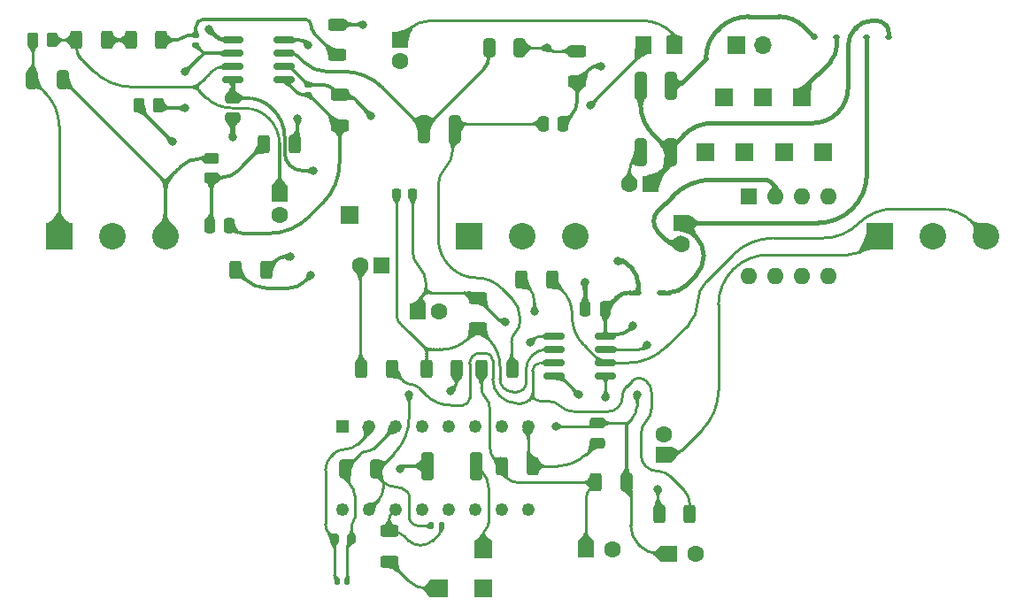
<source format=gtl>
%TF.GenerationSoftware,KiCad,Pcbnew,7.0.2*%
%TF.CreationDate,2023-07-16T22:24:44-04:00*%
%TF.ProjectId,hellerune,68656c6c-6572-4756-9e65-2e6b69636164,rev?*%
%TF.SameCoordinates,Original*%
%TF.FileFunction,Copper,L1,Top*%
%TF.FilePolarity,Positive*%
%FSLAX46Y46*%
G04 Gerber Fmt 4.6, Leading zero omitted, Abs format (unit mm)*
G04 Created by KiCad (PCBNEW 7.0.2) date 2023-07-16 22:24:44*
%MOMM*%
%LPD*%
G01*
G04 APERTURE LIST*
G04 Aperture macros list*
%AMRoundRect*
0 Rectangle with rounded corners*
0 $1 Rounding radius*
0 $2 $3 $4 $5 $6 $7 $8 $9 X,Y pos of 4 corners*
0 Add a 4 corners polygon primitive as box body*
4,1,4,$2,$3,$4,$5,$6,$7,$8,$9,$2,$3,0*
0 Add four circle primitives for the rounded corners*
1,1,$1+$1,$2,$3*
1,1,$1+$1,$4,$5*
1,1,$1+$1,$6,$7*
1,1,$1+$1,$8,$9*
0 Add four rect primitives between the rounded corners*
20,1,$1+$1,$2,$3,$4,$5,0*
20,1,$1+$1,$4,$5,$6,$7,0*
20,1,$1+$1,$6,$7,$8,$9,0*
20,1,$1+$1,$8,$9,$2,$3,0*%
G04 Aperture macros list end*
%TA.AperFunction,SMDPad,CuDef*%
%ADD10RoundRect,0.250000X-0.625000X0.312500X-0.625000X-0.312500X0.625000X-0.312500X0.625000X0.312500X0*%
%TD*%
%TA.AperFunction,SMDPad,CuDef*%
%ADD11RoundRect,0.250000X-0.325000X-0.650000X0.325000X-0.650000X0.325000X0.650000X-0.325000X0.650000X0*%
%TD*%
%TA.AperFunction,SMDPad,CuDef*%
%ADD12RoundRect,0.150000X0.825000X0.150000X-0.825000X0.150000X-0.825000X-0.150000X0.825000X-0.150000X0*%
%TD*%
%TA.AperFunction,ComponentPad*%
%ADD13R,1.700000X1.700000*%
%TD*%
%TA.AperFunction,ComponentPad*%
%ADD14O,1.700000X1.700000*%
%TD*%
%TA.AperFunction,SMDPad,CuDef*%
%ADD15RoundRect,0.250000X-0.450000X0.262500X-0.450000X-0.262500X0.450000X-0.262500X0.450000X0.262500X0*%
%TD*%
%TA.AperFunction,ComponentPad*%
%ADD16R,2.540000X2.540000*%
%TD*%
%TA.AperFunction,ComponentPad*%
%ADD17C,2.540000*%
%TD*%
%TA.AperFunction,SMDPad,CuDef*%
%ADD18RoundRect,0.250000X0.312500X0.625000X-0.312500X0.625000X-0.312500X-0.625000X0.312500X-0.625000X0*%
%TD*%
%TA.AperFunction,SMDPad,CuDef*%
%ADD19RoundRect,0.250000X-0.250000X-0.475000X0.250000X-0.475000X0.250000X0.475000X-0.250000X0.475000X0*%
%TD*%
%TA.AperFunction,SMDPad,CuDef*%
%ADD20RoundRect,0.112500X-0.187500X-0.112500X0.187500X-0.112500X0.187500X0.112500X-0.187500X0.112500X0*%
%TD*%
%TA.AperFunction,SMDPad,CuDef*%
%ADD21RoundRect,0.250000X-0.312500X-1.075000X0.312500X-1.075000X0.312500X1.075000X-0.312500X1.075000X0*%
%TD*%
%TA.AperFunction,SMDPad,CuDef*%
%ADD22RoundRect,0.140000X-0.140000X-0.170000X0.140000X-0.170000X0.140000X0.170000X-0.140000X0.170000X0*%
%TD*%
%TA.AperFunction,SMDPad,CuDef*%
%ADD23RoundRect,0.250000X-0.312500X-0.625000X0.312500X-0.625000X0.312500X0.625000X-0.312500X0.625000X0*%
%TD*%
%TA.AperFunction,SMDPad,CuDef*%
%ADD24RoundRect,0.225000X0.225000X0.250000X-0.225000X0.250000X-0.225000X-0.250000X0.225000X-0.250000X0*%
%TD*%
%TA.AperFunction,SMDPad,CuDef*%
%ADD25RoundRect,0.250000X-0.262500X-0.450000X0.262500X-0.450000X0.262500X0.450000X-0.262500X0.450000X0*%
%TD*%
%TA.AperFunction,SMDPad,CuDef*%
%ADD26RoundRect,0.250000X0.625000X-0.312500X0.625000X0.312500X-0.625000X0.312500X-0.625000X-0.312500X0*%
%TD*%
%TA.AperFunction,SMDPad,CuDef*%
%ADD27RoundRect,0.250000X0.312500X1.075000X-0.312500X1.075000X-0.312500X-1.075000X0.312500X-1.075000X0*%
%TD*%
%TA.AperFunction,SMDPad,CuDef*%
%ADD28RoundRect,0.250000X0.362500X1.075000X-0.362500X1.075000X-0.362500X-1.075000X0.362500X-1.075000X0*%
%TD*%
%TA.AperFunction,SMDPad,CuDef*%
%ADD29RoundRect,0.140000X0.170000X-0.140000X0.170000X0.140000X-0.170000X0.140000X-0.170000X-0.140000X0*%
%TD*%
%TA.AperFunction,SMDPad,CuDef*%
%ADD30RoundRect,0.250000X0.325000X0.650000X-0.325000X0.650000X-0.325000X-0.650000X0.325000X-0.650000X0*%
%TD*%
%TA.AperFunction,SMDPad,CuDef*%
%ADD31RoundRect,0.250000X0.250000X0.475000X-0.250000X0.475000X-0.250000X-0.475000X0.250000X-0.475000X0*%
%TD*%
%TA.AperFunction,SMDPad,CuDef*%
%ADD32RoundRect,0.200000X-0.200000X-0.275000X0.200000X-0.275000X0.200000X0.275000X-0.200000X0.275000X0*%
%TD*%
%TA.AperFunction,SMDPad,CuDef*%
%ADD33RoundRect,0.250000X-0.475000X0.250000X-0.475000X-0.250000X0.475000X-0.250000X0.475000X0.250000X0*%
%TD*%
%TA.AperFunction,SMDPad,CuDef*%
%ADD34RoundRect,0.150000X-0.825000X-0.150000X0.825000X-0.150000X0.825000X0.150000X-0.825000X0.150000X0*%
%TD*%
%TA.AperFunction,SMDPad,CuDef*%
%ADD35RoundRect,0.250000X0.262500X0.450000X-0.262500X0.450000X-0.262500X-0.450000X0.262500X-0.450000X0*%
%TD*%
%TA.AperFunction,SMDPad,CuDef*%
%ADD36R,1.500000X1.800000*%
%TD*%
%TA.AperFunction,ComponentPad*%
%ADD37R,1.600000X1.600000*%
%TD*%
%TA.AperFunction,ComponentPad*%
%ADD38O,1.600000X1.600000*%
%TD*%
%TA.AperFunction,ComponentPad*%
%ADD39C,1.600000*%
%TD*%
%TA.AperFunction,ComponentPad*%
%ADD40R,1.248000X1.248000*%
%TD*%
%TA.AperFunction,ComponentPad*%
%ADD41C,1.248000*%
%TD*%
%TA.AperFunction,ViaPad*%
%ADD42C,0.800000*%
%TD*%
%TA.AperFunction,Conductor*%
%ADD43C,0.300000*%
%TD*%
%TA.AperFunction,Conductor*%
%ADD44C,0.250000*%
%TD*%
%TA.AperFunction,Conductor*%
%ADD45C,0.400000*%
%TD*%
G04 APERTURE END LIST*
D10*
X121500000Y-54750000D03*
X121500000Y-57675000D03*
D11*
X136050000Y-57000000D03*
X139000000Y-57000000D03*
D10*
X135000000Y-80937500D03*
X135000000Y-83862500D03*
D12*
X116450000Y-60060000D03*
X116450000Y-58790000D03*
X116450000Y-57520000D03*
X116450000Y-56250000D03*
X111500000Y-56250000D03*
X111500000Y-57520000D03*
X111500000Y-58790000D03*
X111500000Y-60060000D03*
D13*
X159750000Y-56750000D03*
D14*
X162290000Y-56750000D03*
D13*
X168000000Y-67000000D03*
D15*
X109500000Y-67587500D03*
X109500000Y-69412500D03*
D13*
X135500000Y-105000000D03*
D16*
X94920000Y-74985500D03*
D17*
X100000000Y-74985500D03*
X105080000Y-74985500D03*
D18*
X142062500Y-79200000D03*
X139137500Y-79200000D03*
D16*
X173456800Y-75000000D03*
D17*
X178536800Y-75000000D03*
X183616800Y-75000000D03*
D13*
X156750000Y-67000000D03*
D18*
X114750000Y-78250000D03*
X111825000Y-78250000D03*
D19*
X109300000Y-74000000D03*
X111200000Y-74000000D03*
D18*
X104712500Y-56250000D03*
X101787500Y-56250000D03*
D13*
X166000000Y-61750000D03*
D20*
X172200000Y-56000000D03*
X174300000Y-56000000D03*
X150300000Y-80400000D03*
X152400000Y-80400000D03*
D21*
X129825000Y-64750000D03*
X132750000Y-64750000D03*
D22*
X121540000Y-108000000D03*
X122500000Y-108000000D03*
D23*
X123825000Y-87750000D03*
X126750000Y-87750000D03*
D24*
X128750000Y-71000000D03*
X127200000Y-71000000D03*
D20*
X167200000Y-56000000D03*
X169300000Y-56000000D03*
D25*
X102587500Y-62500000D03*
X104412500Y-62500000D03*
D23*
X130037500Y-87750000D03*
X132962500Y-87750000D03*
D26*
X121750000Y-64425000D03*
X121750000Y-61500000D03*
D27*
X153462500Y-60600000D03*
X150537500Y-60600000D03*
D13*
X164250000Y-67000000D03*
D18*
X149200000Y-98600000D03*
X146275000Y-98600000D03*
D28*
X134812500Y-97000000D03*
X130187500Y-97000000D03*
D13*
X158500000Y-61750000D03*
D29*
X108000000Y-56730000D03*
X108000000Y-55770000D03*
X118750000Y-61480000D03*
X118750000Y-60520000D03*
D30*
X125225000Y-97250000D03*
X122275000Y-97250000D03*
D31*
X147150000Y-82000000D03*
X145250000Y-82000000D03*
D32*
X121250000Y-104000000D03*
X122900000Y-104000000D03*
D33*
X111500000Y-61800000D03*
X111500000Y-63700000D03*
D11*
X92300000Y-60000000D03*
X95250000Y-60000000D03*
D26*
X144500000Y-60212500D03*
X144500000Y-57287500D03*
D23*
X152337500Y-101600000D03*
X155262500Y-101600000D03*
D19*
X141250000Y-64250000D03*
X143150000Y-64250000D03*
D18*
X99500000Y-56250000D03*
X96575000Y-56250000D03*
D13*
X122750000Y-73000000D03*
D34*
X142250000Y-84600000D03*
X142250000Y-85870000D03*
X142250000Y-87140000D03*
X142250000Y-88410000D03*
X147200000Y-88410000D03*
X147200000Y-87140000D03*
X147200000Y-85870000D03*
X147200000Y-84600000D03*
D10*
X126500000Y-103250000D03*
X126500000Y-106175000D03*
D13*
X160500000Y-67000000D03*
X131250000Y-108750000D03*
D23*
X135325000Y-87750000D03*
X138250000Y-87750000D03*
D13*
X135500000Y-108750000D03*
D23*
X114537500Y-66250000D03*
X117462500Y-66250000D03*
X137287500Y-97000000D03*
X140212500Y-97000000D03*
D13*
X162250000Y-61750000D03*
D35*
X94250000Y-56250000D03*
X92425000Y-56250000D03*
D36*
X150800000Y-56750000D03*
X153800000Y-56750000D03*
D22*
X130540000Y-102750000D03*
X131500000Y-102750000D03*
D21*
X150537500Y-67000000D03*
X153462500Y-67000000D03*
D33*
X146400000Y-92900000D03*
X146400000Y-94800000D03*
D16*
X134170000Y-74985500D03*
D17*
X139250000Y-74985500D03*
X144330000Y-74985500D03*
D37*
X160920000Y-71250000D03*
D38*
X163460000Y-71250000D03*
X166000000Y-71250000D03*
X168540000Y-71250000D03*
X168540000Y-78870000D03*
X166000000Y-78870000D03*
X163460000Y-78870000D03*
X160920000Y-78870000D03*
D37*
X127500000Y-56250000D03*
D39*
X127500000Y-58250000D03*
D37*
X145317621Y-105000000D03*
D39*
X147817621Y-105000000D03*
D37*
X125755113Y-77800000D03*
D39*
X123755113Y-77800000D03*
D37*
X151500000Y-70000000D03*
D39*
X149500000Y-70000000D03*
D37*
X116000000Y-71000000D03*
D39*
X116000000Y-73000000D03*
D37*
X152800000Y-95955113D03*
D39*
X152800000Y-93955113D03*
D37*
X153300000Y-105400000D03*
D39*
X155800000Y-105400000D03*
D37*
X154500000Y-73750000D03*
D39*
X154500000Y-75750000D03*
D37*
X129250000Y-82250000D03*
D39*
X131250000Y-82250000D03*
D40*
X121999293Y-93250707D03*
D41*
X124539293Y-93250707D03*
X127079293Y-93250707D03*
X129619293Y-93250707D03*
X132159293Y-93250707D03*
X134699293Y-93250707D03*
X137239293Y-93250707D03*
X139779293Y-93250707D03*
X139779293Y-101190707D03*
X137239293Y-101190707D03*
X134699293Y-101190707D03*
X132159293Y-101190707D03*
X129619293Y-101190707D03*
X127079293Y-101190707D03*
X124539293Y-101190707D03*
X121999293Y-101190707D03*
D42*
X105750000Y-66000000D03*
X146750000Y-58750000D03*
X132400000Y-89800000D03*
X145200000Y-79400000D03*
X118750000Y-56750000D03*
X141600000Y-57000000D03*
X111500000Y-65500000D03*
X144600000Y-90200000D03*
X124750000Y-63500000D03*
X145750000Y-62500000D03*
X119250000Y-68750000D03*
X142400000Y-93200000D03*
X148400000Y-77400000D03*
X149800000Y-83600000D03*
X150200000Y-90200000D03*
X107000000Y-62750000D03*
X107000000Y-59250000D03*
X128400000Y-90200000D03*
X109250000Y-55250000D03*
X147200000Y-90400000D03*
X152200000Y-99200000D03*
X140000000Y-85200000D03*
X137600000Y-83200000D03*
X119000000Y-78750000D03*
X127500000Y-97250000D03*
X140400000Y-82200000D03*
X151200000Y-85400000D03*
X117000000Y-77000000D03*
X124000000Y-54750000D03*
X117750000Y-63750000D03*
D43*
X104308035Y-69058035D02*
X103958749Y-68708749D01*
X105080000Y-72375857D02*
X105080000Y-74985500D01*
X106420866Y-68489132D02*
X106351634Y-68558364D01*
X105080000Y-72375857D02*
X105079999Y-71735743D01*
X105079996Y-70427745D02*
X105079998Y-71095629D01*
X108411250Y-67587500D02*
X109500000Y-67587500D01*
X105887093Y-69022905D02*
X105282450Y-69627548D01*
X105079998Y-71095629D02*
X105079999Y-71415686D01*
X105887093Y-69022905D02*
X106101479Y-68808518D01*
X105080000Y-71735743D02*
X105080000Y-72375857D01*
X103958750Y-68708749D02*
X103609464Y-68359464D01*
X104308035Y-69058034D02*
X104877550Y-69627548D01*
X105080001Y-71095629D02*
X105080002Y-70775572D01*
X106508713Y-68401285D02*
X106420866Y-68489132D01*
X106508713Y-68401285D02*
X106552637Y-68357362D01*
X105079999Y-71735743D02*
X105079999Y-71415686D01*
X105887093Y-69022906D02*
X106101479Y-68808518D01*
X104308035Y-69058034D02*
X103958750Y-68708749D01*
X103609464Y-68359464D02*
X102910895Y-67660895D01*
X105080001Y-71095629D02*
X105080000Y-71415686D01*
X105080000Y-71735743D02*
X105080000Y-71415686D01*
X106101479Y-68808518D02*
X106226557Y-68683441D01*
X106351634Y-68558364D02*
X106226557Y-68683441D01*
X104308035Y-69058035D02*
X104657320Y-69407320D01*
X103958749Y-68708749D02*
X103609464Y-68359464D01*
X102910895Y-67660895D02*
X95250000Y-60000000D01*
X105887093Y-69022906D02*
X105748631Y-69161369D01*
X104308035Y-69058034D02*
G75*
G03*
X104308035Y-69058034I0J0D01*
G01*
X105080034Y-70427745D02*
G75*
G03*
X104657320Y-69407320I-1443134J-55D01*
G01*
X105887094Y-69022906D02*
G75*
G03*
X105887093Y-69022905I-1J0D01*
G01*
X105080001Y-71735743D02*
G75*
G03*
X105079999Y-71735743I-1J0D01*
G01*
X105748649Y-69161387D02*
G75*
G03*
X105080002Y-70775572I1614151J-1614213D01*
G01*
X108411250Y-67587542D02*
G75*
G03*
X106552637Y-68357362I-50J-2628458D01*
G01*
X105080001Y-71415686D02*
G75*
G03*
X105079999Y-71415686I-1J0D01*
G01*
X105079999Y-71095629D02*
G75*
G03*
X105080001Y-71095629I1J0D01*
G01*
X104877551Y-69627547D02*
G75*
G03*
X105282449Y-69627547I202449J202451D01*
G01*
X103958751Y-68708749D02*
G75*
G03*
X103958749Y-68708749I-1J0D01*
G01*
X105750000Y-66000000D02*
X102706824Y-62956824D01*
X102587500Y-62668750D02*
X102587500Y-62500000D01*
X102587536Y-62668750D02*
G75*
G03*
X102706824Y-62956824I407364J-50D01*
G01*
D44*
X94920000Y-64472619D02*
X94920000Y-74985500D01*
X92362500Y-60062500D02*
X93610000Y-61310000D01*
X92425000Y-59786611D02*
X92425000Y-56250000D01*
X92362497Y-59937497D02*
G75*
G03*
X92425000Y-59786611I-150897J150897D01*
G01*
X94919991Y-64472619D02*
G75*
G03*
X93609999Y-61310001I-4472591J19D01*
G01*
X92362500Y-59937500D02*
G75*
G03*
X92362500Y-60062500I62500J-62500D01*
G01*
X132392134Y-77992134D02*
X132300000Y-77900000D01*
X132979687Y-64520312D02*
X132939062Y-64560937D01*
X132915624Y-64584374D02*
X132939062Y-64560937D01*
X138225000Y-87725000D02*
X138250000Y-87750000D01*
X132915624Y-64584374D02*
X132840625Y-64659375D01*
X132840625Y-64659375D02*
X132765625Y-64734375D01*
X138274977Y-81024304D02*
X137258538Y-80007865D01*
X132685937Y-64814062D02*
X132662500Y-64837500D01*
X131200000Y-75244365D02*
X131200000Y-70122271D01*
X138200000Y-87664644D02*
X138200000Y-85165685D01*
X133603553Y-64250000D02*
X141250000Y-64250000D01*
X132732812Y-64767187D02*
X132685937Y-64814062D01*
X132732812Y-64767187D02*
X132765625Y-64734375D01*
X133000000Y-64500000D02*
X132979687Y-64520312D01*
X139000000Y-83234314D02*
X139000000Y-82774663D01*
X132575000Y-66802728D02*
X132575000Y-65048743D01*
X131200015Y-75244365D02*
G75*
G03*
X132300000Y-77900000I3755585J-35D01*
G01*
X132392109Y-77992159D02*
G75*
G03*
X134825336Y-79000000I2433191J2433259D01*
G01*
X139000020Y-82774663D02*
G75*
G03*
X138274977Y-81024304I-2475420J-37D01*
G01*
X131887492Y-68462492D02*
G75*
G03*
X132575000Y-66802728I-1659792J1659792D01*
G01*
X138199982Y-87664644D02*
G75*
G03*
X138225000Y-87725000I85418J44D01*
G01*
X138599996Y-84199996D02*
G75*
G03*
X139000000Y-83234314I-965696J965696D01*
G01*
X137258527Y-80007876D02*
G75*
G03*
X134825336Y-79000000I-2433227J-2433224D01*
G01*
X138600004Y-84200004D02*
G75*
G03*
X138200000Y-85165685I965696J-965696D01*
G01*
X133603553Y-64250023D02*
G75*
G03*
X133000001Y-64500001I-53J-853477D01*
G01*
X131887508Y-68462508D02*
G75*
G03*
X131200000Y-70122271I1659792J-1659792D01*
G01*
X132662487Y-64837487D02*
G75*
G03*
X132575000Y-65048743I211213J-211213D01*
G01*
D43*
X144500000Y-61945405D02*
X144500000Y-60212500D01*
X143825000Y-63575000D02*
X143150000Y-64250000D01*
X144500000Y-60212500D02*
X145684076Y-59028423D01*
X146356250Y-58750000D02*
X146750000Y-58750000D01*
X146356250Y-58750036D02*
G75*
G03*
X145684076Y-59028423I-50J-950564D01*
G01*
X143824998Y-63574998D02*
G75*
G03*
X144500000Y-61945405I-1629598J1629598D01*
G01*
D45*
X153831250Y-60600000D02*
X153462500Y-60600000D01*
X157931370Y-55268629D02*
X157999999Y-55199999D01*
X160897056Y-54000000D02*
X163785786Y-54000000D01*
X166200000Y-55000000D02*
X167058578Y-55858578D01*
X154460745Y-60339254D02*
X156800000Y-58000000D01*
X157931379Y-55268638D02*
G75*
G03*
X156800000Y-58000000I2731321J-2731362D01*
G01*
X153831250Y-60600046D02*
G75*
G03*
X154460744Y-60339253I-50J890246D01*
G01*
X166200004Y-54999996D02*
G75*
G03*
X163785786Y-54000000I-2414204J-2414204D01*
G01*
X160897056Y-53999981D02*
G75*
G03*
X157999999Y-55199999I44J-4097119D01*
G01*
X167058630Y-55858526D02*
G75*
G03*
X167200000Y-55800000I58570J58526D01*
G01*
D44*
X142090793Y-57287500D02*
X144500000Y-57287500D01*
D45*
X145207692Y-79603846D02*
X145207692Y-79413131D01*
D44*
X132400000Y-89800000D02*
X132681250Y-89518750D01*
X141600000Y-57000000D02*
X139000000Y-57000000D01*
D45*
X111500000Y-65500000D02*
X111500000Y-63700000D01*
X145211463Y-79996117D02*
X145250000Y-82000000D01*
D44*
X139780000Y-96261676D02*
X139780000Y-93250000D01*
X143007989Y-88607989D02*
X144600000Y-90200000D01*
X142644365Y-97000000D02*
X140518323Y-97000000D01*
X142530000Y-88410000D02*
X142250000Y-88410000D01*
D43*
X117896446Y-56250000D02*
X116450000Y-56250000D01*
D44*
X141743750Y-57143750D02*
X141600000Y-57000000D01*
D45*
X145200000Y-79400000D02*
X145250000Y-79450000D01*
D44*
X149500000Y-68771123D02*
X149500000Y-70000000D01*
D45*
X145200000Y-79400000D02*
X145203846Y-79403846D01*
D44*
X132962500Y-88839752D02*
X132962500Y-87750000D01*
X150018750Y-67518750D02*
X150537500Y-67000000D01*
D43*
X118750000Y-56750000D02*
X118500000Y-56500000D01*
D44*
X145300000Y-95900000D02*
X146400000Y-94800000D01*
X139996243Y-96783757D02*
G75*
G03*
X140518323Y-97000000I522057J522057D01*
G01*
D45*
X145207692Y-79603846D02*
G75*
G03*
X145211463Y-79996117I20387908J-154D01*
G01*
D44*
X139780010Y-96261676D02*
G75*
G03*
X139996250Y-96783750I738290J-24D01*
G01*
X142644365Y-96999985D02*
G75*
G03*
X145300000Y-95900000I35J3755585D01*
G01*
X132681235Y-89518735D02*
G75*
G03*
X132962500Y-88839752I-679035J679035D01*
G01*
D45*
X145207681Y-79413131D02*
G75*
G03*
X145203846Y-79403846I-13081J31D01*
G01*
D44*
X143007993Y-88607985D02*
G75*
G03*
X142530000Y-88410000I-477993J-478015D01*
G01*
X150018743Y-67518743D02*
G75*
G03*
X149500000Y-68771123I1252357J-1252357D01*
G01*
X141743752Y-57143748D02*
G75*
G03*
X142090793Y-57287500I347048J347048D01*
G01*
D43*
X118500016Y-56499984D02*
G75*
G03*
X117896446Y-56250000I-603516J-603516D01*
G01*
X136050000Y-57762500D02*
X136050000Y-57000000D01*
X135510831Y-59064168D02*
X129825000Y-64750000D01*
X122071036Y-59250000D02*
X120473294Y-59250000D01*
X116985000Y-57520000D02*
X116450000Y-57520000D01*
X118385000Y-58385000D02*
X117898302Y-57898302D01*
X129825000Y-64750000D02*
X125918792Y-60843792D01*
X118385002Y-58384998D02*
G75*
G03*
X120473294Y-59250000I2088298J2088298D01*
G01*
X117898301Y-57898303D02*
G75*
G03*
X116985000Y-57520000I-913301J-913297D01*
G01*
X135510824Y-59064161D02*
G75*
G03*
X136050000Y-57762500I-1301624J1301661D01*
G01*
X125918784Y-60843800D02*
G75*
G03*
X122071036Y-59250000I-3847784J-3847800D01*
G01*
D44*
X127500000Y-56175000D02*
X127500000Y-56250000D01*
X127553033Y-56046966D02*
X128349999Y-55249999D01*
X130402081Y-54400000D02*
X150738299Y-54400000D01*
X153800000Y-55959099D02*
X153800000Y-56750000D01*
X153575000Y-55575000D02*
X153687500Y-55687500D01*
X153800000Y-55959099D02*
G75*
G03*
X153687500Y-55687500I-384100J-1D01*
G01*
X153575000Y-55575000D02*
G75*
G03*
X150738299Y-54400000I-2836700J-2836700D01*
G01*
X127553026Y-56046959D02*
G75*
G03*
X127500000Y-56175000I128074J-128041D01*
G01*
X130402081Y-54399991D02*
G75*
G03*
X128349999Y-55249999I19J-2902109D01*
G01*
D43*
X118743125Y-61480000D02*
X118729375Y-61480000D01*
X118310000Y-61480000D02*
X118640000Y-61480000D01*
X120156207Y-71843792D02*
X118843792Y-73156206D01*
X118770625Y-61480000D02*
X118777500Y-61480000D01*
X111575000Y-74375000D02*
X111200000Y-74000000D01*
X118715625Y-61480000D02*
X118695000Y-61480000D01*
X118756875Y-61480000D02*
X118743125Y-61480000D01*
X117558873Y-61168873D02*
X116450000Y-60060000D01*
X121750000Y-67996036D02*
X121750000Y-64425000D01*
X118729375Y-61480000D02*
X118715625Y-61480000D01*
X118824445Y-61499445D02*
X121750000Y-64425000D01*
X118695000Y-61480000D02*
X118640000Y-61480000D01*
X118770625Y-61480000D02*
X118756875Y-61480000D01*
X112480330Y-74750000D02*
X114996036Y-74750000D01*
X111574991Y-74375009D02*
G75*
G03*
X112480330Y-74750000I905309J905309D01*
G01*
X114996036Y-74750009D02*
G75*
G03*
X118843792Y-73156206I-36J5441609D01*
G01*
X120156200Y-71843785D02*
G75*
G03*
X121750000Y-67996036I-3847800J3847785D01*
G01*
X118824447Y-61499443D02*
G75*
G03*
X118777500Y-61480000I-46947J-46957D01*
G01*
X117558863Y-61168883D02*
G75*
G03*
X118310000Y-61480000I751137J751183D01*
G01*
X120077035Y-60520000D02*
X118750000Y-60520000D01*
X122250000Y-61500000D02*
X122000000Y-61500000D01*
X123103553Y-61853553D02*
X124750000Y-63500000D01*
X116735000Y-58790000D02*
X116450000Y-58790000D01*
X150800000Y-57099999D02*
X150800000Y-56750000D01*
X118750000Y-60520000D02*
X117221525Y-58991525D01*
X145750000Y-62500000D02*
X150552513Y-57697486D01*
X121260000Y-61010000D02*
X121573223Y-61323223D01*
X150552519Y-57697492D02*
G75*
G03*
X150800000Y-57099999I-597519J597492D01*
G01*
X121259990Y-61010010D02*
G75*
G03*
X120077035Y-60520000I-1182990J-1182990D01*
G01*
X117221514Y-58991536D02*
G75*
G03*
X116735000Y-58790000I-486514J-486464D01*
G01*
X121573213Y-61323233D02*
G75*
G03*
X122000000Y-61500000I426787J426833D01*
G01*
X123103552Y-61853554D02*
G75*
G03*
X122250000Y-61500000I-853552J-853546D01*
G01*
D45*
X153300000Y-80400000D02*
X152400000Y-80400000D01*
X154836395Y-79763603D02*
X155822182Y-78777817D01*
X155822182Y-75022182D02*
X154567677Y-73767677D01*
X172200000Y-69055456D02*
X172200000Y-56000000D01*
X167505456Y-73750000D02*
X154525000Y-73750000D01*
X153300000Y-80399996D02*
G75*
G03*
X154836395Y-79763603I0J2172796D01*
G01*
X170825013Y-72375013D02*
G75*
G03*
X172200000Y-69055456I-3319513J3319513D01*
G01*
X156600010Y-76900000D02*
G75*
G03*
X155822182Y-75022182I-2655610J0D01*
G01*
X154567686Y-73767668D02*
G75*
G03*
X154525000Y-73750000I-42686J-42732D01*
G01*
X155822175Y-78777810D02*
G75*
G03*
X156600000Y-76900000I-1877775J1877810D01*
G01*
X167505456Y-73749981D02*
G75*
G03*
X170824999Y-72374999I44J4694481D01*
G01*
X152968630Y-75350000D02*
X152217677Y-74599047D01*
X152217677Y-72582322D02*
X153606207Y-71193792D01*
X163460000Y-70726690D02*
X163460000Y-71250000D01*
X162333309Y-69600000D02*
X157453963Y-69600000D01*
X153934315Y-75750000D02*
X154500000Y-75750000D01*
X163460003Y-70726690D02*
G75*
G03*
X163129999Y-69930001I-1126703J-10D01*
G01*
X157453963Y-69599960D02*
G75*
G03*
X153606208Y-71193793I37J-5441540D01*
G01*
X152217693Y-72582338D02*
G75*
G03*
X151800000Y-73590685I1008307J-1008362D01*
G01*
X163129997Y-69930003D02*
G75*
G03*
X162333309Y-69600000I-796697J-796697D01*
G01*
X151799999Y-73590685D02*
G75*
G03*
X152217677Y-74599047I1426001J-15D01*
G01*
X152968619Y-75350011D02*
G75*
G03*
X153934315Y-75750000I965681J965711D01*
G01*
D43*
X109400000Y-73900000D02*
X109300000Y-74000000D01*
X109500000Y-73658578D02*
X109500000Y-69412500D01*
X109500000Y-69412500D02*
X110437500Y-69412500D01*
X112037912Y-68749587D02*
X114537500Y-66250000D01*
X109400006Y-73900006D02*
G75*
G03*
X109500000Y-73658578I-241406J241406D01*
G01*
X110437500Y-69412506D02*
G75*
G03*
X112037912Y-68749587I0J2263306D01*
G01*
X115400000Y-62900000D02*
X115289949Y-62789949D01*
D45*
X149212132Y-77612132D02*
X149698959Y-78098959D01*
D43*
X149400000Y-84000000D02*
X149800000Y-83600000D01*
D44*
X150400000Y-104600000D02*
X150457537Y-104657537D01*
D45*
X150300000Y-80400000D02*
X149525000Y-80400000D01*
D44*
X142400000Y-93200000D02*
X142425000Y-93225000D01*
D45*
X147150000Y-82000000D02*
X148201992Y-80948007D01*
D43*
X147300000Y-84500000D02*
X147225000Y-84575000D01*
D44*
X150200000Y-91292893D02*
X150200000Y-90200000D01*
D45*
X148400000Y-77400000D02*
X148700000Y-77400000D01*
D44*
X149600000Y-99282842D02*
X149600000Y-102668629D01*
D43*
X149200000Y-93070710D02*
X149200000Y-98317157D01*
D44*
X152250000Y-105400000D02*
X153300000Y-105400000D01*
D43*
X119250000Y-68750000D02*
X118207106Y-68750000D01*
D44*
X142400000Y-93200000D02*
X142360606Y-93239393D01*
D45*
X150300000Y-80400000D02*
X150300000Y-79550000D01*
D44*
X142335000Y-93250000D02*
X142320000Y-93250000D01*
X149250000Y-92950000D02*
X149700000Y-92500000D01*
D43*
X116500000Y-67042893D02*
X116500000Y-65555634D01*
D44*
X142485355Y-93250000D02*
X145802512Y-93250000D01*
D43*
X147150000Y-84514644D02*
X147150000Y-82000000D01*
D44*
X146647487Y-92900000D02*
X149029289Y-92900000D01*
D45*
X111500000Y-61800000D02*
X111500000Y-60060000D01*
D43*
X111500000Y-61800000D02*
X112900000Y-61800000D01*
X148434314Y-84400000D02*
X147541421Y-84400000D01*
X149200018Y-98317157D02*
G75*
G03*
X149400000Y-98800000I682782J-43D01*
G01*
X148434314Y-84400006D02*
G75*
G03*
X149400000Y-84000000I-14J1365706D01*
G01*
D44*
X146647487Y-92899995D02*
G75*
G03*
X146225000Y-93075000I13J-597505D01*
G01*
X149599988Y-102668629D02*
G75*
G03*
X150400000Y-104600000I2731412J29D01*
G01*
D43*
X116500003Y-67042893D02*
G75*
G03*
X117000000Y-68250000I1707097J-7D01*
G01*
X149199995Y-93070710D02*
G75*
G03*
X149150000Y-92950000I-170695J10D01*
G01*
D44*
X149150000Y-92950000D02*
G75*
G03*
X149250000Y-92950000I50000J50002D01*
G01*
X145802512Y-93250005D02*
G75*
G03*
X146225000Y-93075000I-12J597505D01*
G01*
D45*
X149212139Y-77612125D02*
G75*
G03*
X148700000Y-77400000I-512139J-512175D01*
G01*
D43*
X115289949Y-62789949D02*
G75*
G03*
X112900000Y-61800000I-2389949J-2389951D01*
G01*
D44*
X149249997Y-92949997D02*
G75*
G03*
X149200000Y-93070710I120703J-120703D01*
G01*
D43*
X116499985Y-65555634D02*
G75*
G03*
X115400000Y-62900000I-3755585J34D01*
G01*
D45*
X149525000Y-80399995D02*
G75*
G03*
X148201992Y-80948007I0J-1871005D01*
G01*
D44*
X149150003Y-92949997D02*
G75*
G03*
X149029289Y-92900000I-120703J-120703D01*
G01*
X142335000Y-93250003D02*
G75*
G03*
X142360606Y-93239393I0J36203D01*
G01*
D45*
X150299994Y-79550000D02*
G75*
G03*
X149698959Y-78098959I-2052094J0D01*
G01*
D43*
X147149982Y-84514644D02*
G75*
G03*
X147175000Y-84575000I85418J44D01*
G01*
D44*
X149700002Y-92500002D02*
G75*
G03*
X150200000Y-91292893I-1207102J1207102D01*
G01*
D43*
X147541421Y-84400009D02*
G75*
G03*
X147300000Y-84500000I-21J-341391D01*
G01*
D44*
X149599982Y-99282842D02*
G75*
G03*
X149400000Y-98800000I-682782J42D01*
G01*
X150457542Y-104657532D02*
G75*
G03*
X152250000Y-105400000I1792458J1792432D01*
G01*
D43*
X147175000Y-84575000D02*
G75*
G03*
X147225000Y-84575000I25000J25001D01*
G01*
X116999998Y-68250002D02*
G75*
G03*
X118207106Y-68750000I1207102J1207102D01*
G01*
D44*
X142425013Y-93224987D02*
G75*
G03*
X142485355Y-93250000I60387J60387D01*
G01*
D43*
X104537500Y-62625000D02*
X104412500Y-62500000D01*
X108708786Y-57541213D02*
X107000000Y-59250000D01*
X108820000Y-57520000D02*
X108760000Y-57520000D01*
X107000000Y-62750000D02*
X104839276Y-62750000D01*
X108820000Y-57520000D02*
X111500000Y-57520000D01*
X108768786Y-57498786D02*
X108000000Y-56730000D01*
X108760000Y-57520045D02*
G75*
G03*
X108768786Y-57498786I0J12445D01*
G01*
X104537507Y-62624993D02*
G75*
G03*
X104839276Y-62750000I301793J301793D01*
G01*
X108760000Y-57519992D02*
G75*
G03*
X108708786Y-57541213I0J-72408D01*
G01*
X108768791Y-57498781D02*
G75*
G03*
X108820000Y-57520000I51209J51181D01*
G01*
X106177623Y-56250000D02*
X104712500Y-56250000D01*
X121462500Y-57675000D02*
X121500000Y-57675000D01*
X118500000Y-54250000D02*
X108760000Y-54250000D01*
X108000000Y-55770000D02*
X107336446Y-55770000D01*
X121398483Y-57648483D02*
X119353553Y-55603553D01*
X108000000Y-55010000D02*
X108000000Y-55770000D01*
X107336446Y-55770030D02*
G75*
G03*
X106757035Y-56010000I-46J-819370D01*
G01*
X108760000Y-54250000D02*
G75*
G03*
X108000000Y-55010000I0J-760000D01*
G01*
X118999999Y-54750000D02*
G75*
G03*
X119353554Y-55603552I1207101J0D01*
G01*
X106177623Y-56250020D02*
G75*
G03*
X106757035Y-56010000I-23J819420D01*
G01*
X121398490Y-57648476D02*
G75*
G03*
X121462500Y-57675000I64010J63976D01*
G01*
X119000000Y-54750000D02*
G75*
G03*
X118500000Y-54250000I-500000J0D01*
G01*
D44*
X121250000Y-107504939D02*
X121250000Y-104000000D01*
X121105025Y-95894974D02*
X121000000Y-96000000D01*
X120400000Y-97448528D02*
X120400000Y-102548959D01*
X121250000Y-104000000D02*
X120825000Y-103575000D01*
X124540000Y-93555000D02*
X124540000Y-93250000D01*
X121395000Y-107855000D02*
X121540000Y-108000000D01*
X123494974Y-94905025D02*
X124324332Y-94075667D01*
X122300000Y-95399984D02*
G75*
G03*
X123494974Y-94905025I0J1689984D01*
G01*
X124324325Y-94075660D02*
G75*
G03*
X124540000Y-93555000I-520625J520660D01*
G01*
X121249984Y-107504939D02*
G75*
G03*
X121395000Y-107855000I495116J39D01*
G01*
X120999992Y-95999992D02*
G75*
G03*
X120400000Y-97448528I1448508J-1448508D01*
G01*
X122300000Y-95399985D02*
G75*
G03*
X121105025Y-95894974I0J-1689915D01*
G01*
X120400017Y-102548959D02*
G75*
G03*
X120825000Y-103575000I1450983J-41D01*
G01*
X122376516Y-97223483D02*
X123741906Y-95858093D01*
X124988093Y-95341906D02*
X127080000Y-93250000D01*
X122275000Y-97762500D02*
X122275000Y-97287500D01*
X123200000Y-99854073D02*
X123200000Y-101987867D01*
X122500000Y-104682842D02*
X122500000Y-108000000D01*
X122900000Y-102712132D02*
X122900000Y-103717157D01*
X122737500Y-98737500D02*
X122637392Y-98637392D01*
X123049991Y-102349991D02*
G75*
G03*
X122900000Y-102712132I362109J-362109D01*
G01*
X122312500Y-97250008D02*
G75*
G03*
X122376515Y-97223482I0J90508D01*
G01*
X123050009Y-102350009D02*
G75*
G03*
X123200000Y-101987867I-362109J362109D01*
G01*
X122312500Y-97250000D02*
G75*
G03*
X122275000Y-97287500I0J-37500D01*
G01*
X124365000Y-95599995D02*
G75*
G03*
X124988092Y-95341905I0J881195D01*
G01*
X122275005Y-97762500D02*
G75*
G03*
X122637392Y-98637392I1237295J0D01*
G01*
X123200010Y-99854073D02*
G75*
G03*
X122737499Y-98737501I-1579110J-27D01*
G01*
X122700033Y-104200033D02*
G75*
G03*
X122900000Y-103717157I-482933J482833D01*
G01*
X122699987Y-104199987D02*
G75*
G03*
X122500000Y-104682842I482813J-482813D01*
G01*
X124365000Y-95600003D02*
G75*
G03*
X123741906Y-95858093I0J-881197D01*
G01*
X128400000Y-99772119D02*
X128400000Y-101811091D01*
X125225000Y-97412500D02*
X125225000Y-97537500D01*
X128313648Y-99563648D02*
X128227297Y-99477297D01*
X129338908Y-102750000D02*
X130540000Y-102750000D01*
X125922702Y-98522702D02*
X125922702Y-99165000D01*
X125664904Y-97135095D02*
X126975000Y-95825000D01*
X125428293Y-98028293D02*
X125922702Y-98522702D01*
X125468528Y-100261471D02*
X124539293Y-101190707D01*
X128400000Y-90200000D02*
X128400000Y-92384745D01*
X125922701Y-98522703D02*
G75*
G03*
X127075000Y-99000000I1152299J1152303D01*
G01*
X126974987Y-95824987D02*
G75*
G03*
X128400000Y-92384745I-3440287J3440287D01*
G01*
X125387500Y-97250000D02*
G75*
G03*
X125225000Y-97412500I0J-162500D01*
G01*
X125468520Y-100261463D02*
G75*
G03*
X125922702Y-99165000I-1096420J1096463D01*
G01*
X128674997Y-102475003D02*
G75*
G03*
X129338908Y-102750000I663903J663903D01*
G01*
X128227298Y-99477296D02*
G75*
G03*
X127075000Y-99000000I-1152298J-1152304D01*
G01*
X125225004Y-97537500D02*
G75*
G03*
X125428293Y-98028293I694096J0D01*
G01*
X128400004Y-101811091D02*
G75*
G03*
X128675000Y-102475000I938896J-9D01*
G01*
X128399992Y-99772119D02*
G75*
G03*
X128313647Y-99563649I-294792J19D01*
G01*
X125387500Y-97250002D02*
G75*
G03*
X125664904Y-97135095I0J392302D01*
G01*
X123787500Y-87712500D02*
X123825000Y-87750000D01*
X123755113Y-83491271D02*
X123755113Y-77800000D01*
X123750000Y-83503615D02*
X123750000Y-87621966D01*
X123752568Y-83497455D02*
G75*
G03*
X123755113Y-83491271I-6168J6155D01*
G01*
X123750014Y-87621966D02*
G75*
G03*
X123787500Y-87712500I127986J-34D01*
G01*
X123752555Y-83497442D02*
G75*
G03*
X123750000Y-83503615I6145J-6158D01*
G01*
X145936515Y-98600000D02*
X138845234Y-98600000D01*
D45*
X110875000Y-56250000D02*
X111500000Y-56250000D01*
D44*
X136115000Y-95147789D02*
X136115000Y-91443614D01*
X135325000Y-89536385D02*
X135325000Y-87750000D01*
D45*
X109808058Y-55808058D02*
X109250000Y-55250000D01*
D44*
X152200000Y-101365272D02*
X152200000Y-99200000D01*
X137530567Y-97930567D02*
X137743750Y-98143750D01*
X147200000Y-90400000D02*
X147200000Y-88410000D01*
X146035655Y-98839344D02*
X145796310Y-99078689D01*
X137287500Y-97043750D02*
X137287500Y-97343750D01*
X152275000Y-101600000D02*
X152200000Y-101525000D01*
X152268750Y-101531250D02*
X152337500Y-101600000D01*
X145317621Y-100234348D02*
X145317621Y-105000000D01*
X137169064Y-96969064D02*
X136657500Y-96457500D01*
X152200012Y-101365272D02*
G75*
G03*
X152268751Y-101531249I234688J-28D01*
G01*
X137287500Y-97043750D02*
G75*
G03*
X137243750Y-97000000I-43800J-50D01*
G01*
X136115005Y-95147789D02*
G75*
G03*
X136657500Y-96457500I1852195J-11D01*
G01*
X146035642Y-98839331D02*
G75*
G03*
X145936515Y-98600000I-99142J99131D01*
G01*
X137169094Y-96969034D02*
G75*
G03*
X137243750Y-97000000I74706J74634D01*
G01*
X137287540Y-97343750D02*
G75*
G03*
X137530567Y-97930567I829860J-50D01*
G01*
D45*
X109808055Y-55808061D02*
G75*
G03*
X110875000Y-56250000I1066945J1066961D01*
G01*
D44*
X145796280Y-99078659D02*
G75*
G03*
X145317621Y-100234348I1155720J-1155641D01*
G01*
X136114994Y-91443614D02*
G75*
G03*
X135720000Y-90490000I-1348594J14D01*
G01*
X137743740Y-98143760D02*
G75*
G03*
X138845234Y-98600000I1101460J1101460D01*
G01*
X135325006Y-89536385D02*
G75*
G03*
X135720000Y-90490000I1348594J-15D01*
G01*
X112585786Y-62750000D02*
X111414213Y-62750000D01*
X109361086Y-59388912D02*
X109415527Y-59334472D01*
X97064660Y-58064660D02*
X97050525Y-58050525D01*
X105258028Y-60750000D02*
X101995064Y-60750000D01*
X96243750Y-56250000D02*
X94250000Y-56250000D01*
X108987500Y-61737500D02*
X108992500Y-61742500D01*
X96651107Y-57525553D02*
X96651107Y-57400000D01*
X97078796Y-58078796D02*
X97064660Y-58064660D01*
X108977500Y-61727500D02*
X108982500Y-61732500D01*
X108421872Y-60328125D02*
X108299273Y-60450725D01*
X109143322Y-59606675D02*
X109252204Y-59497793D01*
X109034440Y-59715557D02*
X108925557Y-59824438D01*
X106162055Y-60750000D02*
X106614069Y-60750001D01*
X109361086Y-59388912D02*
X109252204Y-59497793D01*
X108667070Y-60082925D02*
X108925557Y-59824438D01*
X97107068Y-58107068D02*
X97128271Y-58128271D01*
X96739886Y-57739886D02*
X97050525Y-58050525D01*
X107518096Y-60749992D02*
X107066083Y-60749996D01*
X108992500Y-61742500D02*
X108997500Y-61747500D01*
X108970000Y-61720000D02*
X108950000Y-61700000D01*
X109000000Y-61750000D02*
X108997500Y-61747500D01*
X97092932Y-58092932D02*
X97107068Y-58107068D01*
X108272590Y-60477408D02*
X108421871Y-60328124D01*
X108982500Y-61732500D02*
X108987500Y-61737500D01*
X105258028Y-60750000D02*
X106162055Y-60749999D01*
X106162055Y-60749999D02*
X106614069Y-60749998D01*
X108421871Y-60328124D02*
X108667070Y-60082925D01*
X110730000Y-58790000D02*
X111500000Y-58790000D01*
X96575000Y-56581250D02*
X96575000Y-56912500D01*
X107066083Y-60749996D02*
X106614069Y-60749998D01*
X108977500Y-61727500D02*
X108970000Y-61720000D01*
X97128271Y-58128271D02*
X97184813Y-58184813D01*
X97043458Y-58043458D02*
X97050525Y-58050525D01*
X97078796Y-58078796D02*
X97092932Y-58092932D01*
X108667070Y-60082925D02*
X108421872Y-60328125D01*
X98162500Y-59162500D02*
X97184813Y-58184813D01*
X108340741Y-61090741D02*
X108950000Y-61700000D01*
X106162055Y-60750000D02*
X105258028Y-60750000D01*
X109143322Y-59606675D02*
X109034440Y-59715557D01*
D43*
X116000000Y-66164213D02*
X116000000Y-71000000D01*
D44*
X107066083Y-60750003D02*
X106614069Y-60750001D01*
X107066083Y-60750003D02*
X107576732Y-60750008D01*
X108272590Y-61022590D02*
X108950000Y-61700000D01*
X106162055Y-60749999D02*
G75*
G03*
X106162055Y-60749999I0J0D01*
G01*
X107066083Y-60749996D02*
G75*
G03*
X107066083Y-60750003I17J-4D01*
G01*
X96651135Y-57525553D02*
G75*
G03*
X96739887Y-57739885I303065J-47D01*
G01*
X106614069Y-60749998D02*
G75*
G03*
X106614069Y-60750001I31J-2D01*
G01*
X108999996Y-61750004D02*
G75*
G03*
X111414213Y-62750000I2414204J2414204D01*
G01*
X115999994Y-66164213D02*
G75*
G03*
X115000000Y-63750000I-3414194J13D01*
G01*
X110730000Y-58789987D02*
G75*
G03*
X109415528Y-59334473I0J-1858913D01*
G01*
X98162511Y-59162489D02*
G75*
G03*
X101995064Y-60750000I3832589J3832589D01*
G01*
X115000004Y-63749996D02*
G75*
G03*
X112585786Y-62750000I-2414204J-2414204D01*
G01*
X107576732Y-60750038D02*
G75*
G03*
X108299273Y-60450725I-32J1021838D01*
G01*
X108272591Y-60477409D02*
G75*
G03*
X108272590Y-61022590I272609J-272591D01*
G01*
X96574996Y-56912500D02*
G75*
G03*
X97043459Y-58043457I1599404J0D01*
G01*
X108421872Y-60328125D02*
G75*
G03*
X108421871Y-60328124I-1J0D01*
G01*
X108340745Y-61090737D02*
G75*
G03*
X107518096Y-60749992I-822645J-822663D01*
G01*
X96575000Y-56581250D02*
G75*
G03*
X96243750Y-56250000I-331200J50D01*
G01*
X135022097Y-81022097D02*
X137058578Y-83058578D01*
X128750000Y-76466116D02*
X128750000Y-71000000D01*
X130317566Y-80399995D02*
X130530330Y-80400000D01*
X129775467Y-80624533D02*
X129625000Y-80775000D01*
X137600000Y-83200000D02*
X137400000Y-83200000D01*
X141024264Y-84600000D02*
X142250000Y-84600000D01*
X134731250Y-80668750D02*
X134977902Y-80915402D01*
X140000000Y-85200000D02*
X140300000Y-84900000D01*
X130000000Y-79483883D02*
X130000000Y-79869669D01*
X129250000Y-81680330D02*
X129250000Y-82250000D01*
X134082430Y-80400000D02*
X130530330Y-80400000D01*
X130000006Y-79483883D02*
G75*
G03*
X129374999Y-77975001I-2133906J-17D01*
G01*
X135000019Y-80968750D02*
G75*
G03*
X134977902Y-80915402I-75519J-50D01*
G01*
X129624991Y-80774991D02*
G75*
G03*
X129250000Y-81680330I905309J-905309D01*
G01*
X129625009Y-80775009D02*
G75*
G03*
X130000000Y-79869669I-905309J905309D01*
G01*
X137058587Y-83058569D02*
G75*
G03*
X137400000Y-83200000I341413J341369D01*
G01*
X130000000Y-79869669D02*
G75*
G03*
X130530330Y-80400000I530300J-31D01*
G01*
X134731241Y-80668759D02*
G75*
G03*
X134082430Y-80400000I-648841J-648841D01*
G01*
X130317566Y-80400026D02*
G75*
G03*
X129775467Y-80624533I-66J-766574D01*
G01*
X135000023Y-80968750D02*
G75*
G03*
X135022097Y-81022097I75377J-50D01*
G01*
X128749994Y-76466116D02*
G75*
G03*
X129375001Y-77974999I2133906J16D01*
G01*
X141024264Y-84599986D02*
G75*
G03*
X140300001Y-84900001I36J-1024314D01*
G01*
X129361329Y-85161327D02*
X129165763Y-84965762D01*
X128000000Y-83800000D02*
X128400000Y-84200000D01*
X129165762Y-84965763D02*
X128774631Y-84574631D01*
X127450000Y-83250000D02*
X127550000Y-83350000D01*
X127650000Y-83450000D02*
X127750000Y-83550000D01*
X131343536Y-85837498D02*
X131533488Y-85837500D01*
X130738938Y-85837494D02*
X130440527Y-85837488D01*
X130037473Y-86284128D02*
X130037486Y-86538939D01*
X140192598Y-86407401D02*
X140165000Y-86435000D01*
X131628464Y-85837500D02*
X131533488Y-85837500D01*
X129752455Y-85552465D02*
X129556892Y-85356897D01*
X128000000Y-83800000D02*
X127850000Y-83650000D01*
X137100000Y-88705025D02*
X137100000Y-87447424D01*
X129872645Y-85672633D02*
X129556896Y-85356892D01*
X130037493Y-86793750D02*
X130037486Y-86538939D01*
X127200000Y-82717157D02*
X127200000Y-71000000D01*
X127400000Y-83200000D02*
X127450000Y-83250000D01*
X130037500Y-87526686D02*
X130037500Y-87750000D01*
X130738939Y-85837486D02*
X131058609Y-85837494D01*
X138746446Y-89900000D02*
X138294974Y-89900000D01*
X129361327Y-85161329D02*
X129556892Y-85356897D01*
X135000000Y-83862500D02*
X134012500Y-84850000D01*
X130037500Y-87526686D02*
X130037496Y-87080058D01*
X127550000Y-83350000D02*
X127650000Y-83450000D01*
X130037498Y-87080058D02*
X130037500Y-87526686D01*
X130037497Y-86793749D02*
X130037494Y-86538938D01*
X129361329Y-85161327D02*
X129556896Y-85356892D01*
X129361327Y-85161329D02*
X129165762Y-84965763D01*
X128774631Y-84574631D02*
X129165763Y-84965762D01*
X131343536Y-85837499D02*
X131058609Y-85837497D01*
X131533488Y-85837500D02*
X131343536Y-85837499D01*
X131343536Y-85837498D02*
X131058609Y-85837494D01*
X130037493Y-86793750D02*
X130037496Y-87080058D01*
X139600000Y-89046446D02*
X139600000Y-87799030D01*
X130738939Y-85837486D02*
X130484128Y-85837473D01*
X127750000Y-83550000D02*
X127850000Y-83650000D01*
X130738938Y-85837494D02*
X131058609Y-85837497D01*
X128400000Y-84200000D02*
X128774631Y-84574631D01*
X136050000Y-84912500D02*
X135000000Y-83862500D01*
X130037494Y-86538938D02*
X130037484Y-86070569D01*
X141490000Y-85870000D02*
X142250000Y-85870000D01*
X130037497Y-86793749D02*
X130037498Y-87080058D01*
X137450007Y-89549993D02*
G75*
G03*
X138294974Y-89900000I844993J844993D01*
G01*
X130037487Y-86538936D02*
G75*
G03*
X130037494Y-86538938I13J36D01*
G01*
X129165763Y-84965762D02*
G75*
G03*
X129165762Y-84965763I0J-1D01*
G01*
X129752483Y-85552437D02*
G75*
G03*
X130440527Y-85837488I688117J688037D01*
G01*
X131343537Y-85837499D02*
G75*
G03*
X131343536Y-85837498I-1J0D01*
G01*
X130037496Y-87080058D02*
G75*
G03*
X130037498Y-87080058I1J1160821882D01*
G01*
X131058609Y-85837497D02*
G75*
G03*
X131058608Y-85837494I-9J-3D01*
G01*
X127200018Y-82717157D02*
G75*
G03*
X127400000Y-83200000I682782J-43D01*
G01*
X137099990Y-88705025D02*
G75*
G03*
X137450000Y-89550000I1195010J25D01*
G01*
X129556893Y-85356894D02*
G75*
G03*
X129556896Y-85356892I1J2D01*
G01*
X141490000Y-85869999D02*
G75*
G03*
X140192598Y-86407401I0J-1834801D01*
G01*
X130037493Y-86793749D02*
G75*
G03*
X130037497Y-86793749I7J49D01*
G01*
X130738940Y-85837494D02*
G75*
G03*
X130738939Y-85837486I-40J-6D01*
G01*
X131628464Y-85837485D02*
G75*
G03*
X134012500Y-84850000I36J3371485D01*
G01*
X139349986Y-89649986D02*
G75*
G03*
X139600000Y-89046446I-603586J603586D01*
G01*
X130037494Y-86070569D02*
G75*
G03*
X129872644Y-85672634I-562794J-31D01*
G01*
X137099989Y-87447424D02*
G75*
G03*
X136049999Y-84912501I-3584889J24D01*
G01*
X130484128Y-85837473D02*
G75*
G03*
X130037473Y-86284128I-28J-446627D01*
G01*
X138746446Y-89900019D02*
G75*
G03*
X139350000Y-89650000I-46J853619D01*
G01*
X140164991Y-86434991D02*
G75*
G03*
X139600000Y-87799030I1364009J-1364009D01*
G01*
X129361327Y-85161329D02*
G75*
G03*
X129361329Y-85161327I-27J29D01*
G01*
X126500000Y-102179622D02*
X126500000Y-103202270D01*
X126533750Y-103283750D02*
X126567500Y-103317500D01*
D43*
X116866116Y-80000000D02*
X114812436Y-80000000D01*
D44*
X131500000Y-103025000D02*
X131500000Y-102750000D01*
D43*
X112700000Y-79125000D02*
X111825000Y-78250000D01*
D44*
X131305545Y-103494454D02*
X130694974Y-104105025D01*
D43*
X127926776Y-97000000D02*
X130187500Y-97000000D01*
D44*
X127920875Y-103720875D02*
X128305025Y-104105025D01*
X126730459Y-103385000D02*
X127110000Y-103385000D01*
X126789646Y-101480353D02*
X127079293Y-101190707D01*
D43*
X127500000Y-97250000D02*
X127625000Y-97125000D01*
X119000000Y-78750000D02*
X118375000Y-79375000D01*
X112699989Y-79125011D02*
G75*
G03*
X114812436Y-80000000I2112411J2112411D01*
G01*
D44*
X126789639Y-101480346D02*
G75*
G03*
X126500000Y-102179622I699261J-699254D01*
G01*
X131305544Y-103494453D02*
G75*
G03*
X131500000Y-103025000I-469444J469453D01*
G01*
X128305015Y-104105035D02*
G75*
G03*
X129500000Y-104600000I1194985J1195035D01*
G01*
D43*
X127926776Y-96999991D02*
G75*
G03*
X127625000Y-97125000I24J-426809D01*
G01*
D44*
X126567512Y-103317488D02*
G75*
G03*
X126730459Y-103385000I162988J162988D01*
G01*
X127920885Y-103720865D02*
G75*
G03*
X127110000Y-103385000I-810885J-810935D01*
G01*
X126500013Y-103202270D02*
G75*
G03*
X126533750Y-103283750I115187J-30D01*
G01*
X129500000Y-104599984D02*
G75*
G03*
X130694974Y-104105025I0J1689984D01*
G01*
D43*
X116866116Y-80000006D02*
G75*
G03*
X118374999Y-79374999I-16J2133906D01*
G01*
D44*
X139785700Y-79848200D02*
X139137500Y-79200000D01*
X140400000Y-82200000D02*
X140400000Y-81331250D01*
X140400020Y-81331250D02*
G75*
G03*
X139785700Y-79848200I-2097420J-50D01*
G01*
X153422443Y-95955113D02*
X152800000Y-95955113D01*
X154485021Y-95514978D02*
X156406206Y-93593792D01*
X150397659Y-85870000D02*
X147200000Y-85870000D01*
X172556800Y-75900000D02*
X173456800Y-75000000D01*
X158000000Y-81579898D02*
X158000000Y-89746036D01*
X151200000Y-85400000D02*
X150965000Y-85635000D01*
X170384007Y-76800000D02*
X162779898Y-76800000D01*
X153422443Y-95955142D02*
G75*
G03*
X154485021Y-95514978I-43J1502742D01*
G01*
X156406199Y-93593785D02*
G75*
G03*
X158000000Y-89746036I-3847799J3847785D01*
G01*
X150397659Y-85869954D02*
G75*
G03*
X150965000Y-85635000I41J802354D01*
G01*
X162779898Y-76800000D02*
G75*
G03*
X159400000Y-78200000I2J-4779900D01*
G01*
X170384007Y-76800003D02*
G75*
G03*
X172556800Y-75900000I-7J3072803D01*
G01*
X159400000Y-78200000D02*
G75*
G03*
X158000000Y-81579898I3379900J-3379900D01*
G01*
D45*
X166000000Y-61375000D02*
X166000000Y-61750000D01*
X169300000Y-56850000D02*
X169300000Y-56000000D01*
X168698959Y-58301040D02*
X166265164Y-60734834D01*
X166265171Y-60734841D02*
G75*
G03*
X166000000Y-61375000I640129J-640159D01*
G01*
X168698963Y-58301044D02*
G75*
G03*
X169300000Y-56850000I-1451063J1451044D01*
G01*
D43*
X115646446Y-77353553D02*
X114750000Y-78250000D01*
X117000000Y-77000000D02*
X116500000Y-77000000D01*
X116500000Y-76999998D02*
G75*
G03*
X115646446Y-77353553I0J-1207102D01*
G01*
D44*
X135500000Y-103653553D02*
X135500000Y-105000000D01*
X136000000Y-102446446D02*
X136000000Y-99027189D01*
X135406250Y-97593750D02*
X134812500Y-97000000D01*
X136000004Y-99027189D02*
G75*
G03*
X135406250Y-97593750I-2027204J-11D01*
G01*
X135749984Y-103049984D02*
G75*
G03*
X135500000Y-103653553I603516J-603516D01*
G01*
X135749986Y-103049986D02*
G75*
G03*
X136000000Y-102446446I-603586J603586D01*
G01*
X130162500Y-108750000D02*
X131250000Y-108750000D01*
X128306021Y-107981021D02*
X126500000Y-106175000D01*
X128306012Y-107981030D02*
G75*
G03*
X130162500Y-108750000I1856488J1856530D01*
G01*
D43*
X117750000Y-65759206D02*
X117750000Y-63750000D01*
X117606250Y-66106250D02*
X117462500Y-66250000D01*
X124000000Y-54750000D02*
X121500000Y-54750000D01*
X117606248Y-66106248D02*
G75*
G03*
X117750000Y-65759206I-347048J347048D01*
G01*
X99500000Y-56250000D02*
X101787500Y-56250000D01*
D44*
X148800000Y-90400000D02*
X148800000Y-90434314D01*
X140882842Y-90800000D02*
X141692893Y-90800000D01*
X139900000Y-90700000D02*
X140000000Y-90600000D01*
X133517157Y-91200000D02*
X132400000Y-91200000D01*
X136400000Y-86882842D02*
X136400000Y-88672182D01*
X140200000Y-90117157D02*
X140200000Y-87925269D01*
X151082842Y-88882842D02*
X151200000Y-89000000D01*
X150600000Y-95963603D02*
X150600000Y-93907106D01*
X140985269Y-87140000D02*
X142250000Y-87140000D01*
X127917157Y-88917157D02*
X126750000Y-87750000D01*
X134200000Y-87224264D02*
X134200000Y-90517157D01*
X153394974Y-97994974D02*
X154648200Y-99248200D01*
X155262500Y-100731250D02*
X155262500Y-101600000D01*
X149224264Y-89375735D02*
X149717157Y-88882842D01*
X129282842Y-89482842D02*
X130010050Y-90210050D01*
X151600000Y-89965685D02*
X151600000Y-91492893D01*
X135224264Y-86200000D02*
X135717157Y-86200000D01*
X137081802Y-90318198D02*
X137114339Y-90350735D01*
X152200000Y-97500000D02*
X152136396Y-97500000D01*
X139175735Y-91000000D02*
X138681802Y-91000000D01*
X147434314Y-91800000D02*
X144107106Y-91800000D01*
X151099998Y-92699998D02*
G75*
G03*
X150600000Y-93907106I1207102J-1207102D01*
G01*
X139175735Y-91000014D02*
G75*
G03*
X139899999Y-90699999I-35J1024314D01*
G01*
X129282845Y-89482839D02*
G75*
G03*
X128600000Y-89200000I-682845J-682861D01*
G01*
X136200013Y-86399987D02*
G75*
G03*
X135717157Y-86200000I-482813J-482813D01*
G01*
X151050001Y-97049999D02*
G75*
G03*
X152136396Y-97500000I1086399J1086399D01*
G01*
X150400000Y-88600004D02*
G75*
G03*
X149717157Y-88882842I0J-965696D01*
G01*
X140400000Y-90600000D02*
G75*
G03*
X140000000Y-90600000I-200000J-199999D01*
G01*
X149224270Y-89375741D02*
G75*
G03*
X148800000Y-90400000I1024230J-1024259D01*
G01*
X142900002Y-91299998D02*
G75*
G03*
X141692893Y-90800000I-1207102J-1207102D01*
G01*
X134500011Y-86500011D02*
G75*
G03*
X134200000Y-87224264I724289J-724289D01*
G01*
X136400008Y-88672182D02*
G75*
G03*
X137081802Y-90318198I2327792J-18D01*
G01*
X140399987Y-90600013D02*
G75*
G03*
X140882842Y-90800000I482813J482813D01*
G01*
X151082845Y-88882839D02*
G75*
G03*
X150400000Y-88600000I-682845J-682861D01*
G01*
X142899998Y-91300002D02*
G75*
G03*
X144107106Y-91800000I1207102J1207102D01*
G01*
X133517157Y-91199953D02*
G75*
G03*
X134000000Y-91000000I43J682853D01*
G01*
X140985269Y-87139988D02*
G75*
G03*
X140430001Y-87370001I31J-785312D01*
G01*
X136399982Y-86882842D02*
G75*
G03*
X136200000Y-86400000I-682782J42D01*
G01*
X155262520Y-100731250D02*
G75*
G03*
X154648200Y-99248200I-2097420J-50D01*
G01*
X151100002Y-92700002D02*
G75*
G03*
X151600000Y-91492893I-1207102J1207102D01*
G01*
X130010050Y-90210050D02*
G75*
G03*
X132400000Y-91200000I2389950J2389950D01*
G01*
X140000033Y-90600033D02*
G75*
G03*
X140200000Y-90117157I-482933J482833D01*
G01*
X153394964Y-97994984D02*
G75*
G03*
X152200000Y-97500000I-1194964J-1194916D01*
G01*
X150599999Y-95963603D02*
G75*
G03*
X151050000Y-97050000I1536401J3D01*
G01*
X151600006Y-89965685D02*
G75*
G03*
X151200000Y-89000000I-1365706J-15D01*
G01*
X140430009Y-87370009D02*
G75*
G03*
X140200000Y-87925269I555291J-555291D01*
G01*
X147434314Y-91800006D02*
G75*
G03*
X148400000Y-91400000I-14J1365706D01*
G01*
X127917154Y-88917160D02*
G75*
G03*
X128600000Y-89200000I682846J682860D01*
G01*
X135224264Y-86199986D02*
G75*
G03*
X134500001Y-86500001I36J-1024314D01*
G01*
X148399996Y-91399996D02*
G75*
G03*
X148800000Y-90434314I-965696J965696D01*
G01*
X134000033Y-91000033D02*
G75*
G03*
X134200000Y-90517157I-482933J482833D01*
G01*
X137114343Y-90350731D02*
G75*
G03*
X138681802Y-91000000I1567457J1567431D01*
G01*
X140200018Y-90117157D02*
G75*
G03*
X140400000Y-90600000I682782J-43D01*
G01*
X179178322Y-72400000D02*
X174779898Y-72400000D01*
X155151471Y-83448528D02*
X152966137Y-85633862D01*
X143031250Y-80168750D02*
X142062500Y-79200000D01*
X149330000Y-87140000D02*
X147953500Y-87140000D01*
X146690047Y-87006798D02*
X145124034Y-85440785D01*
X147953500Y-87140000D02*
X147576749Y-87140000D01*
X147152904Y-87140000D02*
X147058717Y-87140000D01*
X182316800Y-73700000D02*
X183616800Y-75000000D01*
X147435468Y-87140000D02*
X147341280Y-87140000D01*
X147011624Y-87140000D02*
X147058717Y-87140000D01*
X147341280Y-87140000D02*
X147247092Y-87140000D01*
X159406206Y-76793792D02*
X156848528Y-79351471D01*
X163253963Y-75200000D02*
X168020101Y-75200000D01*
X147435468Y-87140000D02*
X147576749Y-87140000D01*
X144000000Y-82727125D02*
X144000000Y-82507519D01*
X147152904Y-87140000D02*
X147247092Y-87140000D01*
X146690030Y-87006815D02*
G75*
G03*
X147011624Y-87140000I321570J321615D01*
G01*
X149330000Y-87139991D02*
G75*
G03*
X152966136Y-85633861I0J5142291D01*
G01*
X168020101Y-75200000D02*
G75*
G03*
X171400000Y-73800000I-1J4779900D01*
G01*
X163253963Y-75199988D02*
G75*
G03*
X159406206Y-76793792I37J-5441612D01*
G01*
X156848519Y-79351462D02*
G75*
G03*
X156000000Y-81400000I2048581J-2048538D01*
G01*
X155151481Y-83448538D02*
G75*
G03*
X156000000Y-81400000I-2048581J2048538D01*
G01*
X143999991Y-82507519D02*
G75*
G03*
X143031249Y-80168751I-3307491J19D01*
G01*
X182316793Y-73700007D02*
G75*
G03*
X179178322Y-72400000I-3138493J-3138493D01*
G01*
X143999984Y-82727125D02*
G75*
G03*
X145124034Y-85440785I3837716J25D01*
G01*
X174779898Y-72400000D02*
G75*
G03*
X171400000Y-73800000I2J-4779900D01*
G01*
D45*
X153298981Y-66836481D02*
X151766098Y-65303598D01*
X153626018Y-66373981D02*
X154631249Y-65368749D01*
X153462500Y-67518750D02*
X153462500Y-67231250D01*
X166985786Y-64200000D02*
X157452862Y-64200000D01*
X170400000Y-56789949D02*
X170400000Y-60785786D01*
X173981801Y-54781801D02*
X173950000Y-54750000D01*
X150537500Y-62337500D02*
X150537500Y-60600000D01*
X153095688Y-68404311D02*
X151500000Y-70000000D01*
X171100000Y-55100000D02*
X171163603Y-55036396D01*
X174300000Y-55550000D02*
X174300000Y-56000000D01*
X153462500Y-66768750D02*
X153462500Y-67231250D01*
X173105025Y-54400000D02*
X172700000Y-54400000D01*
X153625991Y-66373954D02*
G75*
G03*
X153462500Y-66768750I394809J-394746D01*
G01*
X172700000Y-54400002D02*
G75*
G03*
X171163603Y-55036396I0J-2172798D01*
G01*
X150537502Y-62337500D02*
G75*
G03*
X151766099Y-65303597I4194698J0D01*
G01*
X153462531Y-67231250D02*
G75*
G03*
X153298981Y-66836481I-558331J-50D01*
G01*
X174299998Y-55550000D02*
G75*
G03*
X173981800Y-54781802I-1086398J0D01*
G01*
X173949993Y-54750007D02*
G75*
G03*
X173105025Y-54400000I-844993J-844993D01*
G01*
X169400004Y-63200004D02*
G75*
G03*
X170400000Y-60785786I-2414204J2414204D01*
G01*
X166985786Y-64199994D02*
G75*
G03*
X169400000Y-63200000I14J3414194D01*
G01*
X153298990Y-66836472D02*
G75*
G03*
X153462500Y-66768750I67710J67772D01*
G01*
X153095669Y-68404292D02*
G75*
G03*
X153462500Y-67518750I-885569J885592D01*
G01*
X171099986Y-55099986D02*
G75*
G03*
X170400000Y-56789949I1689914J-1689914D01*
G01*
X157452862Y-64199983D02*
G75*
G03*
X154631249Y-65368749I38J-3990417D01*
G01*
%TA.AperFunction,Conductor*%
G36*
X118155997Y-56133699D02*
G01*
X118338003Y-56172335D01*
X118338533Y-56172462D01*
X118473947Y-56208479D01*
X118474816Y-56208747D01*
X118589170Y-56249048D01*
X118589708Y-56249254D01*
X118720114Y-56303332D01*
X118892385Y-56375943D01*
X118898677Y-56382313D01*
X118898660Y-56391174D01*
X118752833Y-56745688D01*
X118746517Y-56752035D01*
X118746475Y-56752053D01*
X118392229Y-56898212D01*
X118383275Y-56898199D01*
X118376951Y-56891858D01*
X118376614Y-56890930D01*
X118335172Y-56759663D01*
X118334886Y-56758577D01*
X118309630Y-56638740D01*
X118277527Y-56542577D01*
X118211882Y-56471274D01*
X118211880Y-56471273D01*
X118095324Y-56428905D01*
X118088719Y-56422858D01*
X118087846Y-56415627D01*
X118094472Y-56382313D01*
X118142091Y-56142861D01*
X118147065Y-56135416D01*
X118155848Y-56133669D01*
X118155997Y-56133699D01*
G37*
%TD.AperFunction*%
%TA.AperFunction,Conductor*%
G36*
X112078190Y-61325246D02*
G01*
X112201536Y-61427223D01*
X112332402Y-61514417D01*
X112463268Y-61580612D01*
X112536970Y-61606064D01*
X112594132Y-61625806D01*
X112675596Y-61640866D01*
X112715427Y-61648230D01*
X112722939Y-61653104D01*
X112725000Y-61659735D01*
X112725000Y-61940264D01*
X112721573Y-61948537D01*
X112715427Y-61951769D01*
X112594132Y-61974192D01*
X112463647Y-62019256D01*
X112463268Y-62019387D01*
X112462916Y-62019564D01*
X112462909Y-62019568D01*
X112332715Y-62085423D01*
X112332706Y-62085428D01*
X112332402Y-62085582D01*
X112332114Y-62085773D01*
X112332112Y-62085775D01*
X112201793Y-62172604D01*
X112201783Y-62172611D01*
X112201536Y-62172776D01*
X112201309Y-62172962D01*
X112201295Y-62172974D01*
X112078191Y-62274752D01*
X112069631Y-62277383D01*
X112063204Y-62274688D01*
X111509641Y-61808953D01*
X111505516Y-61801004D01*
X111508220Y-61792468D01*
X111509641Y-61791047D01*
X112063206Y-61325310D01*
X112071740Y-61322607D01*
X112078190Y-61325246D01*
G37*
%TD.AperFunction*%
%TA.AperFunction,Conductor*%
G36*
X150497695Y-79953427D02*
G01*
X150501063Y-79960524D01*
X150504999Y-79999491D01*
X150509999Y-80047483D01*
X150515000Y-80093975D01*
X150520000Y-80138967D01*
X150524342Y-80176739D01*
X150521883Y-80185349D01*
X150520871Y-80186468D01*
X150308152Y-80393082D01*
X150299830Y-80396388D01*
X150291848Y-80393082D01*
X150079128Y-80186468D01*
X150075581Y-80178245D01*
X150075657Y-80176739D01*
X150079999Y-80138967D01*
X150084999Y-80093975D01*
X150090000Y-80047483D01*
X150095000Y-79999491D01*
X150098937Y-79960524D01*
X150103178Y-79952637D01*
X150110578Y-79950000D01*
X150489422Y-79950000D01*
X150497695Y-79953427D01*
G37*
%TD.AperFunction*%
%TA.AperFunction,Conductor*%
G36*
X95822776Y-59766450D02*
G01*
X95829099Y-59772792D01*
X95829240Y-59773149D01*
X95927530Y-60035565D01*
X95927598Y-60035732D01*
X96030060Y-60283804D01*
X96030155Y-60284014D01*
X96132529Y-60506409D01*
X96132540Y-60506431D01*
X96132591Y-60506542D01*
X96235121Y-60703781D01*
X96235210Y-60703930D01*
X96332979Y-60867694D01*
X96334277Y-60876555D01*
X96331206Y-60881965D01*
X96131714Y-61081457D01*
X96123441Y-61084884D01*
X96117832Y-61083452D01*
X95968110Y-61001659D01*
X95967781Y-61001479D01*
X95967432Y-61001342D01*
X95810416Y-60939773D01*
X95810412Y-60939771D01*
X95810043Y-60939627D01*
X95809648Y-60939533D01*
X95652304Y-60902096D01*
X95494567Y-60888888D01*
X95494566Y-60888888D01*
X95474847Y-60890277D01*
X95348192Y-60899199D01*
X95339699Y-60896362D01*
X95335726Y-60888662D01*
X95250132Y-60007929D01*
X95252742Y-59999365D01*
X95257313Y-59995984D01*
X95813823Y-59766437D01*
X95822776Y-59766450D01*
G37*
%TD.AperFunction*%
%TA.AperFunction,Conductor*%
G36*
X113986097Y-66021580D02*
G01*
X114530229Y-66246002D01*
X114536571Y-66252324D01*
X114537419Y-66257885D01*
X114459031Y-67113685D01*
X114454864Y-67121611D01*
X114446655Y-67124296D01*
X114303054Y-67115384D01*
X114148127Y-67129709D01*
X113993587Y-67167873D01*
X113993577Y-67167876D01*
X113993189Y-67167972D01*
X113992820Y-67168120D01*
X113992808Y-67168124D01*
X113838596Y-67230035D01*
X113838586Y-67230039D01*
X113838254Y-67230173D01*
X113837937Y-67230348D01*
X113837929Y-67230353D01*
X113691034Y-67312023D01*
X113682138Y-67313048D01*
X113677076Y-67310070D01*
X113477646Y-67110640D01*
X113474219Y-67102367D01*
X113475884Y-67096351D01*
X113571949Y-66936245D01*
X113672712Y-66743560D01*
X113773474Y-66526124D01*
X113773517Y-66526019D01*
X113773558Y-66525927D01*
X113874237Y-66283939D01*
X113874312Y-66283746D01*
X113948797Y-66086416D01*
X113970742Y-66028283D01*
X113976869Y-66021755D01*
X113985819Y-66021471D01*
X113986097Y-66021580D01*
G37*
%TD.AperFunction*%
%TA.AperFunction,Conductor*%
G36*
X129359263Y-63497180D02*
G01*
X129361334Y-63500705D01*
X129821774Y-64740122D01*
X129821442Y-64749070D01*
X129815267Y-64755012D01*
X129273648Y-64978397D01*
X129264693Y-64978384D01*
X129258371Y-64972042D01*
X129258241Y-64971713D01*
X129161737Y-64716059D01*
X129161668Y-64715890D01*
X129060974Y-64473874D01*
X128960270Y-64256564D01*
X128960268Y-64256561D01*
X128960212Y-64256439D01*
X128859449Y-64063754D01*
X128763385Y-63903650D01*
X128762068Y-63894794D01*
X128765144Y-63889361D01*
X128968223Y-63686282D01*
X128974432Y-63683040D01*
X129047755Y-63669928D01*
X129086223Y-63656554D01*
X129124693Y-63643180D01*
X129170895Y-63619316D01*
X129201628Y-63603444D01*
X129278565Y-63550719D01*
X129342769Y-63495881D01*
X129351284Y-63493115D01*
X129359263Y-63497180D01*
G37*
%TD.AperFunction*%
%TA.AperFunction,Conductor*%
G36*
X140537386Y-84587958D02*
G01*
X140543490Y-84594192D01*
X140613908Y-84764186D01*
X140630913Y-84805237D01*
X140630913Y-84814192D01*
X140626104Y-84819760D01*
X140511745Y-84888067D01*
X140454711Y-84973886D01*
X140432708Y-85076641D01*
X140432703Y-85076663D01*
X140432672Y-85076813D01*
X140432648Y-85076975D01*
X140432647Y-85076984D01*
X140414742Y-85200776D01*
X140414376Y-85202438D01*
X140373246Y-85340656D01*
X140367602Y-85347608D01*
X140358695Y-85348533D01*
X140357574Y-85348136D01*
X140003585Y-85202240D01*
X139997242Y-85195919D01*
X139997222Y-85195873D01*
X139948324Y-85076984D01*
X139851460Y-84841469D01*
X139851483Y-84832516D01*
X139857831Y-84826199D01*
X139857977Y-84826140D01*
X140016459Y-84764366D01*
X140016915Y-84764202D01*
X140139373Y-84723342D01*
X140139530Y-84723291D01*
X140246577Y-84690747D01*
X140246714Y-84690702D01*
X140296000Y-84674255D01*
X140369354Y-84649779D01*
X140528434Y-84587770D01*
X140537386Y-84587958D01*
G37*
%TD.AperFunction*%
%TA.AperFunction,Conductor*%
G36*
X109617470Y-55101489D02*
G01*
X109623788Y-55107835D01*
X109623874Y-55108051D01*
X109679133Y-55250275D01*
X109721152Y-55361792D01*
X109766129Y-55453367D01*
X109834588Y-55546890D01*
X109893716Y-55608593D01*
X109939260Y-55656121D01*
X109942509Y-55664465D01*
X109939225Y-55672347D01*
X109676959Y-55943696D01*
X109668745Y-55947263D01*
X109660667Y-55944214D01*
X109547797Y-55841388D01*
X109547559Y-55841171D01*
X109452934Y-55772029D01*
X109452930Y-55772026D01*
X109362111Y-55725138D01*
X109362105Y-55725135D01*
X109361847Y-55725002D01*
X109361581Y-55724895D01*
X109361571Y-55724891D01*
X109250958Y-55680655D01*
X109107942Y-55623921D01*
X109101515Y-55617684D01*
X109101380Y-55608731D01*
X109101395Y-55608691D01*
X109247425Y-55253815D01*
X109253740Y-55247470D01*
X109608517Y-55101468D01*
X109617470Y-55101489D01*
G37*
%TD.AperFunction*%
%TA.AperFunction,Conductor*%
G36*
X133321685Y-63883984D02*
G01*
X133322597Y-63884636D01*
X133420203Y-63961895D01*
X133527907Y-64029358D01*
X133635611Y-64079029D01*
X133743315Y-64110909D01*
X133840840Y-64123668D01*
X133848596Y-64128138D01*
X133851020Y-64135268D01*
X133851020Y-64369715D01*
X133847593Y-64377988D01*
X133847055Y-64378493D01*
X133743590Y-64469660D01*
X133743575Y-64469674D01*
X133743315Y-64469904D01*
X133743082Y-64470165D01*
X133743072Y-64470176D01*
X133635786Y-64590860D01*
X133635775Y-64590872D01*
X133635611Y-64591058D01*
X133635464Y-64591258D01*
X133635456Y-64591269D01*
X133528032Y-64738292D01*
X133528020Y-64738309D01*
X133527908Y-64738463D01*
X133527811Y-64738618D01*
X133527795Y-64738643D01*
X133420291Y-64911975D01*
X133420277Y-64911999D01*
X133420204Y-64912117D01*
X133420128Y-64912257D01*
X133420128Y-64912258D01*
X133318493Y-65100898D01*
X133311552Y-65106555D01*
X133302643Y-65105648D01*
X133301869Y-65105192D01*
X132758862Y-64756336D01*
X132753754Y-64748981D01*
X132755341Y-64740171D01*
X133305512Y-63887470D01*
X133312876Y-63882378D01*
X133321685Y-63883984D01*
G37*
%TD.AperFunction*%
%TA.AperFunction,Conductor*%
G36*
X146401016Y-94802713D02*
G01*
X146403775Y-94806736D01*
X146601792Y-95287107D01*
X146601777Y-95296062D01*
X146595434Y-95302383D01*
X146593487Y-95302993D01*
X146413796Y-95342488D01*
X146413778Y-95342492D01*
X146413482Y-95342558D01*
X146413200Y-95342652D01*
X146413181Y-95342658D01*
X146220126Y-95407526D01*
X146220115Y-95407530D01*
X146219857Y-95407617D01*
X146219606Y-95407730D01*
X146219597Y-95407734D01*
X146026475Y-95495064D01*
X146026455Y-95495073D01*
X146026232Y-95495175D01*
X146026014Y-95495298D01*
X146026000Y-95495306D01*
X145832826Y-95605109D01*
X145832816Y-95605114D01*
X145832607Y-95605234D01*
X145832403Y-95605373D01*
X145832388Y-95605383D01*
X145646997Y-95732306D01*
X145638235Y-95734152D01*
X145632115Y-95730925D01*
X145467717Y-95566527D01*
X145464290Y-95558254D01*
X145465167Y-95553809D01*
X145504700Y-95457550D01*
X145504765Y-95457392D01*
X145547324Y-95331267D01*
X145589882Y-95182642D01*
X145589932Y-95182448D01*
X145632441Y-95011517D01*
X145632476Y-95011363D01*
X145654281Y-94912151D01*
X145673033Y-94826839D01*
X145678155Y-94819498D01*
X145684158Y-94817658D01*
X146392658Y-94799499D01*
X146401016Y-94802713D01*
G37*
%TD.AperFunction*%
%TA.AperFunction,Conductor*%
G36*
X166606644Y-60127061D02*
G01*
X166606810Y-60127224D01*
X166877654Y-60398069D01*
X166881081Y-60406342D01*
X166881077Y-60406657D01*
X166874970Y-60633061D01*
X166868727Y-60903494D01*
X166862485Y-61212928D01*
X166856242Y-61561361D01*
X166850233Y-61934300D01*
X166846674Y-61942517D01*
X166838347Y-61945810D01*
X166835882Y-61945507D01*
X166222911Y-61802776D01*
X166004028Y-61751809D01*
X165996749Y-61746597D01*
X165480498Y-60912414D01*
X165479058Y-60903576D01*
X165484290Y-60896308D01*
X165486601Y-60895208D01*
X165697926Y-60821757D01*
X165923037Y-60704514D01*
X166148148Y-60548271D01*
X166373259Y-60353028D01*
X166590101Y-60127389D01*
X166598304Y-60123799D01*
X166606644Y-60127061D01*
G37*
%TD.AperFunction*%
%TA.AperFunction,Conductor*%
G36*
X133660033Y-80278595D02*
G01*
X133938109Y-80347499D01*
X134230696Y-80393749D01*
X134523283Y-80413750D01*
X134815870Y-80407500D01*
X135092698Y-80376750D01*
X135101298Y-80379242D01*
X135105617Y-80387086D01*
X135105481Y-80390573D01*
X135002339Y-80930486D01*
X134997421Y-80937970D01*
X134994149Y-80939515D01*
X134134219Y-81192529D01*
X134125315Y-81191577D01*
X134120548Y-81186724D01*
X134029104Y-81011748D01*
X133933209Y-80852977D01*
X133837313Y-80718928D01*
X133741418Y-80609603D01*
X133725164Y-80595263D01*
X133649483Y-80528493D01*
X133645546Y-80520449D01*
X133645523Y-80519719D01*
X133645523Y-80289953D01*
X133648950Y-80281680D01*
X133657223Y-80278253D01*
X133660033Y-80278595D01*
G37*
%TD.AperFunction*%
%TA.AperFunction,Conductor*%
G36*
X92549704Y-58528427D02*
G01*
X92552586Y-58533169D01*
X92611165Y-58718230D01*
X92611171Y-58718249D01*
X92611194Y-58718320D01*
X92611230Y-58718421D01*
X92611263Y-58718516D01*
X92672338Y-58887776D01*
X92672345Y-58887795D01*
X92672388Y-58887913D01*
X92733582Y-59033778D01*
X92733651Y-59033915D01*
X92733658Y-59033931D01*
X92762996Y-59092487D01*
X92794776Y-59155917D01*
X92794912Y-59156136D01*
X92794915Y-59156141D01*
X92851759Y-59247558D01*
X92853217Y-59256393D01*
X92851207Y-59260724D01*
X92310379Y-59987060D01*
X92302690Y-59991649D01*
X92294007Y-59989456D01*
X92290990Y-59986137D01*
X91803542Y-59181997D01*
X91802184Y-59173146D01*
X91806226Y-59166805D01*
X91898578Y-59092762D01*
X91998933Y-58987710D01*
X92099289Y-58858065D01*
X92199644Y-58703828D01*
X92296647Y-58530973D01*
X92303684Y-58525436D01*
X92306850Y-58525000D01*
X92541431Y-58525000D01*
X92549704Y-58528427D01*
G37*
%TD.AperFunction*%
%TA.AperFunction,Conductor*%
G36*
X141889906Y-56726635D02*
G01*
X141890937Y-56727820D01*
X141981001Y-56846463D01*
X141982248Y-56848511D01*
X142039259Y-56968365D01*
X142039323Y-56968494D01*
X142090244Y-57068705D01*
X142169506Y-57137172D01*
X142169505Y-57137172D01*
X142191072Y-57141009D01*
X142302214Y-57160783D01*
X142309758Y-57165605D01*
X142311864Y-57172301D01*
X142311864Y-57400713D01*
X142308437Y-57408986D01*
X142300164Y-57412413D01*
X142300078Y-57412413D01*
X142135305Y-57411200D01*
X142010025Y-57408100D01*
X141901837Y-57404400D01*
X141776557Y-57401300D01*
X141776556Y-57401300D01*
X141611585Y-57400085D01*
X141603337Y-57396597D01*
X141599971Y-57388414D01*
X141599012Y-57004875D01*
X141602418Y-56996594D01*
X141873361Y-56726604D01*
X141881639Y-56723194D01*
X141889906Y-56726635D01*
G37*
%TD.AperFunction*%
%TA.AperFunction,Conductor*%
G36*
X108309494Y-56647712D02*
G01*
X108314239Y-56652788D01*
X108359013Y-56745402D01*
X108359100Y-56745573D01*
X108408026Y-56838985D01*
X108408128Y-56839167D01*
X108448437Y-56909714D01*
X108457039Y-56924768D01*
X108506052Y-57002751D01*
X108506134Y-57002869D01*
X108506145Y-57002885D01*
X108549451Y-57064895D01*
X108551379Y-57073640D01*
X108548132Y-57079867D01*
X108350198Y-57277801D01*
X108341925Y-57281228D01*
X108334791Y-57278801D01*
X108251287Y-57214557D01*
X108251151Y-57214452D01*
X108159368Y-57151639D01*
X108125085Y-57131090D01*
X108067752Y-57096725D01*
X108067740Y-57096718D01*
X108067586Y-57096626D01*
X108067417Y-57096539D01*
X107975979Y-57049503D01*
X107975966Y-57049496D01*
X107975803Y-57049413D01*
X107975647Y-57049346D01*
X107975628Y-57049337D01*
X107894601Y-57014543D01*
X107888352Y-57008129D01*
X107888395Y-56999348D01*
X107954248Y-56838985D01*
X107997109Y-56734609D01*
X108003422Y-56728258D01*
X108004820Y-56727775D01*
X108300609Y-56646597D01*
X108309494Y-56647712D01*
G37*
%TD.AperFunction*%
%TA.AperFunction,Conductor*%
G36*
X131508046Y-102756829D02*
G01*
X131742632Y-102996051D01*
X131745977Y-103004357D01*
X131743717Y-103011156D01*
X131706302Y-103062244D01*
X131706185Y-103062404D01*
X131706096Y-103062544D01*
X131706082Y-103062565D01*
X131662865Y-103130835D01*
X131662846Y-103130866D01*
X131662784Y-103130965D01*
X131662720Y-103131078D01*
X131662708Y-103131100D01*
X131619455Y-103208698D01*
X131619439Y-103208726D01*
X131619384Y-103208827D01*
X131619327Y-103208941D01*
X131619312Y-103208970D01*
X131575983Y-103295988D01*
X131537893Y-103380647D01*
X131531373Y-103386785D01*
X131522422Y-103386516D01*
X131521373Y-103385978D01*
X131320537Y-103270023D01*
X131315086Y-103262919D01*
X131314964Y-103262421D01*
X131303125Y-103208970D01*
X131298993Y-103190312D01*
X131298951Y-103190139D01*
X131281909Y-103122356D01*
X131281852Y-103122152D01*
X131264868Y-103063730D01*
X131264825Y-103063582D01*
X131247741Y-103013988D01*
X131234037Y-102981573D01*
X131233973Y-102972619D01*
X131237333Y-102968023D01*
X131492213Y-102756026D01*
X131500763Y-102753371D01*
X131508046Y-102756829D01*
G37*
%TD.AperFunction*%
%TA.AperFunction,Conductor*%
G36*
X124482364Y-78101221D02*
G01*
X124488689Y-78107560D01*
X124488678Y-78116515D01*
X124488218Y-78117493D01*
X124325584Y-78425131D01*
X124324515Y-78426795D01*
X124159667Y-78641151D01*
X124017354Y-78825746D01*
X123917672Y-79053969D01*
X123881246Y-79389563D01*
X123876946Y-79397418D01*
X123869614Y-79400000D01*
X123640612Y-79400000D01*
X123632339Y-79396573D01*
X123628980Y-79389563D01*
X123592553Y-79053970D01*
X123492871Y-78825746D01*
X123350558Y-78641152D01*
X123185705Y-78426790D01*
X123184644Y-78425137D01*
X123022006Y-78117492D01*
X123021170Y-78108578D01*
X123026883Y-78101681D01*
X123027848Y-78101227D01*
X123750625Y-77800864D01*
X123759574Y-77800854D01*
X124482364Y-78101221D01*
G37*
%TD.AperFunction*%
%TA.AperFunction,Conductor*%
G36*
X166971808Y-55488455D02*
G01*
X167029475Y-55542561D01*
X167095406Y-55602921D01*
X167161336Y-55661780D01*
X167227267Y-55719140D01*
X167286711Y-55769504D01*
X167290808Y-55777466D01*
X167289974Y-55782866D01*
X167203500Y-55993890D01*
X167197192Y-56000246D01*
X167193353Y-56001134D01*
X166905977Y-56017849D01*
X166897519Y-56014909D01*
X166896224Y-56013555D01*
X166856140Y-55964266D01*
X166812280Y-55911836D01*
X166812279Y-55911836D01*
X166768421Y-55860904D01*
X166724561Y-55811475D01*
X166688257Y-55771801D01*
X166685201Y-55763384D01*
X166688615Y-55755631D01*
X166955532Y-55488714D01*
X166963804Y-55485288D01*
X166971808Y-55488455D01*
G37*
%TD.AperFunction*%
%TA.AperFunction,Conductor*%
G36*
X128661066Y-54837390D02*
G01*
X128661312Y-54837764D01*
X128784564Y-55033917D01*
X128786064Y-55042745D01*
X128785383Y-55044816D01*
X128690342Y-55262900D01*
X128690335Y-55262916D01*
X128690282Y-55263039D01*
X128690231Y-55263174D01*
X128690227Y-55263187D01*
X128592765Y-55527279D01*
X128592751Y-55527317D01*
X128592711Y-55527428D01*
X128592671Y-55527549D01*
X128592662Y-55527579D01*
X128495140Y-55832317D01*
X128495084Y-55832511D01*
X128397569Y-56177706D01*
X128397526Y-56177871D01*
X128303249Y-56550737D01*
X128297899Y-56557918D01*
X128289038Y-56559212D01*
X128287646Y-56558766D01*
X127503680Y-56252301D01*
X127497223Y-56246097D01*
X127497213Y-56246075D01*
X127156730Y-55464056D01*
X127156569Y-55455102D01*
X127162786Y-55448658D01*
X127165775Y-55447806D01*
X127451457Y-55406494D01*
X127752304Y-55322488D01*
X128053150Y-55197982D01*
X128353997Y-55032976D01*
X128644807Y-54834327D01*
X128653570Y-54832491D01*
X128661066Y-54837390D01*
G37*
%TD.AperFunction*%
%TA.AperFunction,Conductor*%
G36*
X147864667Y-81015856D02*
G01*
X148134038Y-81285227D01*
X148137465Y-81293500D01*
X148135495Y-81299997D01*
X148042757Y-81438887D01*
X148042660Y-81439033D01*
X148042581Y-81439164D01*
X148042572Y-81439180D01*
X147944571Y-81603922D01*
X147944556Y-81603947D01*
X147944495Y-81604051D01*
X147944439Y-81604153D01*
X147944429Y-81604173D01*
X147846367Y-81786999D01*
X147846357Y-81787018D01*
X147846330Y-81787069D01*
X147846294Y-81787142D01*
X147846239Y-81787251D01*
X147748165Y-81988087D01*
X147748077Y-81988278D01*
X147654642Y-82196748D01*
X147648131Y-82202896D01*
X147639506Y-82202780D01*
X147156736Y-82003775D01*
X147150393Y-81997454D01*
X147149499Y-81992658D01*
X147167635Y-81285065D01*
X147171272Y-81276886D01*
X147177885Y-81273757D01*
X147305911Y-81257834D01*
X147443929Y-81222669D01*
X147581947Y-81169503D01*
X147719965Y-81098338D01*
X147850046Y-81014300D01*
X147858854Y-81012690D01*
X147864667Y-81015856D01*
G37*
%TD.AperFunction*%
%TA.AperFunction,Conductor*%
G36*
X111704854Y-73763013D02*
G01*
X111705004Y-73763330D01*
X111792192Y-73954426D01*
X111792239Y-73954519D01*
X111792248Y-73954537D01*
X111884322Y-74135370D01*
X111884336Y-74135396D01*
X111884384Y-74135490D01*
X111884439Y-74135586D01*
X111884448Y-74135602D01*
X111976487Y-74295401D01*
X111976576Y-74295555D01*
X112068768Y-74434619D01*
X112068888Y-74434772D01*
X112068894Y-74434781D01*
X112157134Y-74547783D01*
X112159524Y-74556413D01*
X112159039Y-74558599D01*
X112072243Y-74825739D01*
X112066428Y-74832549D01*
X112057501Y-74833251D01*
X112056447Y-74832852D01*
X111920043Y-74773400D01*
X111919692Y-74773296D01*
X111919690Y-74773296D01*
X111772210Y-74729912D01*
X111772200Y-74729909D01*
X111771827Y-74729800D01*
X111771443Y-74729741D01*
X111771432Y-74729739D01*
X111624027Y-74707263D01*
X111624020Y-74707262D01*
X111623611Y-74707200D01*
X111623195Y-74707195D01*
X111623189Y-74707195D01*
X111475806Y-74705604D01*
X111475799Y-74705604D01*
X111475395Y-74705600D01*
X111474991Y-74705652D01*
X111474988Y-74705653D01*
X111338272Y-74723547D01*
X111329624Y-74721223D01*
X111325232Y-74713981D01*
X111200575Y-74008330D01*
X111202511Y-73999589D01*
X111206915Y-73995806D01*
X111689184Y-73757701D01*
X111698119Y-73757112D01*
X111704854Y-73763013D01*
G37*
%TD.AperFunction*%
%TA.AperFunction,Conductor*%
G36*
X112384870Y-78021809D02*
G01*
X112391192Y-78028151D01*
X112391472Y-78028903D01*
X112470940Y-78266632D01*
X112471008Y-78266819D01*
X112554380Y-78491496D01*
X112637821Y-78691610D01*
X112721261Y-78866974D01*
X112721351Y-78867138D01*
X112721357Y-78867148D01*
X112800486Y-79009979D01*
X112801498Y-79018877D01*
X112798630Y-79023816D01*
X112601058Y-79226502D01*
X112592829Y-79230034D01*
X112587799Y-79228968D01*
X112457491Y-79169145D01*
X112457484Y-79169142D01*
X112457137Y-79168983D01*
X112456773Y-79168871D01*
X112456770Y-79168870D01*
X112318975Y-79126527D01*
X112180818Y-79105045D01*
X112042658Y-79104536D01*
X112042657Y-79104536D01*
X112018583Y-79108101D01*
X111916733Y-79123187D01*
X111908047Y-79121009D01*
X111903445Y-79113327D01*
X111903370Y-79112698D01*
X111825071Y-78257894D01*
X111827729Y-78249344D01*
X111832261Y-78246012D01*
X112375917Y-78021796D01*
X112384870Y-78021809D01*
G37*
%TD.AperFunction*%
%TA.AperFunction,Conductor*%
G36*
X139582623Y-56433920D02*
G01*
X139583216Y-56434560D01*
X139690000Y-56558809D01*
X139805000Y-56670713D01*
X139919999Y-56760713D01*
X140034999Y-56828809D01*
X140142661Y-56872052D01*
X140149061Y-56878316D01*
X140150000Y-56882909D01*
X140150000Y-57117090D01*
X140146573Y-57125363D01*
X140142661Y-57127947D01*
X140073744Y-57155627D01*
X140034999Y-57171190D01*
X140034996Y-57171191D01*
X140034995Y-57171192D01*
X139920327Y-57239091D01*
X139920318Y-57239096D01*
X139919999Y-57239286D01*
X139919709Y-57239512D01*
X139919703Y-57239517D01*
X139805236Y-57329100D01*
X139805221Y-57329112D01*
X139805000Y-57329286D01*
X139804794Y-57329485D01*
X139804783Y-57329496D01*
X139690194Y-57441001D01*
X139690000Y-57441190D01*
X139689834Y-57441383D01*
X139689820Y-57441398D01*
X139583216Y-57565439D01*
X139575225Y-57569480D01*
X139566717Y-57566686D01*
X139566084Y-57566099D01*
X139007293Y-57008279D01*
X139003860Y-57000010D01*
X139007280Y-56991734D01*
X139007294Y-56991720D01*
X139566079Y-56433904D01*
X139574353Y-56430486D01*
X139582623Y-56433920D01*
G37*
%TD.AperFunction*%
%TA.AperFunction,Conductor*%
G36*
X118108272Y-63898370D02*
G01*
X118114589Y-63904716D01*
X118114568Y-63913670D01*
X118114361Y-63914137D01*
X118046686Y-64058392D01*
X118046337Y-64059077D01*
X117985889Y-64168582D01*
X117985881Y-64168597D01*
X117985799Y-64168746D01*
X117985737Y-64168875D01*
X117985721Y-64168907D01*
X117939634Y-64265606D01*
X117910284Y-64381847D01*
X117900672Y-64539014D01*
X117896747Y-64547063D01*
X117888994Y-64550000D01*
X117611006Y-64550000D01*
X117602733Y-64546573D01*
X117599328Y-64539014D01*
X117589715Y-64381847D01*
X117560364Y-64265605D01*
X117514200Y-64168746D01*
X117453661Y-64059077D01*
X117453312Y-64058392D01*
X117385638Y-63914137D01*
X117385226Y-63905192D01*
X117391261Y-63898576D01*
X117391683Y-63898388D01*
X117745500Y-63750875D01*
X117754449Y-63750855D01*
X118108272Y-63898370D01*
G37*
%TD.AperFunction*%
%TA.AperFunction,Conductor*%
G36*
X111512241Y-61600638D02*
G01*
X111598929Y-61605162D01*
X111600347Y-61605323D01*
X111662358Y-61616280D01*
X111669456Y-61617535D01*
X111670209Y-61617694D01*
X111730175Y-61632400D01*
X111790409Y-61643043D01*
X111800005Y-61644739D01*
X111800007Y-61644739D01*
X111800351Y-61644800D01*
X111888910Y-61649421D01*
X111896993Y-61653274D01*
X111900000Y-61661105D01*
X111900000Y-61938894D01*
X111896573Y-61947167D01*
X111888910Y-61950578D01*
X111800705Y-61955181D01*
X111800696Y-61955181D01*
X111800351Y-61955200D01*
X111800022Y-61955257D01*
X111800005Y-61955260D01*
X111730344Y-61967570D01*
X111730339Y-61967570D01*
X111730175Y-61967600D01*
X111730027Y-61967636D01*
X111729990Y-61967644D01*
X111670206Y-61982305D01*
X111669456Y-61982464D01*
X111600351Y-61994675D01*
X111598925Y-61994837D01*
X111512248Y-61999360D01*
X111503807Y-61996369D01*
X111499954Y-61988286D01*
X111499938Y-61987761D01*
X111499000Y-61800000D01*
X111499938Y-61612263D01*
X111503406Y-61604009D01*
X111511696Y-61600623D01*
X111512241Y-61600638D01*
G37*
%TD.AperFunction*%
%TA.AperFunction,Conductor*%
G36*
X147337735Y-81999938D02*
G01*
X147345990Y-82003406D01*
X147349376Y-82011696D01*
X147349360Y-82012248D01*
X147344837Y-82098933D01*
X147344674Y-82100359D01*
X147332465Y-82169445D01*
X147332307Y-82170195D01*
X147317649Y-82229973D01*
X147317645Y-82229989D01*
X147317600Y-82230175D01*
X147317569Y-82230347D01*
X147317566Y-82230364D01*
X147305260Y-82300005D01*
X147305257Y-82300022D01*
X147305200Y-82300351D01*
X147305181Y-82300696D01*
X147305181Y-82300705D01*
X147300579Y-82388910D01*
X147296726Y-82396993D01*
X147288895Y-82400000D01*
X147011105Y-82400000D01*
X147002832Y-82396573D01*
X146999421Y-82388910D01*
X146994800Y-82300351D01*
X146982399Y-82230175D01*
X146967688Y-82170184D01*
X146967539Y-82169479D01*
X146955323Y-82100347D01*
X146955162Y-82098925D01*
X146950639Y-82012248D01*
X146953630Y-82003807D01*
X146961713Y-81999954D01*
X146962236Y-81999938D01*
X147150000Y-81999000D01*
X147337735Y-81999938D01*
G37*
%TD.AperFunction*%
%TA.AperFunction,Conductor*%
G36*
X130307229Y-63495881D02*
G01*
X130371433Y-63550719D01*
X130448370Y-63603444D01*
X130467747Y-63613452D01*
X130525305Y-63643181D01*
X130602244Y-63669928D01*
X130675565Y-63683040D01*
X130681778Y-63686284D01*
X130884853Y-63889359D01*
X130888280Y-63897632D01*
X130886613Y-63903652D01*
X130790622Y-64063632D01*
X130790606Y-64063660D01*
X130790550Y-64063754D01*
X130790490Y-64063867D01*
X130790482Y-64063883D01*
X130689852Y-64256314D01*
X130689787Y-64256439D01*
X130689744Y-64256531D01*
X130689728Y-64256564D01*
X130589064Y-64473787D01*
X130589045Y-64473830D01*
X130589025Y-64473874D01*
X130588992Y-64473951D01*
X130588941Y-64474071D01*
X130488262Y-64716059D01*
X130488187Y-64716252D01*
X130391758Y-64971713D01*
X130385630Y-64978243D01*
X130376680Y-64978527D01*
X130376366Y-64978403D01*
X130169746Y-64893185D01*
X129834732Y-64755012D01*
X129828390Y-64748690D01*
X129828225Y-64740122D01*
X129837093Y-64716252D01*
X130288665Y-63500703D01*
X130294758Y-63494143D01*
X130303706Y-63493811D01*
X130307229Y-63495881D01*
G37*
%TD.AperFunction*%
%TA.AperFunction,Conductor*%
G36*
X135866019Y-83941181D02*
G01*
X135873945Y-83945348D01*
X135876491Y-83950898D01*
X135909726Y-84149144D01*
X135909747Y-84149255D01*
X135944453Y-84331949D01*
X135944491Y-84332132D01*
X135979181Y-84490420D01*
X135979234Y-84490634D01*
X136013872Y-84624420D01*
X136013876Y-84624437D01*
X136013908Y-84624557D01*
X136013952Y-84624696D01*
X136013954Y-84624703D01*
X136046491Y-84727583D01*
X136045719Y-84736504D01*
X136043609Y-84739384D01*
X135878693Y-84904300D01*
X135870420Y-84907727D01*
X135863857Y-84905713D01*
X135651090Y-84761545D01*
X135650888Y-84761408D01*
X135643068Y-84757038D01*
X135430149Y-84638060D01*
X135430138Y-84638054D01*
X135429917Y-84637931D01*
X135429684Y-84637828D01*
X135429669Y-84637821D01*
X135273250Y-84568998D01*
X135208946Y-84540704D01*
X135131796Y-84515923D01*
X134988293Y-84469829D01*
X134988290Y-84469828D01*
X134987975Y-84469727D01*
X134987657Y-84469662D01*
X134987647Y-84469660D01*
X134780908Y-84427814D01*
X134773479Y-84422814D01*
X134771762Y-84414026D01*
X134772410Y-84411892D01*
X134996003Y-83869768D01*
X135002324Y-83863428D01*
X135007885Y-83862580D01*
X135866019Y-83941181D01*
G37*
%TD.AperFunction*%
%TA.AperFunction,Conductor*%
G36*
X105227863Y-72738221D02*
G01*
X105231210Y-72745132D01*
X105280709Y-73167779D01*
X105416129Y-73478164D01*
X105611194Y-73720190D01*
X105611428Y-73720422D01*
X105840582Y-73947846D01*
X105841070Y-73948360D01*
X106071627Y-74206755D01*
X106074578Y-74215210D01*
X106070687Y-74223275D01*
X106070037Y-74223814D01*
X105087139Y-74980999D01*
X105078494Y-74983333D01*
X105072859Y-74980999D01*
X104089962Y-74223813D01*
X104085499Y-74216049D01*
X104087833Y-74207404D01*
X104088358Y-74206770D01*
X104318934Y-73948353D01*
X104319394Y-73947868D01*
X104548805Y-73720190D01*
X104743870Y-73478164D01*
X104879290Y-73167779D01*
X104928789Y-72745132D01*
X104933155Y-72737315D01*
X104940410Y-72734794D01*
X105219590Y-72734794D01*
X105227863Y-72738221D01*
G37*
%TD.AperFunction*%
%TA.AperFunction,Conductor*%
G36*
X136534228Y-96109732D02*
G01*
X136660755Y-96150951D01*
X136756172Y-96167718D01*
X136792231Y-96174055D01*
X136923706Y-96177431D01*
X136923706Y-96177430D01*
X136923711Y-96177431D01*
X137055189Y-96161079D01*
X137173518Y-96128608D01*
X137182402Y-96129723D01*
X137187896Y-96136795D01*
X137188235Y-96138546D01*
X137286994Y-96992180D01*
X137284541Y-97000793D01*
X137279955Y-97004290D01*
X136736763Y-97235537D01*
X136727809Y-97235625D01*
X136721415Y-97229355D01*
X136721052Y-97228384D01*
X136642554Y-96986559D01*
X136642486Y-96986365D01*
X136560108Y-96758824D01*
X136477710Y-96557456D01*
X136477662Y-96557338D01*
X136395216Y-96382103D01*
X136318333Y-96243170D01*
X136317327Y-96234273D01*
X136322720Y-96227373D01*
X136524761Y-96110725D01*
X136533639Y-96109558D01*
X136534228Y-96109732D01*
G37*
%TD.AperFunction*%
%TA.AperFunction,Conductor*%
G36*
X122512732Y-103910047D02*
G01*
X122894363Y-103997705D01*
X122901659Y-104002897D01*
X122902394Y-104004263D01*
X123110017Y-104460640D01*
X123110323Y-104469590D01*
X123104212Y-104476135D01*
X123103534Y-104476418D01*
X123017517Y-104509200D01*
X123017508Y-104509203D01*
X123017141Y-104509344D01*
X123016791Y-104509535D01*
X123016785Y-104509539D01*
X122919415Y-104563038D01*
X122919106Y-104563208D01*
X122918826Y-104563408D01*
X122918818Y-104563414D01*
X122821315Y-104633395D01*
X122821300Y-104633406D01*
X122821070Y-104633572D01*
X122820858Y-104633759D01*
X122820844Y-104633771D01*
X122723228Y-104720264D01*
X122723215Y-104720275D01*
X122723035Y-104720436D01*
X122722864Y-104720616D01*
X122722855Y-104720625D01*
X122628461Y-104820151D01*
X122620281Y-104823796D01*
X122619972Y-104823800D01*
X122388807Y-104823800D01*
X122380534Y-104820373D01*
X122377107Y-104812100D01*
X122377265Y-104810181D01*
X122400000Y-104673464D01*
X122425000Y-104506629D01*
X122449999Y-104323293D01*
X122475000Y-104123458D01*
X122498499Y-103920109D01*
X122502853Y-103912284D01*
X122511465Y-103909829D01*
X122512732Y-103910047D01*
G37*
%TD.AperFunction*%
%TA.AperFunction,Conductor*%
G36*
X118641713Y-78601562D02*
G01*
X118996195Y-78747436D01*
X119002542Y-78753754D01*
X119002563Y-78753804D01*
X119148421Y-79108249D01*
X119148400Y-79117203D01*
X119142053Y-79123521D01*
X119141577Y-79123705D01*
X118991713Y-79177858D01*
X118990982Y-79178095D01*
X118870808Y-79212783D01*
X118870796Y-79212786D01*
X118870636Y-79212833D01*
X118870485Y-79212886D01*
X118870471Y-79212891D01*
X118769503Y-79248679D01*
X118666555Y-79310120D01*
X118548624Y-79414458D01*
X118540157Y-79417373D01*
X118532598Y-79413968D01*
X118336031Y-79217401D01*
X118332604Y-79209128D01*
X118335539Y-79201378D01*
X118439878Y-79083444D01*
X118501319Y-78980495D01*
X118537165Y-78879363D01*
X118571905Y-78759005D01*
X118572139Y-78758284D01*
X118626294Y-78608421D01*
X118632329Y-78601805D01*
X118641274Y-78601393D01*
X118641713Y-78601562D01*
G37*
%TD.AperFunction*%
%TA.AperFunction,Conductor*%
G36*
X172208150Y-56006916D02*
G01*
X172352163Y-56146794D01*
X172420871Y-56213530D01*
X172424418Y-56221753D01*
X172424342Y-56223259D01*
X172420000Y-56261032D01*
X172415000Y-56306024D01*
X172409999Y-56352515D01*
X172404999Y-56400507D01*
X172401063Y-56439476D01*
X172396822Y-56447363D01*
X172389422Y-56450000D01*
X172010578Y-56450000D01*
X172002305Y-56446573D01*
X171998937Y-56439476D01*
X171995000Y-56400507D01*
X171990000Y-56352515D01*
X171984999Y-56306024D01*
X171979999Y-56261032D01*
X171975657Y-56223259D01*
X171978116Y-56214649D01*
X171979124Y-56213534D01*
X172191849Y-56006916D01*
X172200170Y-56003611D01*
X172208150Y-56006916D01*
G37*
%TD.AperFunction*%
%TA.AperFunction,Conductor*%
G36*
X137300830Y-97014888D02*
G01*
X137846727Y-97621364D01*
X137849715Y-97629805D01*
X137849710Y-97629884D01*
X137846427Y-97685228D01*
X137842855Y-97758378D01*
X137839282Y-97844451D01*
X137835710Y-97943445D01*
X137832285Y-98050734D01*
X137828864Y-98058634D01*
X137663285Y-98224213D01*
X137655012Y-98227640D01*
X137647103Y-98224562D01*
X137530671Y-98117752D01*
X137530441Y-98117541D01*
X137530189Y-98117353D01*
X137530185Y-98117350D01*
X137476932Y-98077699D01*
X137405521Y-98024528D01*
X137405230Y-98024361D01*
X137405223Y-98024357D01*
X137333590Y-97983398D01*
X137280602Y-97953101D01*
X137155682Y-97903258D01*
X137082747Y-97886759D01*
X137042904Y-97877746D01*
X137035591Y-97872578D01*
X137034074Y-97863752D01*
X137034251Y-97863066D01*
X137280905Y-97019430D01*
X137286515Y-97012453D01*
X137295417Y-97011485D01*
X137300830Y-97014888D01*
G37*
%TD.AperFunction*%
%TA.AperFunction,Conductor*%
G36*
X117152328Y-60350901D02*
G01*
X117158657Y-60357236D01*
X117158652Y-60366191D01*
X117153687Y-60371845D01*
X117153052Y-60372210D01*
X117132104Y-60388716D01*
X117132097Y-60388721D01*
X117131837Y-60388927D01*
X117131603Y-60389160D01*
X117131595Y-60389168D01*
X117110816Y-60409947D01*
X117110806Y-60409957D01*
X117110624Y-60410140D01*
X117089411Y-60435853D01*
X117089283Y-60436034D01*
X117089271Y-60436051D01*
X117068782Y-60465233D01*
X117067480Y-60466783D01*
X116863332Y-60670931D01*
X116855059Y-60674358D01*
X116847923Y-60671930D01*
X116750122Y-60596652D01*
X116750107Y-60596641D01*
X116749999Y-60596558D01*
X116736977Y-60587639D01*
X116644077Y-60524016D01*
X116644062Y-60524006D01*
X116643933Y-60523918D01*
X116643801Y-60523839D01*
X116643792Y-60523833D01*
X116547513Y-60466066D01*
X116537868Y-60460279D01*
X116533797Y-60458181D01*
X116431986Y-60405733D01*
X116431968Y-60405724D01*
X116431802Y-60405639D01*
X116431610Y-60405556D01*
X116431605Y-60405554D01*
X116336307Y-60364548D01*
X116330062Y-60358130D01*
X116330108Y-60349357D01*
X116444832Y-60070148D01*
X116451145Y-60063800D01*
X116460098Y-60063775D01*
X117152328Y-60350901D01*
G37*
%TD.AperFunction*%
%TA.AperFunction,Conductor*%
G36*
X121257902Y-104006240D02*
G01*
X121477059Y-104207035D01*
X121627084Y-104344490D01*
X121630869Y-104352606D01*
X121628654Y-104359983D01*
X121582973Y-104423017D01*
X121582966Y-104423026D01*
X121582820Y-104423229D01*
X121582697Y-104423437D01*
X121582687Y-104423453D01*
X121530965Y-104511251D01*
X121530956Y-104511266D01*
X121530865Y-104511422D01*
X121530780Y-104511592D01*
X121530772Y-104511608D01*
X121478988Y-104615955D01*
X121478975Y-104615981D01*
X121478910Y-104616114D01*
X121478853Y-104616245D01*
X121478846Y-104616262D01*
X121426997Y-104737209D01*
X121426955Y-104737307D01*
X121426921Y-104737396D01*
X121426917Y-104737407D01*
X121377856Y-104867430D01*
X121371729Y-104873961D01*
X121366909Y-104875000D01*
X121133091Y-104875000D01*
X121124818Y-104871573D01*
X121122144Y-104867431D01*
X121120014Y-104861787D01*
X121073044Y-104737307D01*
X121021089Y-104616114D01*
X120969134Y-104511422D01*
X120917179Y-104423229D01*
X120871345Y-104359983D01*
X120869265Y-104351273D01*
X120872915Y-104344490D01*
X121242097Y-104006240D01*
X121250511Y-104003179D01*
X121257902Y-104006240D01*
G37*
%TD.AperFunction*%
%TA.AperFunction,Conductor*%
G36*
X144130929Y-89553002D02*
G01*
X144251486Y-89656707D01*
X144358214Y-89713598D01*
X144358216Y-89713599D01*
X144419195Y-89730931D01*
X144463588Y-89743549D01*
X144587767Y-89773385D01*
X144588833Y-89773696D01*
X144741358Y-89826400D01*
X144748057Y-89832339D01*
X144748594Y-89841278D01*
X144748356Y-89841909D01*
X144602563Y-90196195D01*
X144596245Y-90202542D01*
X144596195Y-90202563D01*
X144241909Y-90348356D01*
X144232955Y-90348335D01*
X144226637Y-90341988D01*
X144226406Y-90341378D01*
X144173696Y-90188833D01*
X144173385Y-90187767D01*
X144143549Y-90063588D01*
X144113598Y-89958214D01*
X144056707Y-89851486D01*
X143953002Y-89730929D01*
X143950206Y-89722424D01*
X143953599Y-89715029D01*
X144115029Y-89553599D01*
X144123301Y-89550173D01*
X144130929Y-89553002D01*
G37*
%TD.AperFunction*%
%TA.AperFunction,Conductor*%
G36*
X146406907Y-86542889D02*
G01*
X146575556Y-86620583D01*
X146575686Y-86620635D01*
X146575695Y-86620639D01*
X146624897Y-86640370D01*
X146751607Y-86691187D01*
X146927659Y-86751292D01*
X146927812Y-86751335D01*
X147103585Y-86800861D01*
X147103591Y-86800862D01*
X147103710Y-86800896D01*
X147267890Y-86837363D01*
X147275223Y-86842503D01*
X147276775Y-86851322D01*
X147276669Y-86851760D01*
X147203555Y-87129870D01*
X147198137Y-87137000D01*
X147189757Y-87138329D01*
X146245888Y-86933404D01*
X146238530Y-86928299D01*
X146236686Y-86922575D01*
X146234262Y-86875512D01*
X146231379Y-86825990D01*
X146228495Y-86782941D01*
X146225612Y-86746363D01*
X146223254Y-86721743D01*
X146225877Y-86713183D01*
X146226617Y-86712368D01*
X146393742Y-86545243D01*
X146402014Y-86541817D01*
X146406907Y-86542889D01*
G37*
%TD.AperFunction*%
%TA.AperFunction,Conductor*%
G36*
X101233280Y-55695786D02*
G01*
X101233697Y-55696182D01*
X101780205Y-56241720D01*
X101783639Y-56249990D01*
X101780218Y-56258266D01*
X101597514Y-56440647D01*
X101233697Y-56803818D01*
X101225421Y-56807237D01*
X101217150Y-56803803D01*
X101216755Y-56803386D01*
X101112685Y-56688351D01*
X101112680Y-56688346D01*
X101112500Y-56688147D01*
X101000000Y-56584721D01*
X100887500Y-56502221D01*
X100887157Y-56502033D01*
X100775004Y-56440648D01*
X100670223Y-56402790D01*
X100663607Y-56396756D01*
X100662500Y-56391790D01*
X100662500Y-56108210D01*
X100665926Y-56099940D01*
X100670220Y-56097210D01*
X100775000Y-56059352D01*
X100887500Y-55997778D01*
X101000000Y-55915278D01*
X101112500Y-55811852D01*
X101216755Y-55696612D01*
X101224846Y-55692777D01*
X101233280Y-55695786D01*
G37*
%TD.AperFunction*%
%TA.AperFunction,Conductor*%
G36*
X111508239Y-63707173D02*
G01*
X111992033Y-64187123D01*
X111995493Y-64195382D01*
X111992436Y-64203315D01*
X111940229Y-64260527D01*
X111940221Y-64260536D01*
X111940000Y-64260779D01*
X111939810Y-64261042D01*
X111939801Y-64261054D01*
X111880143Y-64343952D01*
X111880126Y-64343977D01*
X111880000Y-64344153D01*
X111879884Y-64344347D01*
X111879873Y-64344365D01*
X111820104Y-64444972D01*
X111820097Y-64444984D01*
X111820000Y-64445148D01*
X111819909Y-64445327D01*
X111819904Y-64445337D01*
X111760069Y-64563624D01*
X111760050Y-64563662D01*
X111760000Y-64563763D01*
X111759952Y-64563871D01*
X111759943Y-64563891D01*
X111703076Y-64693016D01*
X111696605Y-64699206D01*
X111692368Y-64700000D01*
X111307632Y-64700000D01*
X111299359Y-64696573D01*
X111296924Y-64693016D01*
X111240056Y-64563891D01*
X111240000Y-64563763D01*
X111180000Y-64445148D01*
X111120000Y-64344153D01*
X111119862Y-64343961D01*
X111119856Y-64343952D01*
X111060198Y-64261054D01*
X111060197Y-64261052D01*
X111060000Y-64260779D01*
X111007563Y-64203315D01*
X111004518Y-64194894D01*
X111007964Y-64187125D01*
X111491760Y-63707173D01*
X111500047Y-63703780D01*
X111508239Y-63707173D01*
G37*
%TD.AperFunction*%
%TA.AperFunction,Conductor*%
G36*
X145426380Y-80774674D02*
G01*
X145429263Y-80779109D01*
X145487318Y-80938863D01*
X145487402Y-80939075D01*
X145548175Y-81088342D01*
X145548231Y-81088479D01*
X145548280Y-81088584D01*
X145548290Y-81088608D01*
X145609065Y-81219927D01*
X145609075Y-81219947D01*
X145609144Y-81220096D01*
X145670057Y-81333712D01*
X145671037Y-81335250D01*
X145726354Y-81422084D01*
X145727909Y-81430903D01*
X145725439Y-81435902D01*
X145258972Y-81990357D01*
X145251024Y-81994482D01*
X145242487Y-81991778D01*
X145241066Y-81990358D01*
X144774184Y-81435455D01*
X144771480Y-81426918D01*
X144772874Y-81422305D01*
X144772995Y-81422084D01*
X144820520Y-81335250D01*
X144872010Y-81223172D01*
X144923500Y-81093094D01*
X144974990Y-80945016D01*
X144975048Y-80944834D01*
X145005327Y-80847166D01*
X145023979Y-80787006D01*
X145029701Y-80780121D01*
X145034925Y-80778775D01*
X145418044Y-80771407D01*
X145426380Y-80774674D01*
G37*
%TD.AperFunction*%
%TA.AperFunction,Conductor*%
G36*
X142563461Y-92835935D02*
G01*
X142564384Y-92836368D01*
X142709284Y-92912207D01*
X142710873Y-92913208D01*
X142816279Y-92992139D01*
X142907615Y-93059990D01*
X143020186Y-93107257D01*
X143179570Y-93123905D01*
X143187442Y-93128172D01*
X143190054Y-93135541D01*
X143190054Y-93363854D01*
X143186627Y-93372127D01*
X143178922Y-93375540D01*
X143025465Y-93382998D01*
X142910581Y-93406778D01*
X142814493Y-93445934D01*
X142814481Y-93445939D01*
X142814293Y-93446016D01*
X142814118Y-93446103D01*
X142814099Y-93446112D01*
X142705682Y-93500286D01*
X142705287Y-93500474D01*
X142564062Y-93564564D01*
X142555112Y-93564863D01*
X142548573Y-93558745D01*
X142548440Y-93558440D01*
X142400875Y-93204499D01*
X142400855Y-93195550D01*
X142548160Y-92842231D01*
X142554507Y-92835914D01*
X142563461Y-92835935D01*
G37*
%TD.AperFunction*%
%TA.AperFunction,Conductor*%
G36*
X118533211Y-61218804D02*
G01*
X118744736Y-61472700D01*
X118747399Y-61481250D01*
X118744731Y-61487684D01*
X118532735Y-61741777D01*
X118524803Y-61745935D01*
X118517895Y-61744411D01*
X118456623Y-61708984D01*
X118456622Y-61708983D01*
X118456405Y-61708858D01*
X118456178Y-61708752D01*
X118386636Y-61676290D01*
X118386624Y-61676285D01*
X118386386Y-61676174D01*
X118386119Y-61676079D01*
X118316653Y-61651391D01*
X118316647Y-61651389D01*
X118316368Y-61651290D01*
X118316098Y-61651224D01*
X118316081Y-61651219D01*
X118246659Y-61634281D01*
X118246647Y-61634278D01*
X118246349Y-61634206D01*
X118246040Y-61634165D01*
X118246024Y-61634162D01*
X118188702Y-61626562D01*
X118180951Y-61622078D01*
X118178642Y-61613426D01*
X118178762Y-61612698D01*
X118233240Y-61338801D01*
X118238215Y-61331357D01*
X118243044Y-61329505D01*
X118293168Y-61322280D01*
X118351482Y-61306074D01*
X118409796Y-61282068D01*
X118468110Y-61250262D01*
X118517652Y-61216614D01*
X118526420Y-61214802D01*
X118533211Y-61218804D01*
G37*
%TD.AperFunction*%
%TA.AperFunction,Conductor*%
G36*
X149442471Y-83451877D02*
G01*
X149796298Y-83597556D01*
X149802644Y-83603875D01*
X149802664Y-83603924D01*
X149948434Y-83958275D01*
X149948412Y-83967230D01*
X149942065Y-83973546D01*
X149941615Y-83973721D01*
X149815707Y-84019534D01*
X149814847Y-84019809D01*
X149713446Y-84048069D01*
X149713447Y-84048070D01*
X149626277Y-84074026D01*
X149625903Y-84074196D01*
X149625900Y-84074198D01*
X149532533Y-84116868D01*
X149420259Y-84189868D01*
X149411455Y-84191505D01*
X149404416Y-84186936D01*
X149282790Y-84019534D01*
X149240641Y-83961521D01*
X149238551Y-83952816D01*
X149242054Y-83946158D01*
X149329326Y-83863375D01*
X149368491Y-83778303D01*
X149379881Y-83687524D01*
X149391164Y-83581599D01*
X149391567Y-83579559D01*
X149426790Y-83459402D01*
X149432405Y-83452430D01*
X149441308Y-83451468D01*
X149442471Y-83451877D01*
G37*
%TD.AperFunction*%
%TA.AperFunction,Conductor*%
G36*
X146978230Y-92425724D02*
G01*
X147101536Y-92534917D01*
X147232402Y-92628457D01*
X147363268Y-92699651D01*
X147494134Y-92748499D01*
X147615623Y-92773101D01*
X147623051Y-92778100D01*
X147625000Y-92784567D01*
X147625000Y-93015432D01*
X147621573Y-93023705D01*
X147615622Y-93026899D01*
X147494134Y-93051499D01*
X147363649Y-93100205D01*
X147363639Y-93100209D01*
X147363268Y-93100348D01*
X147362918Y-93100538D01*
X147362910Y-93100542D01*
X147232718Y-93171370D01*
X147232402Y-93171542D01*
X147232112Y-93171748D01*
X147232106Y-93171753D01*
X147101784Y-93264904D01*
X147101774Y-93264911D01*
X147101536Y-93265082D01*
X147101318Y-93265274D01*
X147101308Y-93265283D01*
X146978232Y-93374274D01*
X146969766Y-93377194D01*
X146962943Y-93374468D01*
X146637129Y-93100348D01*
X146409640Y-92908952D01*
X146405516Y-92901004D01*
X146408220Y-92892468D01*
X146409641Y-92891047D01*
X146536201Y-92784567D01*
X146962944Y-92425530D01*
X146971479Y-92422827D01*
X146978230Y-92425724D01*
G37*
%TD.AperFunction*%
%TA.AperFunction,Conductor*%
G36*
X174497695Y-55553427D02*
G01*
X174501063Y-55560524D01*
X174504999Y-55599491D01*
X174509999Y-55647483D01*
X174515000Y-55693975D01*
X174520000Y-55738967D01*
X174524342Y-55776739D01*
X174521883Y-55785349D01*
X174520871Y-55786468D01*
X174308152Y-55993082D01*
X174299830Y-55996388D01*
X174291848Y-55993082D01*
X174079128Y-55786468D01*
X174075581Y-55778245D01*
X174075657Y-55776739D01*
X174079999Y-55738967D01*
X174084999Y-55693975D01*
X174090000Y-55647483D01*
X174095000Y-55599491D01*
X174098937Y-55560524D01*
X174103178Y-55552637D01*
X174110578Y-55550000D01*
X174489422Y-55550000D01*
X174497695Y-55553427D01*
G37*
%TD.AperFunction*%
%TA.AperFunction,Conductor*%
G36*
X150558111Y-90348303D02*
G01*
X150564429Y-90354650D01*
X150564408Y-90363604D01*
X150564130Y-90364220D01*
X150493549Y-90509326D01*
X150493005Y-90510319D01*
X150426301Y-90619215D01*
X150372969Y-90714907D01*
X150337728Y-90830600D01*
X150325813Y-90989177D01*
X150321776Y-90997170D01*
X150314146Y-91000000D01*
X150085854Y-91000000D01*
X150077581Y-90996573D01*
X150074187Y-90989177D01*
X150062270Y-90830600D01*
X150050523Y-90792035D01*
X150027029Y-90714905D01*
X149973697Y-90619215D01*
X149973637Y-90619117D01*
X149973578Y-90619016D01*
X149906992Y-90510319D01*
X149906448Y-90509326D01*
X149901554Y-90499264D01*
X149835868Y-90364218D01*
X149835332Y-90355281D01*
X149841272Y-90348581D01*
X149841874Y-90348308D01*
X150195500Y-90200875D01*
X150204449Y-90200855D01*
X150558111Y-90348303D01*
G37*
%TD.AperFunction*%
%TA.AperFunction,Conductor*%
G36*
X92432840Y-56257776D02*
G01*
X92433681Y-56258617D01*
X92911640Y-56788105D01*
X92914640Y-56796542D01*
X92911911Y-56803472D01*
X92844776Y-56883325D01*
X92844597Y-56883594D01*
X92844590Y-56883603D01*
X92771214Y-56993636D01*
X92771206Y-56993648D01*
X92771082Y-56993835D01*
X92770979Y-56994019D01*
X92770970Y-56994036D01*
X92697477Y-57127037D01*
X92697469Y-57127052D01*
X92697387Y-57127201D01*
X92697316Y-57127350D01*
X92697306Y-57127371D01*
X92623748Y-57283303D01*
X92623733Y-57283337D01*
X92623693Y-57283422D01*
X92623650Y-57283526D01*
X92623641Y-57283547D01*
X92552983Y-57455252D01*
X92546665Y-57461599D01*
X92542163Y-57462500D01*
X92307837Y-57462500D01*
X92299564Y-57459073D01*
X92297017Y-57455252D01*
X92226357Y-57283547D01*
X92226306Y-57283422D01*
X92152612Y-57127201D01*
X92078917Y-56993835D01*
X92005223Y-56883325D01*
X91938088Y-56803472D01*
X91935389Y-56794935D01*
X91938359Y-56788105D01*
X92416315Y-56258620D01*
X92424402Y-56254776D01*
X92432840Y-56257776D01*
G37*
%TD.AperFunction*%
%TA.AperFunction,Conductor*%
G36*
X123876083Y-86315927D02*
G01*
X123878248Y-86318915D01*
X123949718Y-86460064D01*
X123962855Y-86486007D01*
X123962937Y-86486148D01*
X123962945Y-86486162D01*
X123973192Y-86503695D01*
X124050710Y-86636334D01*
X124050833Y-86636512D01*
X124138403Y-86763243D01*
X124138409Y-86763251D01*
X124138566Y-86763478D01*
X124226421Y-86867441D01*
X124298433Y-86933655D01*
X124307206Y-86941721D01*
X124310977Y-86949844D01*
X124309278Y-86956423D01*
X123833969Y-87736283D01*
X123826737Y-87741564D01*
X123817889Y-87740185D01*
X123814632Y-87737232D01*
X123681347Y-87560244D01*
X123286704Y-87036200D01*
X123284465Y-87027532D01*
X123286545Y-87022343D01*
X123350224Y-86933655D01*
X123418918Y-86814135D01*
X123487612Y-86670769D01*
X123556306Y-86503557D01*
X123622216Y-86320241D01*
X123628241Y-86313616D01*
X123633227Y-86312500D01*
X123867810Y-86312500D01*
X123876083Y-86315927D01*
G37*
%TD.AperFunction*%
%TA.AperFunction,Conductor*%
G36*
X142622588Y-78971704D02*
G01*
X142628910Y-78978046D01*
X142629118Y-78978588D01*
X142722227Y-79240475D01*
X142722295Y-79240652D01*
X142819453Y-79487696D01*
X142916681Y-79708667D01*
X142916738Y-79708781D01*
X143013837Y-79903247D01*
X143013845Y-79903262D01*
X143013908Y-79903388D01*
X143013978Y-79903509D01*
X143013987Y-79903526D01*
X143106648Y-80064085D01*
X143107815Y-80072963D01*
X143104787Y-80078206D01*
X142940453Y-80242540D01*
X142932180Y-80245967D01*
X142926732Y-80244621D01*
X142872735Y-80216204D01*
X142776214Y-80165409D01*
X142776207Y-80165405D01*
X142775888Y-80165238D01*
X142775537Y-80165107D01*
X142617804Y-80106321D01*
X142617801Y-80106320D01*
X142617417Y-80106177D01*
X142617017Y-80106089D01*
X142617016Y-80106089D01*
X142559393Y-80093461D01*
X142458946Y-80071450D01*
X142447822Y-80070720D01*
X142300473Y-80061056D01*
X142153617Y-80073978D01*
X142145076Y-80071289D01*
X142140941Y-80063391D01*
X142062580Y-79207884D01*
X142065238Y-79199334D01*
X142069767Y-79196004D01*
X142613635Y-78971691D01*
X142622588Y-78971704D01*
G37*
%TD.AperFunction*%
%TA.AperFunction,Conductor*%
G36*
X95046792Y-72718927D02*
G01*
X95048438Y-72720995D01*
X95219889Y-72995049D01*
X95219900Y-72995066D01*
X95220000Y-72995225D01*
X95220110Y-72995376D01*
X95220119Y-72995389D01*
X95351958Y-73176094D01*
X95395000Y-73235089D01*
X95395175Y-73235289D01*
X95569782Y-73434842D01*
X95569790Y-73434850D01*
X95569999Y-73435089D01*
X95744999Y-73595226D01*
X95745334Y-73595456D01*
X95745335Y-73595457D01*
X95909714Y-73708431D01*
X95914591Y-73715941D01*
X95912729Y-73724700D01*
X95912282Y-73725308D01*
X94929195Y-74974813D01*
X94921386Y-74979196D01*
X94912765Y-74976773D01*
X94910805Y-74974813D01*
X93927717Y-73725308D01*
X93925294Y-73716687D01*
X93929677Y-73708878D01*
X93930285Y-73708431D01*
X94095000Y-73595226D01*
X94270000Y-73435089D01*
X94444999Y-73235089D01*
X94619999Y-72995225D01*
X94791562Y-72720994D01*
X94798855Y-72715798D01*
X94801481Y-72715500D01*
X95038519Y-72715500D01*
X95046792Y-72718927D01*
G37*
%TD.AperFunction*%
%TA.AperFunction,Conductor*%
G36*
X107782543Y-55507996D02*
G01*
X107994752Y-55762507D01*
X107997418Y-55771056D01*
X107994752Y-55777493D01*
X107782543Y-56032003D01*
X107774613Y-56036162D01*
X107768009Y-56034811D01*
X107703353Y-55999989D01*
X107703348Y-55999986D01*
X107703139Y-55999874D01*
X107702919Y-55999779D01*
X107702913Y-55999776D01*
X107630116Y-55968318D01*
X107630111Y-55968316D01*
X107629854Y-55968205D01*
X107629584Y-55968117D01*
X107556846Y-55944427D01*
X107556842Y-55944425D01*
X107556569Y-55944337D01*
X107556281Y-55944274D01*
X107556278Y-55944273D01*
X107483580Y-55928332D01*
X107483563Y-55928329D01*
X107483284Y-55928268D01*
X107482990Y-55928234D01*
X107482985Y-55928234D01*
X107420388Y-55921171D01*
X107412551Y-55916838D01*
X107410000Y-55909545D01*
X107410000Y-55630453D01*
X107413427Y-55622180D01*
X107420385Y-55618828D01*
X107483284Y-55611731D01*
X107556569Y-55595662D01*
X107629854Y-55571794D01*
X107703139Y-55540125D01*
X107768011Y-55505187D01*
X107776918Y-55504282D01*
X107782543Y-55507996D01*
G37*
%TD.AperFunction*%
%TA.AperFunction,Conductor*%
G36*
X116110794Y-65889167D02*
G01*
X116115082Y-65896665D01*
X116123323Y-65954561D01*
X116133135Y-66003415D01*
X116136322Y-66019146D01*
X116141589Y-66045137D01*
X116141731Y-66046010D01*
X116147648Y-66094113D01*
X116147729Y-66095156D01*
X116149494Y-66148819D01*
X116149500Y-66149204D01*
X116149500Y-66152593D01*
X116146073Y-66160866D01*
X116137878Y-66164293D01*
X116000111Y-66165206D01*
X115862177Y-66164293D01*
X115853927Y-66160811D01*
X115850555Y-66152515D01*
X115850566Y-66152094D01*
X115852888Y-66102432D01*
X115852997Y-66101305D01*
X115853966Y-66094643D01*
X115859326Y-66057764D01*
X115859369Y-66057492D01*
X115865782Y-66019726D01*
X115865831Y-66019439D01*
X115868889Y-65975367D01*
X115865741Y-65924508D01*
X115868651Y-65916040D01*
X115876107Y-65912160D01*
X116102189Y-65886688D01*
X116110794Y-65889167D01*
G37*
%TD.AperFunction*%
%TA.AperFunction,Conductor*%
G36*
X135865894Y-81048613D02*
G01*
X135873661Y-81053071D01*
X135876024Y-81058912D01*
X135897227Y-81247761D01*
X135919453Y-81422706D01*
X135941681Y-81574619D01*
X135941704Y-81574760D01*
X135963908Y-81703504D01*
X135963947Y-81703698D01*
X135984833Y-81803160D01*
X135983180Y-81811961D01*
X135981656Y-81813837D01*
X135816349Y-81979144D01*
X135808076Y-81982571D01*
X135801299Y-81980408D01*
X135799520Y-81979144D01*
X135598648Y-81836408D01*
X135560131Y-81813837D01*
X135388194Y-81713081D01*
X135388193Y-81713080D01*
X135387938Y-81712931D01*
X135387686Y-81712814D01*
X135387677Y-81712810D01*
X135177506Y-81615832D01*
X135177501Y-81615830D01*
X135177228Y-81615704D01*
X135176940Y-81615606D01*
X135176935Y-81615605D01*
X134966838Y-81544834D01*
X134966825Y-81544830D01*
X134966518Y-81544727D01*
X134966190Y-81544657D01*
X134966185Y-81544656D01*
X134769790Y-81502967D01*
X134762408Y-81497897D01*
X134760774Y-81489093D01*
X134761480Y-81486879D01*
X134789224Y-81422706D01*
X134995796Y-80944880D01*
X135002224Y-80938647D01*
X135008029Y-80937920D01*
X135865894Y-81048613D01*
G37*
%TD.AperFunction*%
%TA.AperFunction,Conductor*%
G36*
X117336344Y-55963735D02*
G01*
X117336929Y-55964053D01*
X117410922Y-56007134D01*
X117489441Y-56043850D01*
X117567961Y-56071567D01*
X117646480Y-56090283D01*
X117714739Y-56098730D01*
X117722526Y-56103145D01*
X117725000Y-56110340D01*
X117725000Y-56389658D01*
X117721573Y-56397931D01*
X117714737Y-56401269D01*
X117646798Y-56409676D01*
X117646786Y-56409678D01*
X117646480Y-56409716D01*
X117646185Y-56409786D01*
X117646170Y-56409789D01*
X117568264Y-56428359D01*
X117568250Y-56428363D01*
X117567961Y-56428432D01*
X117567682Y-56428530D01*
X117567670Y-56428534D01*
X117489705Y-56456055D01*
X117489690Y-56456060D01*
X117489441Y-56456149D01*
X117489200Y-56456261D01*
X117489187Y-56456267D01*
X117411160Y-56492753D01*
X117411147Y-56492759D01*
X117410922Y-56492865D01*
X117410700Y-56492993D01*
X117410689Y-56493000D01*
X117336936Y-56535942D01*
X117328062Y-56537143D01*
X117327416Y-56536953D01*
X117192868Y-56493000D01*
X116483045Y-56261121D01*
X116476246Y-56255295D01*
X116475557Y-56246367D01*
X116481384Y-56239567D01*
X116483044Y-56238878D01*
X117327418Y-55963046D01*
X117336344Y-55963735D01*
G37*
%TD.AperFunction*%
%TA.AperFunction,Conductor*%
G36*
X150114835Y-80178174D02*
G01*
X150116562Y-80179849D01*
X150294704Y-80392486D01*
X150297390Y-80401029D01*
X150294704Y-80407514D01*
X150116562Y-80620150D01*
X150108622Y-80624291D01*
X150106216Y-80624255D01*
X150045000Y-80617000D01*
X150044894Y-80616989D01*
X149977499Y-80610500D01*
X149977365Y-80610489D01*
X149910000Y-80605499D01*
X149842500Y-80601999D01*
X149842351Y-80601994D01*
X149786354Y-80600336D01*
X149778186Y-80596666D01*
X149775000Y-80588641D01*
X149775000Y-80211358D01*
X149778427Y-80203085D01*
X149786352Y-80199663D01*
X149839795Y-80198080D01*
X149842501Y-80198000D01*
X149842610Y-80197995D01*
X149909999Y-80194500D01*
X149910139Y-80194490D01*
X149977500Y-80189499D01*
X149977623Y-80189488D01*
X150045000Y-80182999D01*
X150045150Y-80182983D01*
X150089354Y-80177742D01*
X150106217Y-80175744D01*
X150114835Y-80178174D01*
G37*
%TD.AperFunction*%
%TA.AperFunction,Conductor*%
G36*
X108962517Y-67101421D02*
G01*
X109491377Y-67578802D01*
X109495222Y-67586889D01*
X109492222Y-67595327D01*
X109491377Y-67596172D01*
X108962540Y-68073557D01*
X108954103Y-68076557D01*
X108946468Y-68073186D01*
X108846316Y-67974024D01*
X108846108Y-67973818D01*
X108737888Y-67885894D01*
X108737610Y-67885717D01*
X108737601Y-67885711D01*
X108630006Y-67817411D01*
X108629669Y-67817197D01*
X108629312Y-67817033D01*
X108629305Y-67817030D01*
X108521447Y-67767727D01*
X108421663Y-67739842D01*
X108414617Y-67734315D01*
X108413113Y-67728728D01*
X108409390Y-67446547D01*
X108412707Y-67438230D01*
X108417978Y-67435114D01*
X108518282Y-67407472D01*
X108627294Y-67358103D01*
X108736305Y-67289406D01*
X108845317Y-67201382D01*
X108946470Y-67101769D01*
X108954767Y-67098406D01*
X108962517Y-67101421D01*
G37*
%TD.AperFunction*%
%TA.AperFunction,Conductor*%
G36*
X120774516Y-103315088D02*
G01*
X120884399Y-103386562D01*
X121001024Y-103445921D01*
X121117649Y-103488781D01*
X121118027Y-103488866D01*
X121118029Y-103488867D01*
X121132200Y-103492069D01*
X121234274Y-103515140D01*
X121337706Y-103523884D01*
X121345660Y-103527995D01*
X121348377Y-103536528D01*
X121348167Y-103537956D01*
X121251883Y-103994660D01*
X121246824Y-104002048D01*
X121244745Y-104003123D01*
X120861551Y-104154953D01*
X120852597Y-104154815D01*
X120846364Y-104148386D01*
X120846124Y-104147724D01*
X120793103Y-103986154D01*
X120793045Y-103985991D01*
X120736207Y-103829277D01*
X120736128Y-103829078D01*
X120679359Y-103689020D01*
X120679311Y-103688901D01*
X120622415Y-103565024D01*
X120570274Y-103466621D01*
X120569429Y-103457707D01*
X120573734Y-103451679D01*
X120761266Y-103315431D01*
X120769970Y-103313342D01*
X120774516Y-103315088D01*
G37*
%TD.AperFunction*%
%TA.AperFunction,Conductor*%
G36*
X116151568Y-69403427D02*
G01*
X116153390Y-69405785D01*
X116279894Y-69621666D01*
X116279897Y-69621670D01*
X116280000Y-69621846D01*
X116410000Y-69812769D01*
X116539999Y-69972769D01*
X116540211Y-69972979D01*
X116540216Y-69972985D01*
X116669727Y-70101576D01*
X116669999Y-70101846D01*
X116670301Y-70102074D01*
X116670308Y-70102080D01*
X116789275Y-70191903D01*
X116793813Y-70199623D01*
X116791562Y-70208290D01*
X116790503Y-70209508D01*
X116008278Y-70992711D01*
X116000007Y-70996143D01*
X115991732Y-70992721D01*
X115991722Y-70992711D01*
X115209496Y-70209507D01*
X115206074Y-70201232D01*
X115209506Y-70192961D01*
X115210714Y-70191909D01*
X115330000Y-70101846D01*
X115460000Y-69972769D01*
X115589999Y-69812769D01*
X115719999Y-69621846D01*
X115846610Y-69405784D01*
X115853749Y-69400379D01*
X115856704Y-69400000D01*
X116143295Y-69400000D01*
X116151568Y-69403427D01*
G37*
%TD.AperFunction*%
%TA.AperFunction,Conductor*%
G36*
X152996808Y-65746939D02*
G01*
X152998634Y-65750167D01*
X153459274Y-66990122D01*
X153458942Y-66999070D01*
X153452767Y-67005012D01*
X152910703Y-67228580D01*
X152901748Y-67228567D01*
X152895473Y-67222338D01*
X152792166Y-66979130D01*
X152792083Y-66978946D01*
X152684332Y-66747016D01*
X152684233Y-66746818D01*
X152597800Y-66578206D01*
X152576499Y-66536652D01*
X152468665Y-66348038D01*
X152365962Y-66189112D01*
X152364350Y-66180304D01*
X152367514Y-66174491D01*
X152640887Y-65901118D01*
X152647576Y-65897799D01*
X152713539Y-65888803D01*
X152783405Y-65867707D01*
X152853270Y-65835041D01*
X152923136Y-65790808D01*
X152980365Y-65745098D01*
X152988967Y-65742614D01*
X152996808Y-65746939D01*
G37*
%TD.AperFunction*%
%TA.AperFunction,Conductor*%
G36*
X115547991Y-77251890D02*
G01*
X115744709Y-77455018D01*
X115748002Y-77463345D01*
X115746485Y-77468921D01*
X115663138Y-77616139D01*
X115663061Y-77616295D01*
X115663054Y-77616310D01*
X115575545Y-77795585D01*
X115575478Y-77795723D01*
X115575422Y-77795852D01*
X115575419Y-77795860D01*
X115487870Y-77999936D01*
X115487856Y-77999970D01*
X115487819Y-78000057D01*
X115487774Y-78000173D01*
X115487736Y-78000269D01*
X115400159Y-78229141D01*
X115400092Y-78229330D01*
X115316549Y-78471248D01*
X115310609Y-78477950D01*
X115301671Y-78478488D01*
X115301029Y-78478245D01*
X114757259Y-78253984D01*
X114750917Y-78247662D01*
X114750069Y-78242101D01*
X114751256Y-78229141D01*
X114828392Y-77387024D01*
X114832559Y-77379100D01*
X114841110Y-77376442D01*
X114841476Y-77376480D01*
X114972013Y-77392613D01*
X114972014Y-77392612D01*
X114972015Y-77392613D01*
X115114534Y-77388499D01*
X115166373Y-77379100D01*
X115257054Y-77362659D01*
X115399574Y-77315093D01*
X115534471Y-77249506D01*
X115543409Y-77248971D01*
X115547991Y-77251890D01*
G37*
%TD.AperFunction*%
%TA.AperFunction,Conductor*%
G36*
X148753309Y-77105841D02*
G01*
X148753425Y-77105879D01*
X148753499Y-77105906D01*
X148843327Y-77135936D01*
X148900126Y-77154926D01*
X148900875Y-77155207D01*
X149001931Y-77197359D01*
X149022095Y-77205771D01*
X149023914Y-77206724D01*
X149069557Y-77236038D01*
X149148608Y-77286808D01*
X149149997Y-77287855D01*
X149259445Y-77384012D01*
X149298549Y-77418368D01*
X149302503Y-77426403D01*
X149299617Y-77434880D01*
X149299245Y-77435284D01*
X149036491Y-77707460D01*
X149028279Y-77711032D01*
X149021925Y-77709288D01*
X148907127Y-77638381D01*
X148907126Y-77638380D01*
X148800955Y-77649050D01*
X148693332Y-77706156D01*
X148693072Y-77706290D01*
X148567114Y-77769142D01*
X148563983Y-77770184D01*
X148413767Y-77797496D01*
X148405014Y-77795605D01*
X148400163Y-77788078D01*
X148399974Y-77786015D01*
X148399285Y-77401656D01*
X148400185Y-77397136D01*
X148548725Y-77040875D01*
X148555072Y-77034559D01*
X148563646Y-77034429D01*
X148753309Y-77105841D01*
G37*
%TD.AperFunction*%
%TA.AperFunction,Conductor*%
G36*
X111696944Y-64703427D02*
G01*
X111700364Y-64711322D01*
X111705348Y-64866027D01*
X111705394Y-64866340D01*
X111705396Y-64866354D01*
X111722828Y-64983200D01*
X111754588Y-65082052D01*
X111754700Y-65082310D01*
X111754703Y-65082318D01*
X111802780Y-65193116D01*
X111864824Y-65336037D01*
X111864975Y-65344990D01*
X111858751Y-65351428D01*
X111858594Y-65351495D01*
X111504502Y-65499123D01*
X111495548Y-65499144D01*
X111495498Y-65499123D01*
X111141405Y-65351495D01*
X111135087Y-65345148D01*
X111135108Y-65336194D01*
X111135175Y-65336037D01*
X111197219Y-65193116D01*
X111245410Y-65082052D01*
X111277171Y-64983200D01*
X111294651Y-64866027D01*
X111299635Y-64711322D01*
X111303327Y-64703165D01*
X111311329Y-64700000D01*
X111688671Y-64700000D01*
X111696944Y-64703427D01*
G37*
%TD.AperFunction*%
%TA.AperFunction,Conductor*%
G36*
X129583281Y-96395797D02*
G01*
X129583785Y-96396271D01*
X130180206Y-96991719D01*
X130183640Y-96999989D01*
X130180220Y-97008265D01*
X130180206Y-97008279D01*
X129583797Y-97603717D01*
X129575521Y-97607137D01*
X129567251Y-97603703D01*
X129566766Y-97603187D01*
X129452674Y-97474147D01*
X129452499Y-97473949D01*
X129329999Y-97358424D01*
X129207500Y-97265924D01*
X129085000Y-97196449D01*
X129084999Y-97196448D01*
X128970052Y-97152863D01*
X128963531Y-97146725D01*
X128962500Y-97141923D01*
X128962500Y-96858076D01*
X128965927Y-96849803D01*
X128970050Y-96847136D01*
X129085000Y-96803550D01*
X129207500Y-96734075D01*
X129329999Y-96641575D01*
X129452499Y-96526050D01*
X129566767Y-96396811D01*
X129574813Y-96392884D01*
X129583281Y-96395797D01*
G37*
%TD.AperFunction*%
%TA.AperFunction,Conductor*%
G36*
X153608250Y-95162552D02*
G01*
X153735221Y-95277040D01*
X153870443Y-95375738D01*
X154005665Y-95451209D01*
X154140887Y-95503451D01*
X154271732Y-95531525D01*
X154278741Y-95536088D01*
X154415669Y-95724545D01*
X154417760Y-95733252D01*
X154413081Y-95740887D01*
X154412384Y-95741356D01*
X154258447Y-95837121D01*
X154094102Y-95975269D01*
X154094086Y-95975283D01*
X154093835Y-95975495D01*
X154093606Y-95975736D01*
X154093598Y-95975745D01*
X153929408Y-96149636D01*
X153929397Y-96149648D01*
X153929223Y-96149833D01*
X153929071Y-96150025D01*
X153929059Y-96150041D01*
X153764742Y-96359968D01*
X153764726Y-96359989D01*
X153764611Y-96360137D01*
X153764504Y-96360296D01*
X153764491Y-96360315D01*
X153607137Y-96595729D01*
X153599691Y-96600703D01*
X153590908Y-96598954D01*
X153590032Y-96598307D01*
X152809259Y-95963881D01*
X152804999Y-95956004D01*
X152807557Y-95947423D01*
X152808350Y-95946542D01*
X153592144Y-95162966D01*
X153600417Y-95159541D01*
X153608250Y-95162552D01*
G37*
%TD.AperFunction*%
%TA.AperFunction,Conductor*%
G36*
X119059779Y-61384013D02*
G01*
X119064644Y-61388742D01*
X119114612Y-61479063D01*
X119114720Y-61479247D01*
X119169172Y-61569892D01*
X119169225Y-61569980D01*
X119169286Y-61570073D01*
X119169346Y-61570168D01*
X119223751Y-61652966D01*
X119223838Y-61653098D01*
X119278451Y-61728415D01*
X119278539Y-61728524D01*
X119278543Y-61728529D01*
X119326442Y-61787746D01*
X119328980Y-61796333D01*
X119325618Y-61803377D01*
X119127795Y-62001200D01*
X119119522Y-62004627D01*
X119112919Y-62002586D01*
X119025676Y-61942940D01*
X119025662Y-61942931D01*
X119025545Y-61942851D01*
X119025423Y-61942777D01*
X119025405Y-61942766D01*
X118930329Y-61885541D01*
X118930158Y-61885438D01*
X118926914Y-61883751D01*
X118834925Y-61835905D01*
X118834909Y-61835897D01*
X118834770Y-61835825D01*
X118834631Y-61835764D01*
X118834610Y-61835754D01*
X118739573Y-61794095D01*
X118739566Y-61794092D01*
X118739383Y-61794012D01*
X118655197Y-61763993D01*
X118648557Y-61757988D01*
X118648108Y-61749044D01*
X118648147Y-61748935D01*
X118747300Y-61484605D01*
X118753413Y-61478065D01*
X118754685Y-61477575D01*
X119050858Y-61383258D01*
X119059779Y-61384013D01*
G37*
%TD.AperFunction*%
%TA.AperFunction,Conductor*%
G36*
X122287028Y-97263687D02*
G01*
X122846195Y-97895699D01*
X122849110Y-97904166D01*
X122848925Y-97905641D01*
X122831866Y-97995198D01*
X122831834Y-97995391D01*
X122813733Y-98111053D01*
X122813713Y-98111197D01*
X122795599Y-98247564D01*
X122777466Y-98404732D01*
X122759755Y-98578415D01*
X122756388Y-98585501D01*
X122592146Y-98749743D01*
X122583873Y-98753170D01*
X122575600Y-98749743D01*
X122574481Y-98748447D01*
X122451521Y-98582698D01*
X122320486Y-98432997D01*
X122189450Y-98310231D01*
X122103764Y-98247564D01*
X122058415Y-98214397D01*
X121936610Y-98150353D01*
X121930882Y-98143469D01*
X121931143Y-98135776D01*
X122267355Y-97267213D01*
X122273536Y-97260738D01*
X122282489Y-97260529D01*
X122287028Y-97263687D01*
G37*
%TD.AperFunction*%
%TA.AperFunction,Conductor*%
G36*
X125655725Y-96375123D02*
G01*
X125656690Y-96375641D01*
X125740176Y-96425731D01*
X125834681Y-96467681D01*
X125929187Y-96494880D01*
X126023692Y-96507328D01*
X126113186Y-96505147D01*
X126121540Y-96508372D01*
X126121743Y-96508570D01*
X126287490Y-96674318D01*
X126290917Y-96682590D01*
X126288276Y-96689995D01*
X126196150Y-96802696D01*
X126196136Y-96802714D01*
X126195979Y-96802907D01*
X126195832Y-96803126D01*
X126195826Y-96803135D01*
X126097095Y-96950845D01*
X126097080Y-96950868D01*
X126096984Y-96951013D01*
X125997989Y-97126119D01*
X125997921Y-97126257D01*
X125997905Y-97126288D01*
X125899052Y-97328105D01*
X125899039Y-97328131D01*
X125898994Y-97328225D01*
X125898953Y-97328318D01*
X125898940Y-97328348D01*
X125805035Y-97545677D01*
X125798608Y-97551912D01*
X125789654Y-97551776D01*
X125788795Y-97551363D01*
X125234179Y-97255972D01*
X125228488Y-97249058D01*
X125229123Y-97240600D01*
X125283837Y-97126119D01*
X125640125Y-96380632D01*
X125646783Y-96374647D01*
X125655725Y-96375123D01*
G37*
%TD.AperFunction*%
%TA.AperFunction,Conductor*%
G36*
X149986635Y-66799826D02*
G01*
X150527421Y-66995302D01*
X150534037Y-67001337D01*
X150534611Y-67009797D01*
X150134469Y-68289529D01*
X150128729Y-68296402D01*
X150119810Y-68297204D01*
X150115940Y-68295131D01*
X150093879Y-68277272D01*
X150054354Y-68245276D01*
X150054097Y-68245110D01*
X150054092Y-68245107D01*
X149979683Y-68197238D01*
X149979380Y-68197043D01*
X149979059Y-68196890D01*
X149979054Y-68196887D01*
X149904402Y-68161269D01*
X149829432Y-68137958D01*
X149756373Y-68127386D01*
X149752737Y-68126232D01*
X149541753Y-68018732D01*
X149535938Y-68011923D01*
X149536452Y-68003383D01*
X149620304Y-67822643D01*
X149620364Y-67822514D01*
X149709023Y-67605165D01*
X149709099Y-67604961D01*
X149797682Y-67361567D01*
X149797743Y-67361386D01*
X149886341Y-67091718D01*
X149886387Y-67091567D01*
X149925573Y-66960690D01*
X149971451Y-66807471D01*
X149977106Y-66800530D01*
X149986014Y-66799621D01*
X149986635Y-66799826D01*
G37*
%TD.AperFunction*%
%TA.AperFunction,Conductor*%
G36*
X111508258Y-60067285D02*
G01*
X111681483Y-60241088D01*
X111794478Y-60354460D01*
X111797891Y-60362738D01*
X111796991Y-60367219D01*
X111780000Y-60408000D01*
X111760000Y-60462000D01*
X111759937Y-60462181D01*
X111739999Y-60522000D01*
X111739958Y-60522132D01*
X111719999Y-60588000D01*
X111719963Y-60588129D01*
X111702380Y-60651431D01*
X111696864Y-60658486D01*
X111691107Y-60660000D01*
X111308893Y-60660000D01*
X111300620Y-60656573D01*
X111297620Y-60651431D01*
X111280000Y-60588000D01*
X111279960Y-60587867D01*
X111260000Y-60522000D01*
X111259944Y-60521825D01*
X111239999Y-60462000D01*
X111239934Y-60461817D01*
X111220041Y-60408113D01*
X111220038Y-60408106D01*
X111219999Y-60408000D01*
X111219948Y-60407878D01*
X111219915Y-60407794D01*
X111203008Y-60367219D01*
X111202989Y-60358264D01*
X111205519Y-60354461D01*
X111491714Y-60067313D01*
X111499981Y-60063873D01*
X111508258Y-60067285D01*
G37*
%TD.AperFunction*%
%TA.AperFunction,Conductor*%
G36*
X135000665Y-83865238D02*
G01*
X135003997Y-83869770D01*
X135227586Y-84411886D01*
X135227573Y-84420841D01*
X135221231Y-84427163D01*
X135219091Y-84427814D01*
X135012351Y-84469660D01*
X135012337Y-84469663D01*
X135012024Y-84469727D01*
X135011712Y-84469826D01*
X135011705Y-84469829D01*
X134791348Y-84540609D01*
X134791343Y-84540610D01*
X134791053Y-84540704D01*
X134790772Y-84540827D01*
X134790771Y-84540828D01*
X134570329Y-84637821D01*
X134570306Y-84637832D01*
X134570082Y-84637931D01*
X134569868Y-84638050D01*
X134569849Y-84638060D01*
X134349323Y-84761289D01*
X134349313Y-84761294D01*
X134349111Y-84761408D01*
X134348917Y-84761539D01*
X134348908Y-84761545D01*
X134136142Y-84905713D01*
X134127371Y-84907517D01*
X134121306Y-84904300D01*
X133956389Y-84739383D01*
X133952962Y-84731110D01*
X133953505Y-84727590D01*
X133986091Y-84624557D01*
X134020818Y-84490420D01*
X134020867Y-84490207D01*
X134055546Y-84331949D01*
X134055573Y-84331811D01*
X134090273Y-84149144D01*
X134090299Y-84148998D01*
X134123509Y-83950897D01*
X134128257Y-83943305D01*
X134133979Y-83941181D01*
X134992114Y-83862580D01*
X135000665Y-83865238D01*
G37*
%TD.AperFunction*%
%TA.AperFunction,Conductor*%
G36*
X118415207Y-59971197D02*
G01*
X118498848Y-60035547D01*
X118590631Y-60098360D01*
X118682413Y-60153373D01*
X118774196Y-60200586D01*
X118774363Y-60200657D01*
X118774370Y-60200661D01*
X118817638Y-60219241D01*
X118855398Y-60235456D01*
X118861647Y-60241870D01*
X118861604Y-60250651D01*
X118752890Y-60515389D01*
X118746577Y-60521741D01*
X118745164Y-60522228D01*
X118449392Y-60603401D01*
X118440506Y-60602286D01*
X118435761Y-60597210D01*
X118390986Y-60504595D01*
X118390905Y-60504438D01*
X118341973Y-60411013D01*
X118341871Y-60410831D01*
X118307652Y-60350946D01*
X118292960Y-60325231D01*
X118243947Y-60247248D01*
X118240191Y-60241870D01*
X118200548Y-60185104D01*
X118198620Y-60176359D01*
X118201865Y-60170134D01*
X118399802Y-59972197D01*
X118408074Y-59968771D01*
X118415207Y-59971197D01*
G37*
%TD.AperFunction*%
%TA.AperFunction,Conductor*%
G36*
X144508264Y-60219779D02*
G01*
X145053577Y-60766061D01*
X145056997Y-60774337D01*
X145053563Y-60782607D01*
X145052907Y-60783214D01*
X144980287Y-60845401D01*
X144980000Y-60845647D01*
X144979753Y-60845921D01*
X144979747Y-60845927D01*
X144897698Y-60936999D01*
X144897688Y-60937010D01*
X144897499Y-60937221D01*
X144897332Y-60937448D01*
X144897322Y-60937461D01*
X144815143Y-61049525D01*
X144815134Y-61049537D01*
X144815000Y-61049721D01*
X144814875Y-61049922D01*
X144814869Y-61049932D01*
X144732603Y-61182980D01*
X144732500Y-61183147D01*
X144732423Y-61183290D01*
X144732412Y-61183310D01*
X144653306Y-61331315D01*
X144646384Y-61336996D01*
X144642987Y-61337500D01*
X144357013Y-61337500D01*
X144348740Y-61334073D01*
X144346694Y-61331315D01*
X144267587Y-61183310D01*
X144267500Y-61183147D01*
X144185000Y-61049721D01*
X144102500Y-60937221D01*
X144020000Y-60845647D01*
X143947091Y-60783213D01*
X143943037Y-60775230D01*
X143945815Y-60766717D01*
X143946407Y-60766076D01*
X144491721Y-60219793D01*
X144499990Y-60216360D01*
X144508264Y-60219779D01*
G37*
%TD.AperFunction*%
%TA.AperFunction,Conductor*%
G36*
X140782644Y-96446399D02*
G01*
X140783219Y-96447017D01*
X140887333Y-96567563D01*
X140887500Y-96567756D01*
X141000000Y-96676634D01*
X141112500Y-96764134D01*
X141112822Y-96764323D01*
X141112832Y-96764330D01*
X141224998Y-96830255D01*
X141225000Y-96830256D01*
X141330124Y-96872066D01*
X141336545Y-96878308D01*
X141337500Y-96882938D01*
X141337500Y-97117061D01*
X141334073Y-97125334D01*
X141330124Y-97127933D01*
X141224998Y-97169743D01*
X141112832Y-97235668D01*
X141112811Y-97235681D01*
X141112500Y-97235865D01*
X141112207Y-97236092D01*
X141112195Y-97236101D01*
X141000253Y-97323168D01*
X141000000Y-97323365D01*
X140999777Y-97323580D01*
X140999771Y-97323586D01*
X140887687Y-97432061D01*
X140887675Y-97432073D01*
X140887500Y-97432243D01*
X140887346Y-97432420D01*
X140887333Y-97432435D01*
X140783219Y-97552982D01*
X140775217Y-97557003D01*
X140766716Y-97554189D01*
X140766098Y-97553614D01*
X140765465Y-97552982D01*
X140219793Y-97008278D01*
X140216360Y-97000010D01*
X140219779Y-96991735D01*
X140766100Y-96446384D01*
X140774374Y-96442965D01*
X140782644Y-96446399D01*
G37*
%TD.AperFunction*%
%TA.AperFunction,Conductor*%
G36*
X124298622Y-62835540D02*
G01*
X124416554Y-62939878D01*
X124519504Y-63001319D01*
X124620636Y-63037165D01*
X124740982Y-63071902D01*
X124741713Y-63072139D01*
X124891578Y-63126294D01*
X124898194Y-63132329D01*
X124898606Y-63141274D01*
X124898422Y-63141750D01*
X124752563Y-63496195D01*
X124746245Y-63502542D01*
X124746195Y-63502563D01*
X124391750Y-63648422D01*
X124382796Y-63648401D01*
X124376478Y-63642054D01*
X124376294Y-63641578D01*
X124322139Y-63491713D01*
X124321902Y-63490982D01*
X124287165Y-63370636D01*
X124251319Y-63269504D01*
X124189878Y-63166554D01*
X124085540Y-63048622D01*
X124082626Y-63040157D01*
X124086030Y-63032599D01*
X124282599Y-62836030D01*
X124290871Y-62832604D01*
X124298622Y-62835540D01*
G37*
%TD.AperFunction*%
%TA.AperFunction,Conductor*%
G36*
X135427696Y-103360876D02*
G01*
X135626284Y-103443128D01*
X135646679Y-103451575D01*
X135651766Y-103455645D01*
X135789722Y-103651400D01*
X135789850Y-103651581D01*
X135929887Y-103820648D01*
X136069925Y-103960073D01*
X136070192Y-103960282D01*
X136070203Y-103960292D01*
X136135223Y-104011264D01*
X136209962Y-104069857D01*
X136336568Y-104142313D01*
X136336717Y-104142398D01*
X136342196Y-104149482D01*
X136341061Y-104158364D01*
X136339182Y-104160824D01*
X135507985Y-104992549D01*
X135499713Y-104995978D01*
X135491438Y-104992554D01*
X135491342Y-104992456D01*
X134678125Y-104160437D01*
X134674793Y-104152125D01*
X134678314Y-104143892D01*
X134680322Y-104142319D01*
X134818107Y-104056959D01*
X134968290Y-103931159D01*
X135118474Y-103772601D01*
X135268657Y-103581284D01*
X135413504Y-103365171D01*
X135420955Y-103360209D01*
X135427696Y-103360876D01*
G37*
%TD.AperFunction*%
%TA.AperFunction,Conductor*%
G36*
X143787161Y-56749928D02*
G01*
X143956834Y-56877704D01*
X144488589Y-57278154D01*
X144493137Y-57285868D01*
X144490897Y-57294538D01*
X144488589Y-57296846D01*
X143787163Y-57825070D01*
X143778493Y-57827310D01*
X143772152Y-57824287D01*
X143750630Y-57804247D01*
X143635963Y-57697474D01*
X143593727Y-57665482D01*
X143492887Y-57589098D01*
X143492879Y-57589093D01*
X143492597Y-57588879D01*
X143349231Y-57505185D01*
X143317525Y-57492182D01*
X143205866Y-57446392D01*
X143071508Y-57414629D01*
X143064245Y-57409391D01*
X143062500Y-57403243D01*
X143062500Y-57171756D01*
X143065927Y-57163483D01*
X143071506Y-57160370D01*
X143205865Y-57128607D01*
X143349231Y-57069814D01*
X143492597Y-56986120D01*
X143635963Y-56877525D01*
X143772153Y-56750711D01*
X143780542Y-56747582D01*
X143787161Y-56749928D01*
G37*
%TD.AperFunction*%
%TA.AperFunction,Conductor*%
G36*
X148085850Y-85583897D02*
G01*
X148087160Y-85584672D01*
X148160922Y-85635134D01*
X148239441Y-85678350D01*
X148317961Y-85711067D01*
X148396480Y-85733283D01*
X148465028Y-85743512D01*
X148472703Y-85748121D01*
X148475000Y-85755083D01*
X148475000Y-85984916D01*
X148471573Y-85993189D01*
X148465027Y-85996488D01*
X148396850Y-86006660D01*
X148396838Y-86006662D01*
X148396480Y-86006716D01*
X148396127Y-86006815D01*
X148396117Y-86006818D01*
X148318296Y-86028837D01*
X148318292Y-86028838D01*
X148317961Y-86028932D01*
X148317650Y-86029061D01*
X148317640Y-86029065D01*
X148239731Y-86061527D01*
X148239713Y-86061535D01*
X148239441Y-86061649D01*
X148239171Y-86061797D01*
X148239166Y-86061800D01*
X148161174Y-86104725D01*
X148161154Y-86104737D01*
X148160922Y-86104865D01*
X148160691Y-86105022D01*
X148160691Y-86105023D01*
X148087162Y-86155326D01*
X148078399Y-86157168D01*
X148076923Y-86156791D01*
X147370780Y-85926115D01*
X147233045Y-85881121D01*
X147226246Y-85875295D01*
X147225557Y-85866367D01*
X147231384Y-85859567D01*
X147233044Y-85858878D01*
X148076923Y-85583208D01*
X148085850Y-85583897D01*
G37*
%TD.AperFunction*%
%TA.AperFunction,Conductor*%
G36*
X145361079Y-59153085D02*
G01*
X145561076Y-59353082D01*
X145564503Y-59361355D01*
X145563820Y-59365293D01*
X145528108Y-59465213D01*
X145528101Y-59465232D01*
X145528050Y-59465377D01*
X145528011Y-59465510D01*
X145528003Y-59465535D01*
X145511299Y-59522724D01*
X145489787Y-59596374D01*
X145489768Y-59596447D01*
X145489760Y-59596480D01*
X145451525Y-59751309D01*
X145451489Y-59751474D01*
X145413262Y-59930183D01*
X145413235Y-59930324D01*
X145376636Y-60124318D01*
X145371735Y-60131813D01*
X145366206Y-60133800D01*
X144507885Y-60212419D01*
X144499334Y-60209761D01*
X144496003Y-60205230D01*
X144272241Y-59662695D01*
X144272254Y-59653742D01*
X144278596Y-59647420D01*
X144280365Y-59646850D01*
X144484440Y-59598737D01*
X144701875Y-59522724D01*
X144919310Y-59421962D01*
X145136745Y-59296449D01*
X145346156Y-59151732D01*
X145354909Y-59149848D01*
X145361079Y-59153085D01*
G37*
%TD.AperFunction*%
%TA.AperFunction,Conductor*%
G36*
X169308151Y-56006917D02*
G01*
X169520871Y-56213530D01*
X169524418Y-56221753D01*
X169524342Y-56223259D01*
X169520000Y-56261032D01*
X169515000Y-56306024D01*
X169509999Y-56352515D01*
X169504999Y-56400507D01*
X169501063Y-56439476D01*
X169496822Y-56447363D01*
X169489422Y-56450000D01*
X169110578Y-56450000D01*
X169102305Y-56446573D01*
X169098937Y-56439476D01*
X169095000Y-56400507D01*
X169090000Y-56352515D01*
X169084999Y-56306024D01*
X169079999Y-56261032D01*
X169075657Y-56223259D01*
X169078116Y-56214649D01*
X169079124Y-56213534D01*
X169291850Y-56006915D01*
X169300169Y-56003611D01*
X169308151Y-56006917D01*
G37*
%TD.AperFunction*%
%TA.AperFunction,Conductor*%
G36*
X163192916Y-69714114D02*
G01*
X163193522Y-69714584D01*
X163427299Y-69909430D01*
X163428738Y-69910860D01*
X163535482Y-70037219D01*
X163573809Y-70082589D01*
X163574723Y-70083828D01*
X163682633Y-70252302D01*
X163682724Y-70252438D01*
X163812872Y-70443562D01*
X163813084Y-70443873D01*
X163813330Y-70444151D01*
X163813333Y-70444155D01*
X164018405Y-70676082D01*
X164021318Y-70684550D01*
X164017923Y-70692095D01*
X163466339Y-71245043D01*
X163458070Y-71248480D01*
X163453575Y-71247588D01*
X162732958Y-70948853D01*
X162726628Y-70942519D01*
X162726631Y-70933564D01*
X162727177Y-70932426D01*
X162850032Y-70708947D01*
X162850743Y-70707815D01*
X162988660Y-70514031D01*
X163085028Y-70346078D01*
X163088673Y-70189724D01*
X162954972Y-70037219D01*
X162952095Y-70028739D01*
X162954304Y-70022631D01*
X163176576Y-69716700D01*
X163184209Y-69712023D01*
X163192916Y-69714114D01*
G37*
%TD.AperFunction*%
%TA.AperFunction,Conductor*%
G36*
X132753375Y-64769528D02*
G01*
X132759438Y-64776118D01*
X132759502Y-64776295D01*
X133193336Y-66022513D01*
X133192819Y-66031453D01*
X133189301Y-66035723D01*
X133097235Y-66104702D01*
X133097223Y-66104711D01*
X133096919Y-66104940D01*
X133096649Y-66105206D01*
X133096640Y-66105214D01*
X132997911Y-66202585D01*
X132997901Y-66202595D01*
X132997689Y-66202805D01*
X132997495Y-66203042D01*
X132997488Y-66203050D01*
X132898620Y-66323987D01*
X132898602Y-66324011D01*
X132898459Y-66324186D01*
X132898325Y-66324381D01*
X132898315Y-66324395D01*
X132799346Y-66468911D01*
X132799327Y-66468940D01*
X132799229Y-66469084D01*
X132799136Y-66469241D01*
X132799120Y-66469267D01*
X132703394Y-66631739D01*
X132696242Y-66637128D01*
X132693314Y-66637500D01*
X132459065Y-66637500D01*
X132450792Y-66634073D01*
X132447736Y-66628722D01*
X132401305Y-66448711D01*
X132401253Y-66448528D01*
X132364429Y-66322942D01*
X132352611Y-66282634D01*
X132303918Y-66139269D01*
X132255224Y-66018614D01*
X132209032Y-65925703D01*
X132208418Y-65916769D01*
X132208891Y-65915580D01*
X132737838Y-64775218D01*
X132744428Y-64769156D01*
X132753375Y-64769528D01*
G37*
%TD.AperFunction*%
%TA.AperFunction,Conductor*%
G36*
X147157532Y-82008220D02*
G01*
X147158953Y-82009641D01*
X147625004Y-82563580D01*
X147627708Y-82572116D01*
X147625434Y-82578101D01*
X147564941Y-82659313D01*
X147564930Y-82659328D01*
X147564776Y-82659536D01*
X147564641Y-82659759D01*
X147564635Y-82659769D01*
X147498690Y-82769221D01*
X147498678Y-82769241D01*
X147498582Y-82769402D01*
X147432387Y-82900268D01*
X147432319Y-82900423D01*
X147432311Y-82900441D01*
X147366257Y-83051985D01*
X147366243Y-83052018D01*
X147366193Y-83052134D01*
X147366141Y-83052268D01*
X147366136Y-83052282D01*
X147302878Y-83217484D01*
X147296720Y-83223985D01*
X147291952Y-83225000D01*
X147008048Y-83225000D01*
X146999775Y-83221573D01*
X146997122Y-83217484D01*
X146994136Y-83209687D01*
X146933806Y-83052134D01*
X146867612Y-82900268D01*
X146801417Y-82769402D01*
X146735223Y-82659536D01*
X146735057Y-82659313D01*
X146674565Y-82578101D01*
X146672371Y-82569419D01*
X146674993Y-82563582D01*
X147141047Y-82009640D01*
X147148996Y-82005516D01*
X147157532Y-82008220D01*
G37*
%TD.AperFunction*%
%TA.AperFunction,Conductor*%
G36*
X126514543Y-93016760D02*
G01*
X127075500Y-93248144D01*
X127081842Y-93254467D01*
X127081855Y-93254499D01*
X127313239Y-93815456D01*
X127313226Y-93824410D01*
X127306884Y-93830733D01*
X127305974Y-93831065D01*
X127052913Y-93911662D01*
X127051211Y-93912067D01*
X126846459Y-93944833D01*
X126670560Y-93974812D01*
X126493702Y-94050758D01*
X126293407Y-94214849D01*
X126284835Y-94217441D01*
X126277719Y-94214071D01*
X126115927Y-94052280D01*
X126112500Y-94044007D01*
X126115148Y-94036593D01*
X126279240Y-93836297D01*
X126355186Y-93659439D01*
X126385165Y-93483539D01*
X126417932Y-93278779D01*
X126418334Y-93277092D01*
X126498934Y-93024024D01*
X126504710Y-93017182D01*
X126513633Y-93016428D01*
X126514543Y-93016760D01*
G37*
%TD.AperFunction*%
%TA.AperFunction,Conductor*%
G36*
X127366019Y-106253681D02*
G01*
X127373945Y-106257848D01*
X127376491Y-106263398D01*
X127409726Y-106461644D01*
X127409747Y-106461755D01*
X127444453Y-106644449D01*
X127444491Y-106644632D01*
X127479181Y-106802920D01*
X127479234Y-106803134D01*
X127513872Y-106936920D01*
X127513876Y-106936937D01*
X127513908Y-106937057D01*
X127513952Y-106937196D01*
X127513954Y-106937203D01*
X127546491Y-107040083D01*
X127545719Y-107049004D01*
X127543609Y-107051884D01*
X127378693Y-107216800D01*
X127370420Y-107220227D01*
X127363857Y-107218213D01*
X127151090Y-107074045D01*
X127150888Y-107073908D01*
X127143068Y-107069538D01*
X126930149Y-106950560D01*
X126930138Y-106950554D01*
X126929917Y-106950431D01*
X126929684Y-106950328D01*
X126929669Y-106950321D01*
X126773250Y-106881498D01*
X126708946Y-106853204D01*
X126631796Y-106828423D01*
X126488293Y-106782329D01*
X126488290Y-106782328D01*
X126487975Y-106782227D01*
X126487657Y-106782162D01*
X126487647Y-106782160D01*
X126280908Y-106740314D01*
X126273479Y-106735314D01*
X126271762Y-106726526D01*
X126272410Y-106724392D01*
X126496003Y-106182268D01*
X126502324Y-106175928D01*
X126507885Y-106175080D01*
X127366019Y-106253681D01*
G37*
%TD.AperFunction*%
%TA.AperFunction,Conductor*%
G36*
X143218638Y-88539924D02*
G01*
X143226378Y-88544425D01*
X143227693Y-88546609D01*
X143260942Y-88618537D01*
X143261011Y-88618667D01*
X143261024Y-88618693D01*
X143290006Y-88673196D01*
X143296885Y-88686131D01*
X143332827Y-88743562D01*
X143368770Y-88790830D01*
X143369011Y-88791079D01*
X143369013Y-88791081D01*
X143396701Y-88819665D01*
X143399996Y-88827991D01*
X143396570Y-88836078D01*
X143233302Y-88999346D01*
X143225029Y-89002773D01*
X143220848Y-89002001D01*
X143019082Y-88924811D01*
X143019070Y-88924807D01*
X143018974Y-88924770D01*
X142810012Y-88855327D01*
X142809890Y-88855292D01*
X142809872Y-88855287D01*
X142601178Y-88796420D01*
X142601147Y-88796412D01*
X142601051Y-88796385D01*
X142600936Y-88796358D01*
X142600919Y-88796354D01*
X142392207Y-88747969D01*
X142392193Y-88747966D01*
X142392089Y-88747942D01*
X142195072Y-88712168D01*
X142187545Y-88707319D01*
X142185651Y-88698567D01*
X142185726Y-88698189D01*
X142246978Y-88419810D01*
X142252103Y-88412468D01*
X142259966Y-88410731D01*
X143218638Y-88539924D01*
G37*
%TD.AperFunction*%
%TA.AperFunction,Conductor*%
G36*
X120580844Y-56615951D02*
G01*
X120802442Y-56760608D01*
X121031991Y-56885706D01*
X121032229Y-56885810D01*
X121032233Y-56885812D01*
X121261278Y-56985940D01*
X121261539Y-56986054D01*
X121491088Y-57061652D01*
X121707300Y-57109545D01*
X121714637Y-57114680D01*
X121716193Y-57123498D01*
X121715669Y-57125224D01*
X121503777Y-57667844D01*
X121497575Y-57674304D01*
X121492278Y-57675273D01*
X120633647Y-57631154D01*
X120625560Y-57627307D01*
X120622897Y-57622311D01*
X120572152Y-57419646D01*
X120572106Y-57419480D01*
X120519337Y-57233451D01*
X120519304Y-57233333D01*
X120519260Y-57233199D01*
X120519237Y-57233123D01*
X120466506Y-57071922D01*
X120466456Y-57071769D01*
X120413608Y-56934956D01*
X120364271Y-56830336D01*
X120363841Y-56821392D01*
X120366578Y-56817075D01*
X120566178Y-56617475D01*
X120574450Y-56614049D01*
X120580844Y-56615951D01*
G37*
%TD.AperFunction*%
%TA.AperFunction,Conductor*%
G36*
X138325917Y-86315927D02*
G01*
X138328188Y-86319129D01*
X138417410Y-86504629D01*
X138417417Y-86504643D01*
X138417488Y-86504790D01*
X138509976Y-86671716D01*
X138602464Y-86813277D01*
X138602634Y-86813491D01*
X138602638Y-86813496D01*
X138694723Y-86929187D01*
X138694727Y-86929192D01*
X138694952Y-86929474D01*
X138695204Y-86929721D01*
X138695209Y-86929727D01*
X138737932Y-86971684D01*
X138780203Y-87013199D01*
X138783705Y-87021440D01*
X138781430Y-87028478D01*
X138259314Y-87738336D01*
X138251652Y-87742970D01*
X138242957Y-87740829D01*
X138240543Y-87738442D01*
X137711909Y-87036472D01*
X137709669Y-87027802D01*
X137712009Y-87022265D01*
X137780223Y-86934322D01*
X137853917Y-86815135D01*
X137927612Y-86671770D01*
X138001306Y-86504224D01*
X138072116Y-86320001D01*
X138078283Y-86313509D01*
X138083037Y-86312500D01*
X138317644Y-86312500D01*
X138325917Y-86315927D01*
G37*
%TD.AperFunction*%
%TA.AperFunction,Conductor*%
G36*
X122624685Y-107413427D02*
G01*
X122627574Y-107418193D01*
X122653868Y-107501884D01*
X122653932Y-107502073D01*
X122679605Y-107575512D01*
X122682737Y-107584469D01*
X122682786Y-107584595D01*
X122682816Y-107584674D01*
X122710185Y-107654149D01*
X122711605Y-107657754D01*
X122740474Y-107721739D01*
X122740553Y-107721889D01*
X122740561Y-107721905D01*
X122764919Y-107768044D01*
X122765751Y-107776960D01*
X122762065Y-107782492D01*
X122507493Y-107994752D01*
X122498944Y-107997418D01*
X122492507Y-107994752D01*
X122379317Y-107900375D01*
X122237933Y-107782491D01*
X122233775Y-107774562D01*
X122235079Y-107768046D01*
X122259525Y-107721739D01*
X122288394Y-107657754D01*
X122317262Y-107584469D01*
X122346131Y-107501884D01*
X122346184Y-107501719D01*
X122372426Y-107418193D01*
X122378175Y-107411327D01*
X122383588Y-107410000D01*
X122616412Y-107410000D01*
X122624685Y-107413427D01*
G37*
%TD.AperFunction*%
%TA.AperFunction,Conductor*%
G36*
X110570762Y-58541572D02*
G01*
X111462854Y-58779574D01*
X111469964Y-58785018D01*
X111471143Y-58793895D01*
X111465699Y-58801005D01*
X111463474Y-58802000D01*
X110622618Y-59076940D01*
X110613690Y-59076254D01*
X110613045Y-59075901D01*
X110548378Y-59037817D01*
X110548373Y-59037814D01*
X110548087Y-59037646D01*
X110517278Y-59024156D01*
X110478925Y-59007363D01*
X110478920Y-59007361D01*
X110478577Y-59007211D01*
X110478216Y-59007107D01*
X110478212Y-59007106D01*
X110453766Y-59000095D01*
X110409068Y-58987275D01*
X110339558Y-58977840D01*
X110339557Y-58977840D01*
X110279168Y-58978765D01*
X110270843Y-58975465D01*
X110267688Y-58970094D01*
X110208401Y-58748841D01*
X110209569Y-58739964D01*
X110216674Y-58734513D01*
X110216761Y-58734489D01*
X110277249Y-58718940D01*
X110349156Y-58689956D01*
X110421063Y-58650471D01*
X110492970Y-58600487D01*
X110560216Y-58543923D01*
X110568753Y-58541221D01*
X110570762Y-58541572D01*
G37*
%TD.AperFunction*%
%TA.AperFunction,Conductor*%
G36*
X145558648Y-79548527D02*
G01*
X145564966Y-79554873D01*
X145564945Y-79563828D01*
X145564901Y-79563932D01*
X145504450Y-79705076D01*
X145458924Y-79815405D01*
X145458837Y-79815704D01*
X145458836Y-79815709D01*
X145430523Y-79913851D01*
X145416839Y-80029866D01*
X145416838Y-80029877D01*
X145416802Y-80030185D01*
X145416799Y-80030492D01*
X145416799Y-80030496D01*
X145415412Y-80182834D01*
X145411909Y-80191075D01*
X145403937Y-80194425D01*
X145026661Y-80201681D01*
X145018323Y-80198414D01*
X145014755Y-80190637D01*
X145006052Y-80034827D01*
X144984662Y-79917567D01*
X144949444Y-79818960D01*
X144898629Y-79707848D01*
X144835258Y-79563994D01*
X144835060Y-79555042D01*
X144841249Y-79548571D01*
X144841370Y-79548518D01*
X145195481Y-79400876D01*
X145204430Y-79400856D01*
X145558648Y-79548527D01*
G37*
%TD.AperFunction*%
%TA.AperFunction,Conductor*%
G36*
X106851423Y-62391261D02*
G01*
X106851630Y-62391728D01*
X106999123Y-62745498D01*
X106999144Y-62754452D01*
X106999123Y-62754502D01*
X106851630Y-63108271D01*
X106845283Y-63114589D01*
X106836329Y-63114568D01*
X106835862Y-63114361D01*
X106691605Y-63046686D01*
X106690920Y-63046337D01*
X106581415Y-62985889D01*
X106581252Y-62985799D01*
X106581109Y-62985731D01*
X106581090Y-62985721D01*
X106484392Y-62939634D01*
X106407416Y-62920198D01*
X106368152Y-62910284D01*
X106358069Y-62909667D01*
X106210986Y-62900671D01*
X106202937Y-62896746D01*
X106200000Y-62888993D01*
X106200000Y-62611006D01*
X106203427Y-62602733D01*
X106210985Y-62599328D01*
X106368152Y-62589715D01*
X106484394Y-62560364D01*
X106581252Y-62514200D01*
X106690928Y-62453656D01*
X106691596Y-62453316D01*
X106835863Y-62385637D01*
X106844807Y-62385226D01*
X106851423Y-62391261D01*
G37*
%TD.AperFunction*%
%TA.AperFunction,Conductor*%
G36*
X135332038Y-87759102D02*
G01*
X135334346Y-87761410D01*
X135862689Y-88462995D01*
X135864929Y-88471665D01*
X135862063Y-88477833D01*
X135785006Y-88563976D01*
X135784999Y-88563984D01*
X135784776Y-88564234D01*
X135784584Y-88564505D01*
X135784579Y-88564512D01*
X135701222Y-88682500D01*
X135701215Y-88682509D01*
X135701082Y-88682699D01*
X135700966Y-88682896D01*
X135700958Y-88682910D01*
X135617486Y-88825895D01*
X135617471Y-88825922D01*
X135617388Y-88826065D01*
X135617307Y-88826227D01*
X135617301Y-88826239D01*
X135533765Y-88994188D01*
X135533756Y-88994206D01*
X135533694Y-88994332D01*
X135533633Y-88994471D01*
X135533631Y-88994477D01*
X135453054Y-89180451D01*
X135446620Y-89186680D01*
X135442318Y-89187500D01*
X135207682Y-89187500D01*
X135199409Y-89184073D01*
X135196946Y-89180451D01*
X135186415Y-89156147D01*
X135116306Y-88994332D01*
X135032612Y-88826065D01*
X134948918Y-88682699D01*
X134865224Y-88564234D01*
X134787935Y-88477831D01*
X134784974Y-88469383D01*
X134787309Y-88462996D01*
X135315654Y-87761409D01*
X135323368Y-87756862D01*
X135332038Y-87759102D01*
G37*
%TD.AperFunction*%
%TA.AperFunction,Conductor*%
G36*
X120903843Y-63364232D02*
G01*
X121113254Y-63508949D01*
X121330689Y-63634462D01*
X121548124Y-63735224D01*
X121765559Y-63811237D01*
X121765848Y-63811305D01*
X121765851Y-63811306D01*
X121830084Y-63826449D01*
X121969627Y-63859348D01*
X121976893Y-63864582D01*
X121978330Y-63873421D01*
X121977758Y-63875197D01*
X121753997Y-64417729D01*
X121747675Y-64424071D01*
X121742114Y-64424919D01*
X120883793Y-64346300D01*
X120875867Y-64342133D01*
X120873363Y-64336818D01*
X120836737Y-64142683D01*
X120836708Y-64142546D01*
X120798474Y-63963809D01*
X120798428Y-63963616D01*
X120763917Y-63823879D01*
X120760212Y-63808874D01*
X120721949Y-63677877D01*
X120686179Y-63577791D01*
X120686621Y-63568849D01*
X120688920Y-63565585D01*
X120888921Y-63365584D01*
X120897193Y-63362158D01*
X120903843Y-63364232D01*
G37*
%TD.AperFunction*%
%TA.AperFunction,Conductor*%
G36*
X110622559Y-57233038D02*
G01*
X111321802Y-57461461D01*
X111466953Y-57508878D01*
X111473753Y-57514705D01*
X111474442Y-57523633D01*
X111468615Y-57530433D01*
X111466953Y-57531122D01*
X110622583Y-57806953D01*
X110613655Y-57806264D01*
X110613063Y-57805942D01*
X110539309Y-57763000D01*
X110539307Y-57762999D01*
X110539077Y-57762865D01*
X110538842Y-57762755D01*
X110538838Y-57762753D01*
X110460811Y-57726267D01*
X110460805Y-57726264D01*
X110460558Y-57726149D01*
X110460301Y-57726058D01*
X110460293Y-57726055D01*
X110382328Y-57698534D01*
X110382321Y-57698532D01*
X110382038Y-57698432D01*
X110381743Y-57698361D01*
X110381734Y-57698359D01*
X110303828Y-57679789D01*
X110303816Y-57679786D01*
X110303519Y-57679716D01*
X110303209Y-57679677D01*
X110303200Y-57679676D01*
X110235263Y-57671269D01*
X110227473Y-57666852D01*
X110225000Y-57659658D01*
X110225000Y-57380340D01*
X110228427Y-57372067D01*
X110235260Y-57368730D01*
X110303519Y-57360283D01*
X110382038Y-57341567D01*
X110460558Y-57313850D01*
X110539077Y-57277134D01*
X110613064Y-57234056D01*
X110621937Y-57232856D01*
X110622559Y-57233038D01*
G37*
%TD.AperFunction*%
%TA.AperFunction,Conductor*%
G36*
X128219932Y-96853427D02*
G01*
X128223359Y-96861700D01*
X128223359Y-97139873D01*
X128219932Y-97148146D01*
X128213337Y-97151452D01*
X128085297Y-97170006D01*
X128001661Y-97225332D01*
X127943116Y-97308777D01*
X127943101Y-97308798D01*
X127943002Y-97308941D01*
X127942918Y-97309079D01*
X127942900Y-97309108D01*
X127880304Y-97413080D01*
X127879349Y-97414437D01*
X127791012Y-97522820D01*
X127783129Y-97527068D01*
X127774551Y-97524497D01*
X127773684Y-97523716D01*
X127502453Y-97253441D01*
X127499012Y-97245174D01*
X127499012Y-97245124D01*
X127499062Y-97225333D01*
X127499970Y-96861671D01*
X127503419Y-96853406D01*
X127511671Y-96850000D01*
X128211659Y-96850000D01*
X128219932Y-96853427D01*
G37*
%TD.AperFunction*%
%TA.AperFunction,Conductor*%
G36*
X123851423Y-54391261D02*
G01*
X123851627Y-54391721D01*
X123938462Y-54600000D01*
X123999123Y-54745497D01*
X123999144Y-54754451D01*
X123999123Y-54754501D01*
X123851630Y-55108271D01*
X123845283Y-55114589D01*
X123836329Y-55114568D01*
X123835862Y-55114361D01*
X123691605Y-55046686D01*
X123690920Y-55046337D01*
X123581415Y-54985889D01*
X123581252Y-54985799D01*
X123581109Y-54985731D01*
X123581090Y-54985721D01*
X123484392Y-54939634D01*
X123407416Y-54920198D01*
X123368152Y-54910284D01*
X123358069Y-54909667D01*
X123210986Y-54900671D01*
X123202937Y-54896746D01*
X123200000Y-54888993D01*
X123200000Y-54611006D01*
X123203427Y-54602733D01*
X123210985Y-54599328D01*
X123368152Y-54589715D01*
X123484394Y-54560364D01*
X123581252Y-54514200D01*
X123690928Y-54453656D01*
X123691596Y-54453316D01*
X123835863Y-54385637D01*
X123844807Y-54385226D01*
X123851423Y-54391261D01*
G37*
%TD.AperFunction*%
%TA.AperFunction,Conductor*%
G36*
X124543410Y-93253421D02*
G01*
X124543434Y-93253445D01*
X124972068Y-93683455D01*
X124975482Y-93691734D01*
X124972042Y-93700001D01*
X124971842Y-93700196D01*
X124779957Y-93882572D01*
X124779435Y-93883039D01*
X124629256Y-94009551D01*
X124628962Y-94009791D01*
X124495243Y-94115216D01*
X124495104Y-94115332D01*
X124344781Y-94241967D01*
X124344764Y-94241982D01*
X124344642Y-94242085D01*
X124344520Y-94242200D01*
X124344511Y-94242209D01*
X124152087Y-94425098D01*
X124143730Y-94428313D01*
X124135754Y-94424890D01*
X123973891Y-94263027D01*
X123970464Y-94254754D01*
X123972491Y-94248173D01*
X124098348Y-94063248D01*
X124102600Y-93893458D01*
X124036024Y-93719586D01*
X123955337Y-93515651D01*
X123954648Y-93513096D01*
X123917305Y-93264124D01*
X123919467Y-93255437D01*
X123927141Y-93250820D01*
X123928854Y-93250691D01*
X124535136Y-93250005D01*
X124543410Y-93253421D01*
G37*
%TD.AperFunction*%
%TA.AperFunction,Conductor*%
G36*
X139697409Y-78980808D02*
G01*
X139703643Y-78987238D01*
X139703879Y-78987891D01*
X139791353Y-79253817D01*
X139791416Y-79253995D01*
X139882707Y-79505288D01*
X139882785Y-79505486D01*
X139974020Y-79730408D01*
X139974061Y-79730509D01*
X140065415Y-79929480D01*
X140138153Y-80067005D01*
X140151498Y-80092235D01*
X140152337Y-80101150D01*
X140147006Y-80107837D01*
X139945764Y-80224025D01*
X139936886Y-80225194D01*
X139934606Y-80224320D01*
X139790605Y-80151015D01*
X139790604Y-80151014D01*
X139790269Y-80150844D01*
X139789914Y-80150717D01*
X139789908Y-80150715D01*
X139640273Y-80097445D01*
X139490276Y-80067005D01*
X139340283Y-80059523D01*
X139202425Y-80073747D01*
X139193844Y-80071188D01*
X139189586Y-80063310D01*
X139189546Y-80062820D01*
X139137515Y-79207599D01*
X139140433Y-79199133D01*
X139144881Y-79196011D01*
X139688459Y-78980669D01*
X139697409Y-78980808D01*
G37*
%TD.AperFunction*%
%TA.AperFunction,Conductor*%
G36*
X122619501Y-61161007D02*
G01*
X122624340Y-61164922D01*
X122743446Y-61331301D01*
X122867859Y-61480342D01*
X122992272Y-61604634D01*
X123116685Y-61704175D01*
X123228267Y-61771253D01*
X123233591Y-61778452D01*
X123232266Y-61787308D01*
X123230511Y-61789553D01*
X123033357Y-61986707D01*
X123025084Y-61990134D01*
X123022871Y-61989923D01*
X122898173Y-61965906D01*
X122767380Y-61960451D01*
X122636582Y-61974732D01*
X122506180Y-62008647D01*
X122506175Y-62008648D01*
X122505793Y-62008748D01*
X122505432Y-62008896D01*
X122505424Y-62008899D01*
X122381805Y-62059703D01*
X122372851Y-62059678D01*
X122369531Y-62057577D01*
X121763360Y-61511955D01*
X121759503Y-61503873D01*
X121762491Y-61495432D01*
X121766905Y-61492371D01*
X122610549Y-61160844D01*
X122619501Y-61161007D01*
G37*
%TD.AperFunction*%
%TA.AperFunction,Conductor*%
G36*
X152558111Y-99348303D02*
G01*
X152564429Y-99354650D01*
X152564408Y-99363604D01*
X152564130Y-99364220D01*
X152493549Y-99509326D01*
X152493005Y-99510319D01*
X152426301Y-99619215D01*
X152372969Y-99714907D01*
X152337728Y-99830600D01*
X152325813Y-99989177D01*
X152321776Y-99997170D01*
X152314146Y-100000000D01*
X152085854Y-100000000D01*
X152077581Y-99996573D01*
X152074187Y-99989177D01*
X152062270Y-99830600D01*
X152050523Y-99792035D01*
X152027029Y-99714905D01*
X151973697Y-99619215D01*
X151973637Y-99619117D01*
X151973578Y-99619016D01*
X151906992Y-99510319D01*
X151906448Y-99509326D01*
X151901554Y-99499264D01*
X151835868Y-99364218D01*
X151835332Y-99355281D01*
X151841272Y-99348581D01*
X151841874Y-99348308D01*
X152195500Y-99200875D01*
X152204449Y-99200855D01*
X152558111Y-99348303D01*
G37*
%TD.AperFunction*%
%TA.AperFunction,Conductor*%
G36*
X141451418Y-56641273D02*
G01*
X141451696Y-56641888D01*
X141599123Y-56995497D01*
X141599144Y-57004451D01*
X141599123Y-57004501D01*
X141451696Y-57358111D01*
X141445349Y-57364429D01*
X141436395Y-57364408D01*
X141435789Y-57364134D01*
X141290676Y-57293552D01*
X141289682Y-57293008D01*
X141180880Y-57226360D01*
X141180784Y-57226301D01*
X141180700Y-57226254D01*
X141180681Y-57226243D01*
X141135793Y-57201226D01*
X141085094Y-57172970D01*
X141085091Y-57172969D01*
X140969398Y-57137728D01*
X140810823Y-57125813D01*
X140802830Y-57121776D01*
X140800000Y-57114146D01*
X140800000Y-56885853D01*
X140803427Y-56877580D01*
X140810821Y-56874186D01*
X140969398Y-56862270D01*
X141085094Y-56827029D01*
X141180784Y-56773697D01*
X141289694Y-56706982D01*
X141290671Y-56706448D01*
X141435781Y-56635868D01*
X141444718Y-56635332D01*
X141451418Y-56641273D01*
G37*
%TD.AperFunction*%
%TA.AperFunction,Conductor*%
G36*
X100070348Y-55696196D02*
G01*
X100070744Y-55696613D01*
X100175000Y-55811852D01*
X100287500Y-55915278D01*
X100400000Y-55997778D01*
X100400342Y-55997965D01*
X100512495Y-56059350D01*
X100512498Y-56059351D01*
X100512500Y-56059352D01*
X100617276Y-56097209D01*
X100623892Y-56103244D01*
X100625000Y-56108213D01*
X100625000Y-56391786D01*
X100621573Y-56400059D01*
X100617276Y-56402790D01*
X100512495Y-56440648D01*
X100400342Y-56502033D01*
X100400332Y-56502038D01*
X100400000Y-56502221D01*
X100399696Y-56502443D01*
X100399688Y-56502449D01*
X100287765Y-56584526D01*
X100287757Y-56584532D01*
X100287500Y-56584721D01*
X100287264Y-56584937D01*
X100287253Y-56584947D01*
X100175204Y-56687959D01*
X100175000Y-56688147D01*
X100174820Y-56688345D01*
X100174814Y-56688352D01*
X100070744Y-56803386D01*
X100062653Y-56807222D01*
X100054219Y-56804213D01*
X100053813Y-56803828D01*
X99507292Y-56258278D01*
X99503860Y-56250010D01*
X99507277Y-56241736D01*
X100053802Y-55696181D01*
X100062078Y-55692762D01*
X100070348Y-55696196D01*
G37*
%TD.AperFunction*%
%TA.AperFunction,Conductor*%
G36*
X145720783Y-98045810D02*
G01*
X145721397Y-98046382D01*
X146267705Y-98591720D01*
X146271139Y-98599989D01*
X146267719Y-98608265D01*
X146267705Y-98608279D01*
X145721401Y-99153614D01*
X145713125Y-99157034D01*
X145704855Y-99153600D01*
X145704280Y-99152982D01*
X145600166Y-99032435D01*
X145600164Y-99032432D01*
X145600000Y-99032243D01*
X145487499Y-98923365D01*
X145425098Y-98874831D01*
X145375304Y-98836101D01*
X145375299Y-98836097D01*
X145375000Y-98835865D01*
X145374680Y-98835677D01*
X145374667Y-98835668D01*
X145262501Y-98769743D01*
X145157376Y-98727933D01*
X145150955Y-98721691D01*
X145150000Y-98717061D01*
X145150000Y-98482938D01*
X145153427Y-98474665D01*
X145157374Y-98472066D01*
X145262500Y-98430256D01*
X145374999Y-98364134D01*
X145487500Y-98276634D01*
X145600000Y-98167756D01*
X145704280Y-98047016D01*
X145712281Y-98042996D01*
X145720783Y-98045810D01*
G37*
%TD.AperFunction*%
%TA.AperFunction,Conductor*%
G36*
X118981988Y-60255187D02*
G01*
X119046860Y-60290125D01*
X119120145Y-60321794D01*
X119193430Y-60345662D01*
X119253885Y-60358918D01*
X119266418Y-60361666D01*
X119266420Y-60361666D01*
X119266715Y-60361731D01*
X119329614Y-60368828D01*
X119337448Y-60373159D01*
X119340000Y-60380453D01*
X119340000Y-60659545D01*
X119336573Y-60667818D01*
X119329612Y-60671171D01*
X119267013Y-60678234D01*
X119267005Y-60678235D01*
X119266715Y-60678268D01*
X119266438Y-60678328D01*
X119266418Y-60678332D01*
X119193720Y-60694273D01*
X119193712Y-60694275D01*
X119193430Y-60694337D01*
X119193161Y-60694424D01*
X119193152Y-60694427D01*
X119120414Y-60718117D01*
X119120406Y-60718119D01*
X119120145Y-60718205D01*
X119119893Y-60718313D01*
X119119882Y-60718318D01*
X119047085Y-60749776D01*
X119047070Y-60749783D01*
X119046860Y-60749874D01*
X119046659Y-60749981D01*
X119046645Y-60749989D01*
X118981990Y-60784811D01*
X118973081Y-60785717D01*
X118967456Y-60782003D01*
X118881016Y-60678332D01*
X118755246Y-60527491D01*
X118752581Y-60518944D01*
X118755246Y-60512508D01*
X118967457Y-60257995D01*
X118975386Y-60253837D01*
X118981988Y-60255187D01*
G37*
%TD.AperFunction*%
%TA.AperFunction,Conductor*%
G36*
X127310088Y-87521704D02*
G01*
X127316410Y-87528046D01*
X127316618Y-87528588D01*
X127409727Y-87790475D01*
X127409795Y-87790652D01*
X127506953Y-88037694D01*
X127506953Y-88037695D01*
X127604181Y-88258667D01*
X127604238Y-88258781D01*
X127701337Y-88453247D01*
X127701345Y-88453262D01*
X127701408Y-88453388D01*
X127701478Y-88453509D01*
X127701487Y-88453526D01*
X127794148Y-88614085D01*
X127795315Y-88622963D01*
X127792287Y-88628206D01*
X127627953Y-88792540D01*
X127619680Y-88795967D01*
X127614232Y-88794621D01*
X127560235Y-88766204D01*
X127463714Y-88715409D01*
X127463707Y-88715405D01*
X127463388Y-88715238D01*
X127463037Y-88715107D01*
X127305304Y-88656321D01*
X127305301Y-88656320D01*
X127304917Y-88656177D01*
X127304517Y-88656089D01*
X127304516Y-88656089D01*
X127246893Y-88643461D01*
X127146446Y-88621450D01*
X127135322Y-88620720D01*
X126987973Y-88611056D01*
X126841117Y-88623978D01*
X126832576Y-88621289D01*
X126828441Y-88613391D01*
X126750080Y-87757884D01*
X126752738Y-87749334D01*
X126757267Y-87746004D01*
X127301135Y-87521691D01*
X127310088Y-87521704D01*
G37*
%TD.AperFunction*%
%TA.AperFunction,Conductor*%
G36*
X152911977Y-66894145D02*
G01*
X153454211Y-66997577D01*
X153461695Y-67002493D01*
X153463701Y-67008437D01*
X153534549Y-68317556D01*
X153531574Y-68326002D01*
X153528375Y-68328510D01*
X153408896Y-68392281D01*
X153408892Y-68392283D01*
X153408578Y-68392451D01*
X153408289Y-68392654D01*
X153408284Y-68392658D01*
X153282460Y-68481472D01*
X153282204Y-68481653D01*
X153281980Y-68481849D01*
X153281963Y-68481863D01*
X153156032Y-68592426D01*
X153156012Y-68592445D01*
X153155830Y-68592605D01*
X153155660Y-68592782D01*
X153155649Y-68592794D01*
X153029592Y-68725163D01*
X153029577Y-68725178D01*
X153029456Y-68725307D01*
X153029337Y-68725451D01*
X153029325Y-68725466D01*
X152911269Y-68869753D01*
X152903378Y-68873986D01*
X152894805Y-68871399D01*
X152893941Y-68870617D01*
X152624606Y-68601283D01*
X152621179Y-68593010D01*
X152621381Y-68590848D01*
X152658654Y-68392658D01*
X152676191Y-68299405D01*
X152732143Y-67980144D01*
X152788096Y-67639133D01*
X152844048Y-67276372D01*
X152898239Y-66903957D01*
X152902821Y-66896266D01*
X152911502Y-66894066D01*
X152911977Y-66894145D01*
G37*
%TD.AperFunction*%
%TA.AperFunction,Conductor*%
G36*
X182248919Y-73456705D02*
G01*
X182576226Y-73665707D01*
X182873695Y-73748832D01*
X183157020Y-73754479D01*
X183450071Y-73736671D01*
X183451218Y-73736659D01*
X183766231Y-73748801D01*
X183774364Y-73752543D01*
X183777469Y-73760942D01*
X183777382Y-73761988D01*
X183618712Y-74991799D01*
X183614255Y-74999566D01*
X183608752Y-75001886D01*
X182391095Y-75174742D01*
X182382423Y-75172512D01*
X182377867Y-75164802D01*
X182377752Y-75163324D01*
X182375316Y-74991799D01*
X182373192Y-74842198D01*
X182373278Y-74840614D01*
X182411483Y-74528790D01*
X182411514Y-74528538D01*
X182422590Y-74230043D01*
X182336059Y-73937971D01*
X182336058Y-73937970D01*
X182336058Y-73937969D01*
X182088034Y-73651826D01*
X182085205Y-73643330D01*
X182087830Y-73636743D01*
X182233582Y-73459143D01*
X182241477Y-73454923D01*
X182248919Y-73456705D01*
G37*
%TD.AperFunction*%
%TA.AperFunction,Conductor*%
G36*
X125796094Y-97107810D02*
G01*
X125801450Y-97114987D01*
X125801710Y-97116344D01*
X125841895Y-97423172D01*
X125883789Y-97716061D01*
X125925685Y-97981950D01*
X125967580Y-98220839D01*
X125967606Y-98220974D01*
X126008289Y-98426734D01*
X126006532Y-98435514D01*
X126005233Y-98437125D01*
X125843978Y-98604329D01*
X125835768Y-98607905D01*
X125827510Y-98604701D01*
X125681451Y-98466342D01*
X125681238Y-98466140D01*
X125681014Y-98465967D01*
X125681006Y-98465960D01*
X125582179Y-98389593D01*
X125526548Y-98346605D01*
X125371858Y-98254070D01*
X125371484Y-98253911D01*
X125371481Y-98253910D01*
X125217168Y-98188535D01*
X125073101Y-98152646D01*
X125065901Y-98147321D01*
X125064413Y-98139226D01*
X125222948Y-97256723D01*
X125227784Y-97249187D01*
X125231584Y-97247453D01*
X125787233Y-97106522D01*
X125796094Y-97107810D01*
G37*
%TD.AperFunction*%
%TA.AperFunction,Conductor*%
G36*
X149616158Y-68649938D02*
G01*
X149623792Y-68654616D01*
X149626025Y-68661277D01*
X149631085Y-68935590D01*
X149631086Y-68935593D01*
X149734202Y-69115506D01*
X149895876Y-69257466D01*
X149896174Y-69257737D01*
X150076231Y-69427168D01*
X150078206Y-69429604D01*
X150232007Y-69682198D01*
X150233383Y-69691047D01*
X150228099Y-69698276D01*
X150226503Y-69699088D01*
X149504333Y-69999121D01*
X149495378Y-69999130D01*
X149495353Y-69999120D01*
X148772794Y-69698798D01*
X148766470Y-69692458D01*
X148766481Y-69683503D01*
X148766963Y-69682485D01*
X148906797Y-69420492D01*
X148908073Y-69418583D01*
X149053179Y-69241959D01*
X149053511Y-69241574D01*
X149187932Y-69093076D01*
X149300118Y-68905818D01*
X149376192Y-68622535D01*
X149381648Y-68615434D01*
X149389319Y-68614014D01*
X149616158Y-68649938D01*
G37*
%TD.AperFunction*%
%TA.AperFunction,Conductor*%
G36*
X141373138Y-86853228D02*
G01*
X142216953Y-87128858D01*
X142223752Y-87134685D01*
X142224441Y-87143613D01*
X142218614Y-87150413D01*
X142216952Y-87151102D01*
X141373185Y-87426756D01*
X141364257Y-87426067D01*
X141362796Y-87425186D01*
X141291879Y-87375024D01*
X141291867Y-87375016D01*
X141291646Y-87374860D01*
X141215696Y-87331638D01*
X141215392Y-87331507D01*
X141215388Y-87331505D01*
X141140078Y-87299059D01*
X141140077Y-87299058D01*
X141139746Y-87298916D01*
X141139411Y-87298818D01*
X141139400Y-87298814D01*
X141064167Y-87276802D01*
X141064159Y-87276800D01*
X141063796Y-87276694D01*
X141063414Y-87276635D01*
X140997556Y-87266471D01*
X140989903Y-87261822D01*
X140987643Y-87255149D01*
X140982903Y-87025287D01*
X140986159Y-87016947D01*
X140992837Y-87013482D01*
X141059673Y-87003305D01*
X141136654Y-86981083D01*
X141213634Y-86948361D01*
X141290615Y-86905139D01*
X141362813Y-86854755D01*
X141371559Y-86852832D01*
X141373138Y-86853228D01*
G37*
%TD.AperFunction*%
%TA.AperFunction,Conductor*%
G36*
X123025182Y-103128427D02*
G01*
X123027855Y-103132568D01*
X123076955Y-103262692D01*
X123128910Y-103383885D01*
X123180865Y-103488577D01*
X123232820Y-103576770D01*
X123232973Y-103576981D01*
X123278654Y-103640016D01*
X123280734Y-103648726D01*
X123277084Y-103655509D01*
X122907904Y-103993758D01*
X122899489Y-103996820D01*
X122892096Y-103993758D01*
X122522914Y-103655509D01*
X122519129Y-103647393D01*
X122521342Y-103640019D01*
X122567179Y-103576770D01*
X122619134Y-103488577D01*
X122671089Y-103383885D01*
X122723044Y-103262692D01*
X122772143Y-103132569D01*
X122778271Y-103126039D01*
X122783091Y-103125000D01*
X123016909Y-103125000D01*
X123025182Y-103128427D01*
G37*
%TD.AperFunction*%
%TA.AperFunction,Conductor*%
G36*
X152731137Y-68499768D02*
G01*
X153000687Y-68769318D01*
X153004114Y-68777591D01*
X153002485Y-68783547D01*
X152865769Y-69014715D01*
X152865755Y-69014738D01*
X152865683Y-69014862D01*
X152865616Y-69014991D01*
X152865604Y-69015014D01*
X152763910Y-69212855D01*
X152724262Y-69289989D01*
X152724209Y-69290103D01*
X152724201Y-69290122D01*
X152582842Y-69601116D01*
X152582752Y-69601332D01*
X152441421Y-69948243D01*
X152441347Y-69948437D01*
X152304208Y-70319968D01*
X152298128Y-70326542D01*
X152289180Y-70326892D01*
X152288766Y-70326730D01*
X151503785Y-70002562D01*
X151497447Y-69996238D01*
X151173938Y-69212855D01*
X151173948Y-69203900D01*
X151180287Y-69197575D01*
X151182194Y-69196973D01*
X151479756Y-69130578D01*
X151790883Y-69025157D01*
X152102009Y-68883736D01*
X152413136Y-68706315D01*
X152716246Y-68498392D01*
X152725006Y-68496539D01*
X152731137Y-68499768D01*
G37*
%TD.AperFunction*%
%TA.AperFunction,Conductor*%
G36*
X147322419Y-89603427D02*
G01*
X147325813Y-89610823D01*
X147337728Y-89769398D01*
X147372969Y-89885091D01*
X147372970Y-89885094D01*
X147401226Y-89935793D01*
X147426243Y-89980681D01*
X147426254Y-89980700D01*
X147426301Y-89980784D01*
X147426360Y-89980880D01*
X147493008Y-90089682D01*
X147493552Y-90090676D01*
X147564130Y-90235779D01*
X147564667Y-90244718D01*
X147558727Y-90251418D01*
X147558111Y-90251696D01*
X147204502Y-90399123D01*
X147195548Y-90399144D01*
X147195498Y-90399123D01*
X146841888Y-90251696D01*
X146835570Y-90245349D01*
X146835591Y-90236395D01*
X146835859Y-90235801D01*
X146906448Y-90090671D01*
X146906982Y-90089694D01*
X146973697Y-89980784D01*
X147027029Y-89885094D01*
X147062270Y-89769398D01*
X147074186Y-89610823D01*
X147078224Y-89602830D01*
X147085854Y-89600000D01*
X147314146Y-89600000D01*
X147322419Y-89603427D01*
G37*
%TD.AperFunction*%
%TA.AperFunction,Conductor*%
G36*
X150842223Y-85251785D02*
G01*
X151196475Y-85397946D01*
X151202816Y-85404270D01*
X151202833Y-85404311D01*
X151348553Y-85758565D01*
X151348531Y-85767520D01*
X151342184Y-85773836D01*
X151342018Y-85773903D01*
X151168954Y-85842026D01*
X151168269Y-85842271D01*
X151035099Y-85885340D01*
X151034141Y-85885606D01*
X150915878Y-85913019D01*
X150915328Y-85913132D01*
X150776160Y-85938423D01*
X150592166Y-85972908D01*
X150583403Y-85971064D01*
X150578536Y-85963690D01*
X150562956Y-85885340D01*
X150533993Y-85739690D01*
X150535740Y-85730909D01*
X150541471Y-85726414D01*
X150634515Y-85692624D01*
X150659540Y-85683536D01*
X150659540Y-85683535D01*
X150659542Y-85683535D01*
X150726056Y-85611463D01*
X150758657Y-85514253D01*
X150784309Y-85393088D01*
X150784598Y-85391990D01*
X150826608Y-85259073D01*
X150832368Y-85252220D01*
X150841289Y-85251446D01*
X150842223Y-85251785D01*
G37*
%TD.AperFunction*%
%TA.AperFunction,Conductor*%
G36*
X129543571Y-80696289D02*
G01*
X129544330Y-80696962D01*
X129713132Y-80860257D01*
X129715768Y-80864099D01*
X129781872Y-81020141D01*
X129781928Y-81020256D01*
X129781932Y-81020265D01*
X129820440Y-81099498D01*
X129848904Y-81158065D01*
X129915936Y-81275683D01*
X129982968Y-81372995D01*
X129983182Y-81373241D01*
X129983183Y-81373242D01*
X130042831Y-81441765D01*
X130045678Y-81450255D01*
X130042279Y-81457720D01*
X129258684Y-82241337D01*
X129250411Y-82244764D01*
X129242138Y-82241337D01*
X129241169Y-82240239D01*
X128636772Y-81461764D01*
X128634406Y-81453128D01*
X128638839Y-81445347D01*
X128641225Y-81443914D01*
X128809142Y-81368714D01*
X128990646Y-81251880D01*
X129172150Y-81099498D01*
X129353654Y-80911568D01*
X129527115Y-80697993D01*
X129534989Y-80693733D01*
X129543571Y-80696289D01*
G37*
%TD.AperFunction*%
%TA.AperFunction,Conductor*%
G36*
X125340865Y-100227341D02*
G01*
X125502657Y-100389133D01*
X125506084Y-100397406D01*
X125503435Y-100404821D01*
X125339344Y-100605116D01*
X125263398Y-100781974D01*
X125233419Y-100957873D01*
X125200653Y-101162625D01*
X125200248Y-101164327D01*
X125119651Y-101417388D01*
X125113875Y-101424231D01*
X125104952Y-101424985D01*
X125104042Y-101424653D01*
X124543085Y-101193269D01*
X124536743Y-101186946D01*
X124536730Y-101186914D01*
X124305346Y-100625957D01*
X124305359Y-100617003D01*
X124311701Y-100610680D01*
X124312603Y-100610350D01*
X124565678Y-100529747D01*
X124567365Y-100529345D01*
X124772125Y-100496579D01*
X124948024Y-100466600D01*
X125124882Y-100390654D01*
X125325178Y-100226562D01*
X125333749Y-100223971D01*
X125340865Y-100227341D01*
G37*
%TD.AperFunction*%
%TA.AperFunction,Conductor*%
G36*
X92872564Y-59766538D02*
G01*
X92878887Y-59772880D01*
X92879103Y-59773444D01*
X92973994Y-60042101D01*
X92974060Y-60042272D01*
X93072989Y-60295375D01*
X93171984Y-60521649D01*
X93172041Y-60521764D01*
X93172050Y-60521783D01*
X93270899Y-60720763D01*
X93270905Y-60720775D01*
X93270979Y-60720923D01*
X93271067Y-60721076D01*
X93271068Y-60721078D01*
X93365510Y-60885430D01*
X93366661Y-60894310D01*
X93363639Y-60899532D01*
X93199248Y-61063923D01*
X93190975Y-61067350D01*
X93185599Y-61066042D01*
X93032249Y-60986701D01*
X93032247Y-60986700D01*
X93031924Y-60986533D01*
X93031578Y-60986407D01*
X92871033Y-60927955D01*
X92871027Y-60927953D01*
X92870650Y-60927816D01*
X92870257Y-60927733D01*
X92870246Y-60927730D01*
X92709380Y-60893821D01*
X92548102Y-60884549D01*
X92398458Y-60898885D01*
X92389895Y-60896262D01*
X92385697Y-60888371D01*
X92300132Y-60007929D01*
X92302742Y-59999365D01*
X92307313Y-59995984D01*
X92863610Y-59766525D01*
X92872564Y-59766538D01*
G37*
%TD.AperFunction*%
%TA.AperFunction,Conductor*%
G36*
X116851430Y-76641244D02*
G01*
X116851435Y-76641255D01*
X116851436Y-76641258D01*
X116999073Y-76995190D01*
X116999096Y-77004144D01*
X116999076Y-77004192D01*
X116851851Y-77357726D01*
X116845507Y-77364046D01*
X116836552Y-77364029D01*
X116835594Y-77363578D01*
X116705994Y-77295264D01*
X116704679Y-77294456D01*
X116603421Y-77222601D01*
X116603258Y-77222485D01*
X116603092Y-77222383D01*
X116603085Y-77222379D01*
X116513728Y-77167822D01*
X116461698Y-77157130D01*
X116409670Y-77146440D01*
X116409669Y-77146440D01*
X116274156Y-77171959D01*
X116265392Y-77170122D01*
X116260864Y-77164077D01*
X116255133Y-77146440D01*
X116174931Y-76899606D01*
X116175633Y-76890680D01*
X116182374Y-76884887D01*
X116341587Y-76832080D01*
X116341714Y-76832035D01*
X116461497Y-76789276D01*
X116461693Y-76789201D01*
X116563841Y-76748896D01*
X116563937Y-76748856D01*
X116681393Y-76699700D01*
X116681393Y-76699699D01*
X116836122Y-76634967D01*
X116845077Y-76634937D01*
X116851430Y-76641244D01*
G37*
%TD.AperFunction*%
%TA.AperFunction,Conductor*%
G36*
X104931796Y-62107164D02*
G01*
X104932108Y-62107581D01*
X105027499Y-62241161D01*
X105129999Y-62363165D01*
X105232500Y-62463639D01*
X105335000Y-62542584D01*
X105431518Y-62596649D01*
X105437061Y-62603682D01*
X105437500Y-62606857D01*
X105437500Y-62889081D01*
X105434073Y-62897354D01*
X105426607Y-62900753D01*
X105318603Y-62908223D01*
X105199698Y-62935600D01*
X105081166Y-62981984D01*
X105081153Y-62981989D01*
X105080803Y-62982127D01*
X105080465Y-62982313D01*
X105080460Y-62982316D01*
X104962205Y-63047639D01*
X104962195Y-63047644D01*
X104961904Y-63047806D01*
X104961628Y-63048002D01*
X104961623Y-63048006D01*
X104852733Y-63125696D01*
X104844008Y-63127712D01*
X104836414Y-63122967D01*
X104836290Y-63122791D01*
X104417669Y-62509045D01*
X104415840Y-62500280D01*
X104420118Y-62493246D01*
X104915373Y-62105170D01*
X104923996Y-62102765D01*
X104931796Y-62107164D01*
G37*
%TD.AperFunction*%
%TA.AperFunction,Conductor*%
G36*
X121378214Y-107448907D02*
G01*
X121378451Y-107449152D01*
X121439013Y-107513583D01*
X121439172Y-107513729D01*
X121439176Y-107513733D01*
X121502845Y-107572219D01*
X121503027Y-107572386D01*
X121503216Y-107572532D01*
X121503223Y-107572538D01*
X121561289Y-107617442D01*
X121567041Y-107621890D01*
X121607192Y-107647106D01*
X121630771Y-107661915D01*
X121630775Y-107661917D01*
X121631055Y-107662093D01*
X121684356Y-107687825D01*
X121690316Y-107694507D01*
X121689805Y-107703448D01*
X121689719Y-107703622D01*
X121542425Y-107996182D01*
X121535644Y-108002031D01*
X121534762Y-108002284D01*
X121271999Y-108066742D01*
X121263148Y-108065385D01*
X121257849Y-108058166D01*
X121257714Y-108057543D01*
X121233000Y-107926244D01*
X121206000Y-107792103D01*
X121179000Y-107667262D01*
X121152000Y-107551721D01*
X121152000Y-107551720D01*
X121128705Y-107460059D01*
X121129989Y-107451199D01*
X121137163Y-107445840D01*
X121140045Y-107445480D01*
X121369941Y-107445480D01*
X121378214Y-107448907D01*
G37*
%TD.AperFunction*%
%TA.AperFunction,Conductor*%
G36*
X145444304Y-103403427D02*
G01*
X145446035Y-103405634D01*
X145577621Y-103622803D01*
X145712621Y-103814204D01*
X145712779Y-103814391D01*
X145712785Y-103814399D01*
X145847420Y-103973966D01*
X145847621Y-103974204D01*
X145847837Y-103974410D01*
X145847842Y-103974415D01*
X145982336Y-104102532D01*
X145982339Y-104102535D01*
X145982621Y-104102803D01*
X146106462Y-104191966D01*
X146111174Y-104199580D01*
X146109121Y-104208296D01*
X146107904Y-104209728D01*
X145325899Y-104992711D01*
X145317628Y-104996143D01*
X145309353Y-104992721D01*
X145309343Y-104992711D01*
X144527337Y-104209728D01*
X144523915Y-104201453D01*
X144527347Y-104193182D01*
X144528767Y-104191974D01*
X144652621Y-104102803D01*
X144787621Y-103974204D01*
X144922621Y-103814204D01*
X145057621Y-103622803D01*
X145189205Y-103405636D01*
X145196423Y-103400337D01*
X145199211Y-103400000D01*
X145436031Y-103400000D01*
X145444304Y-103403427D01*
G37*
%TD.AperFunction*%
%TA.AperFunction,Conductor*%
G36*
X119101423Y-68391261D02*
G01*
X119101630Y-68391728D01*
X119249123Y-68745498D01*
X119249144Y-68754452D01*
X119249123Y-68754502D01*
X119101630Y-69108271D01*
X119095283Y-69114589D01*
X119086329Y-69114568D01*
X119085862Y-69114361D01*
X118941605Y-69046686D01*
X118940920Y-69046337D01*
X118831415Y-68985889D01*
X118831252Y-68985799D01*
X118831109Y-68985731D01*
X118831090Y-68985721D01*
X118734392Y-68939634D01*
X118657416Y-68920198D01*
X118618152Y-68910284D01*
X118608069Y-68909667D01*
X118460986Y-68900671D01*
X118452937Y-68896746D01*
X118450000Y-68888993D01*
X118450000Y-68611006D01*
X118453427Y-68602733D01*
X118460985Y-68599328D01*
X118618152Y-68589715D01*
X118734394Y-68560364D01*
X118831252Y-68514200D01*
X118940928Y-68453656D01*
X118941596Y-68453316D01*
X119085863Y-68385637D01*
X119094807Y-68385226D01*
X119101423Y-68391261D01*
G37*
%TD.AperFunction*%
%TA.AperFunction,Conductor*%
G36*
X132791371Y-89138893D02*
G01*
X132967306Y-89211775D01*
X133002330Y-89226284D01*
X133008662Y-89232616D01*
X133008784Y-89241261D01*
X132945592Y-89406997D01*
X132945586Y-89407011D01*
X132945522Y-89407182D01*
X132945473Y-89407341D01*
X132945463Y-89407371D01*
X132906191Y-89535639D01*
X132906134Y-89535847D01*
X132876241Y-89647864D01*
X132876124Y-89648272D01*
X132836974Y-89776146D01*
X132836719Y-89776889D01*
X132773829Y-89941852D01*
X132767680Y-89948362D01*
X132758729Y-89948616D01*
X132758447Y-89948505D01*
X132404126Y-89802777D01*
X132397778Y-89796460D01*
X132251773Y-89442205D01*
X132251789Y-89433253D01*
X132258132Y-89426932D01*
X132259039Y-89426600D01*
X132399129Y-89382108D01*
X132400364Y-89381790D01*
X132523502Y-89357222D01*
X132624354Y-89327247D01*
X132708431Y-89262866D01*
X132776749Y-89143875D01*
X132783840Y-89138409D01*
X132791371Y-89138893D01*
G37*
%TD.AperFunction*%
%TA.AperFunction,Conductor*%
G36*
X108149675Y-55213427D02*
G01*
X108152568Y-55218206D01*
X108175999Y-55293095D01*
X108176053Y-55293255D01*
X108201999Y-55368390D01*
X108202074Y-55368591D01*
X108227958Y-55435775D01*
X108228000Y-55435884D01*
X108254000Y-55495579D01*
X108254062Y-55495703D01*
X108254064Y-55495707D01*
X108275755Y-55539002D01*
X108276397Y-55547934D01*
X108272593Y-55553387D01*
X108007299Y-55765173D01*
X107998696Y-55767656D01*
X107992701Y-55765173D01*
X107727406Y-55553387D01*
X107723078Y-55545547D01*
X107724243Y-55539004D01*
X107745999Y-55495579D01*
X107771999Y-55435884D01*
X107798000Y-55368390D01*
X107798066Y-55368204D01*
X107824000Y-55293095D01*
X107824053Y-55292930D01*
X107847432Y-55218206D01*
X107853173Y-55211334D01*
X107858598Y-55210000D01*
X108141402Y-55210000D01*
X108149675Y-55213427D01*
G37*
%TD.AperFunction*%
%TA.AperFunction,Conductor*%
G36*
X146601430Y-58391247D02*
G01*
X146601491Y-58391391D01*
X146749046Y-58745119D01*
X146749068Y-58754071D01*
X146749056Y-58754101D01*
X146749049Y-58754119D01*
X146601747Y-59107971D01*
X146595404Y-59114292D01*
X146586450Y-59114276D01*
X146585710Y-59113938D01*
X146458216Y-59050132D01*
X146457363Y-59049660D01*
X146354510Y-58986980D01*
X146354507Y-58986978D01*
X146354234Y-58986812D01*
X146353944Y-58986677D01*
X146353935Y-58986672D01*
X146262560Y-58944100D01*
X146159016Y-58935627D01*
X146029890Y-58972392D01*
X146020995Y-58971361D01*
X146015876Y-58965616D01*
X146003456Y-58935627D01*
X145909479Y-58708717D01*
X145909480Y-58699763D01*
X145915641Y-58693504D01*
X146078308Y-58623099D01*
X146078509Y-58623005D01*
X146199248Y-58565303D01*
X146199373Y-58565241D01*
X146278575Y-58525397D01*
X146302686Y-58513269D01*
X146302855Y-58513186D01*
X146423512Y-58455520D01*
X146423867Y-58455359D01*
X146586045Y-58385157D01*
X146594999Y-58385016D01*
X146601430Y-58391247D01*
G37*
%TD.AperFunction*%
%TA.AperFunction,Conductor*%
G36*
X130408313Y-107908630D02*
G01*
X130410107Y-107910098D01*
X131098519Y-108597902D01*
X131242592Y-108741847D01*
X131246023Y-108750119D01*
X131242600Y-108758393D01*
X131242496Y-108758497D01*
X130410056Y-109571044D01*
X130401742Y-109574370D01*
X130393510Y-109570844D01*
X130392171Y-109569194D01*
X130258907Y-109370556D01*
X130117816Y-109191008D01*
X129976724Y-109042217D01*
X129835633Y-108924184D01*
X129748939Y-108870556D01*
X129701654Y-108841307D01*
X129696421Y-108834041D01*
X129696402Y-108828758D01*
X129749091Y-108597901D01*
X129754271Y-108590599D01*
X129880136Y-108511548D01*
X130010102Y-108401417D01*
X130140068Y-108262782D01*
X130270034Y-108095643D01*
X130392093Y-107911901D01*
X130399526Y-107906907D01*
X130408313Y-107908630D01*
G37*
%TD.AperFunction*%
%TA.AperFunction,Conductor*%
G36*
X154494750Y-74954577D02*
G01*
X154499772Y-74961990D01*
X154500012Y-74964336D01*
X154500713Y-75745834D01*
X154497294Y-75754110D01*
X154497276Y-75754127D01*
X153942116Y-76307902D01*
X153933838Y-76311319D01*
X153926079Y-76308363D01*
X153925560Y-76307902D01*
X153819583Y-76213680D01*
X153683708Y-76092877D01*
X153683703Y-76092873D01*
X153683406Y-76092609D01*
X153683080Y-76092392D01*
X153683072Y-76092386D01*
X153483737Y-75959835D01*
X153483725Y-75959827D01*
X153483548Y-75959710D01*
X153483346Y-75959597D01*
X153483337Y-75959592D01*
X153300426Y-75857710D01*
X153299749Y-75857303D01*
X153280785Y-75844993D01*
X153098977Y-75726973D01*
X153097718Y-75726029D01*
X152853014Y-75515418D01*
X152848979Y-75507424D01*
X152851778Y-75498918D01*
X152852226Y-75498426D01*
X153115305Y-75226458D01*
X153123517Y-75222897D01*
X153129662Y-75224522D01*
X153391461Y-75379245D01*
X153391462Y-75379245D01*
X153622673Y-75335764D01*
X153622675Y-75335763D01*
X153856645Y-75185716D01*
X153857039Y-75185476D01*
X154133829Y-75025871D01*
X154137305Y-75024552D01*
X154485957Y-74952886D01*
X154494750Y-74954577D01*
G37*
%TD.AperFunction*%
%TA.AperFunction,Conductor*%
G36*
X132968895Y-87760537D02*
G01*
X132971845Y-87763794D01*
X133446871Y-88543722D01*
X133448248Y-88552570D01*
X133444949Y-88558280D01*
X133369505Y-88630143D01*
X133369248Y-88630388D01*
X133369024Y-88630660D01*
X133369019Y-88630667D01*
X133286895Y-88731010D01*
X133286885Y-88731022D01*
X133286720Y-88731225D01*
X133286581Y-88731431D01*
X133286567Y-88731451D01*
X133204309Y-88854112D01*
X133204296Y-88854131D01*
X133204192Y-88854288D01*
X133204097Y-88854454D01*
X133204086Y-88854473D01*
X133121745Y-88999433D01*
X133121734Y-88999453D01*
X133121664Y-88999577D01*
X133121598Y-88999709D01*
X133121590Y-88999726D01*
X133043980Y-89157258D01*
X133037250Y-89163165D01*
X133029007Y-89162896D01*
X132812317Y-89073134D01*
X132806236Y-89067364D01*
X132730342Y-88908321D01*
X132652514Y-88766698D01*
X132574685Y-88646549D01*
X132496857Y-88547873D01*
X132492672Y-88543722D01*
X132426280Y-88477862D01*
X132422820Y-88469603D01*
X132425176Y-88462515D01*
X132952511Y-87762837D01*
X132960226Y-87758294D01*
X132968895Y-87760537D01*
G37*
%TD.AperFunction*%
%TA.AperFunction,Conductor*%
G36*
X109648229Y-72778427D02*
G01*
X109651521Y-72784927D01*
X109676194Y-72945904D01*
X109702388Y-73096789D01*
X109702411Y-73096903D01*
X109728581Y-73227654D01*
X109728627Y-73227856D01*
X109754739Y-73338349D01*
X109754775Y-73338501D01*
X109754814Y-73338636D01*
X109754815Y-73338640D01*
X109779240Y-73423331D01*
X109778240Y-73432230D01*
X109776951Y-73434105D01*
X109310636Y-73988357D01*
X109302687Y-73992482D01*
X109294151Y-73989778D01*
X109291606Y-73986770D01*
X108965594Y-73434105D01*
X108908399Y-73337148D01*
X108907148Y-73328282D01*
X108911348Y-73321926D01*
X108992511Y-73259585D01*
X109081883Y-73169939D01*
X109171256Y-73059292D01*
X109260628Y-72927646D01*
X109346611Y-72780787D01*
X109353749Y-72775380D01*
X109356708Y-72775000D01*
X109639956Y-72775000D01*
X109648229Y-72778427D01*
G37*
%TD.AperFunction*%
%TA.AperFunction,Conductor*%
G36*
X153671597Y-55493461D02*
G01*
X153729960Y-55542157D01*
X153809009Y-55608114D01*
X153809267Y-55608286D01*
X153809271Y-55608289D01*
X153891913Y-55663389D01*
X153954629Y-55705204D01*
X154100249Y-55777881D01*
X154245869Y-55826147D01*
X154318393Y-55838026D01*
X154373723Y-55847090D01*
X154381334Y-55851809D01*
X154383378Y-55860527D01*
X154381615Y-55865053D01*
X153809367Y-56737502D01*
X153801964Y-56742540D01*
X153793167Y-56740868D01*
X153790596Y-56738576D01*
X153064098Y-55866915D01*
X153061434Y-55858366D01*
X153065595Y-55850436D01*
X153071905Y-55847783D01*
X153137322Y-55841166D01*
X153224644Y-55818088D01*
X153311967Y-55780766D01*
X153399289Y-55729200D01*
X153486612Y-55663389D01*
X153655829Y-55494171D01*
X153664101Y-55490745D01*
X153671597Y-55493461D01*
G37*
%TD.AperFunction*%
%TA.AperFunction,Conductor*%
G36*
X105298622Y-65335540D02*
G01*
X105416554Y-65439878D01*
X105519504Y-65501319D01*
X105620636Y-65537165D01*
X105740982Y-65571902D01*
X105741713Y-65572139D01*
X105891578Y-65626294D01*
X105898194Y-65632329D01*
X105898606Y-65641274D01*
X105898422Y-65641750D01*
X105752563Y-65996195D01*
X105746245Y-66002542D01*
X105746195Y-66002563D01*
X105391750Y-66148422D01*
X105382796Y-66148401D01*
X105376478Y-66142054D01*
X105376294Y-66141578D01*
X105322139Y-65991713D01*
X105321902Y-65990982D01*
X105287165Y-65870636D01*
X105251319Y-65769504D01*
X105189878Y-65666554D01*
X105085540Y-65548622D01*
X105082626Y-65540157D01*
X105086030Y-65532599D01*
X105282599Y-65336030D01*
X105290871Y-65332604D01*
X105298622Y-65335540D01*
G37*
%TD.AperFunction*%
%TA.AperFunction,Conductor*%
G36*
X150542412Y-60616192D02*
G01*
X150548103Y-60621883D01*
X151077646Y-61763505D01*
X151078018Y-61772452D01*
X151075566Y-61776432D01*
X151012503Y-61843676D01*
X151012497Y-61843682D01*
X151012273Y-61843922D01*
X151012078Y-61844186D01*
X151012074Y-61844191D01*
X150943724Y-61936796D01*
X150943713Y-61936811D01*
X150943576Y-61936998D01*
X150943450Y-61937204D01*
X150943444Y-61937214D01*
X150874976Y-62049736D01*
X150874964Y-62049757D01*
X150874879Y-62049897D01*
X150874806Y-62050036D01*
X150874793Y-62050061D01*
X150806250Y-62182486D01*
X150806182Y-62182618D01*
X150806131Y-62182729D01*
X150806117Y-62182760D01*
X150740551Y-62328356D01*
X150734029Y-62334493D01*
X150730020Y-62335251D01*
X150345198Y-62339746D01*
X150336885Y-62336416D01*
X150334379Y-62332821D01*
X150332384Y-62328356D01*
X150268817Y-62186116D01*
X150200120Y-62052340D01*
X150131423Y-61938507D01*
X150062726Y-61844617D01*
X150062080Y-61843922D01*
X149999378Y-61776428D01*
X149996258Y-61768035D01*
X149997335Y-61763544D01*
X150526876Y-60621882D01*
X150533465Y-60615820D01*
X150542412Y-60616192D01*
G37*
%TD.AperFunction*%
%TA.AperFunction,Conductor*%
G36*
X121758264Y-64432279D02*
G01*
X122303577Y-64978561D01*
X122306997Y-64986837D01*
X122303563Y-64995107D01*
X122302907Y-64995714D01*
X122230287Y-65057901D01*
X122230000Y-65058147D01*
X122229753Y-65058421D01*
X122229747Y-65058427D01*
X122147699Y-65149499D01*
X122147689Y-65149510D01*
X122147500Y-65149721D01*
X122147333Y-65149948D01*
X122147323Y-65149961D01*
X122065143Y-65262025D01*
X122065134Y-65262037D01*
X122065000Y-65262221D01*
X122064875Y-65262422D01*
X122064869Y-65262432D01*
X121982603Y-65395480D01*
X121982500Y-65395647D01*
X121982423Y-65395790D01*
X121982412Y-65395810D01*
X121903306Y-65543815D01*
X121896384Y-65549496D01*
X121892987Y-65550000D01*
X121607013Y-65550000D01*
X121598740Y-65546573D01*
X121596694Y-65543815D01*
X121517587Y-65395810D01*
X121517500Y-65395647D01*
X121435000Y-65262221D01*
X121352500Y-65149721D01*
X121270000Y-65058147D01*
X121197091Y-64995713D01*
X121193037Y-64987730D01*
X121195815Y-64979217D01*
X121196407Y-64978576D01*
X121741721Y-64432293D01*
X121749990Y-64428860D01*
X121758264Y-64432279D01*
G37*
%TD.AperFunction*%
%TA.AperFunction,Conductor*%
G36*
X149350417Y-97165927D02*
G01*
X149352973Y-97169771D01*
X149428694Y-97354928D01*
X149428741Y-97355029D01*
X149428754Y-97355058D01*
X149507311Y-97522662D01*
X149507318Y-97522677D01*
X149507388Y-97522825D01*
X149586081Y-97666191D01*
X149586206Y-97666380D01*
X149586208Y-97666383D01*
X149664593Y-97784751D01*
X149664597Y-97784757D01*
X149664775Y-97785025D01*
X149664987Y-97785279D01*
X149737525Y-97872206D01*
X149740195Y-97880753D01*
X149737888Y-97886740D01*
X149209346Y-98588589D01*
X149201632Y-98593137D01*
X149192962Y-98590897D01*
X149190654Y-98588589D01*
X148662110Y-97886739D01*
X148659870Y-97878069D01*
X148662470Y-97872209D01*
X148735224Y-97785025D01*
X148813918Y-97666191D01*
X148892611Y-97522825D01*
X148971305Y-97354928D01*
X149047026Y-97169770D01*
X149053329Y-97163411D01*
X149057855Y-97162500D01*
X149342144Y-97162500D01*
X149350417Y-97165927D01*
G37*
%TD.AperFunction*%
%TA.AperFunction,Conductor*%
G36*
X173448515Y-74997687D02*
G01*
X173455883Y-75002775D01*
X173457757Y-75009108D01*
X173459712Y-76258013D01*
X173456298Y-76266291D01*
X173448030Y-76269731D01*
X173447747Y-76269728D01*
X173052857Y-76260796D01*
X173052847Y-76260796D01*
X173052475Y-76260788D01*
X173052103Y-76260827D01*
X173052091Y-76260828D01*
X172645593Y-76304037D01*
X172645589Y-76304037D01*
X172645219Y-76304077D01*
X172644869Y-76304159D01*
X172644853Y-76304162D01*
X172238306Y-76399786D01*
X172238300Y-76399787D01*
X172237963Y-76399867D01*
X172237635Y-76399986D01*
X172237633Y-76399987D01*
X171830998Y-76548049D01*
X171830981Y-76548056D01*
X171830707Y-76548156D01*
X171830445Y-76548285D01*
X171830429Y-76548292D01*
X171435304Y-76743101D01*
X171426368Y-76743686D01*
X171419636Y-76737781D01*
X171419087Y-76736471D01*
X171342814Y-76518497D01*
X171343316Y-76509557D01*
X171344135Y-76508123D01*
X171510065Y-76260713D01*
X171679249Y-75955952D01*
X171848432Y-75598691D01*
X172017616Y-75188930D01*
X172183303Y-74736222D01*
X172189364Y-74729631D01*
X172196745Y-74728805D01*
X173448515Y-74997687D01*
G37*
%TD.AperFunction*%
%TA.AperFunction,Conductor*%
G36*
X150063741Y-56573481D02*
G01*
X150794959Y-56747921D01*
X150802210Y-56753174D01*
X150803014Y-56754733D01*
X151177570Y-57637718D01*
X151177646Y-57646672D01*
X151171368Y-57653058D01*
X151169923Y-57653562D01*
X150981368Y-57705801D01*
X150780333Y-57797173D01*
X150780322Y-57797178D01*
X150779961Y-57797343D01*
X150779631Y-57797551D01*
X150779619Y-57797558D01*
X150578844Y-57924438D01*
X150578831Y-57924447D01*
X150578553Y-57924623D01*
X150578285Y-57924839D01*
X150578282Y-57924842D01*
X150377365Y-58087460D01*
X150377351Y-58087471D01*
X150377144Y-58087640D01*
X150376956Y-58087825D01*
X150376942Y-58087838D01*
X150184007Y-58278232D01*
X150175711Y-58281604D01*
X150167516Y-58278177D01*
X149967401Y-58078062D01*
X149963974Y-58069789D01*
X149964007Y-58068908D01*
X149980882Y-57845451D01*
X149998161Y-57580639D01*
X150015441Y-57279827D01*
X150032720Y-56943015D01*
X150041699Y-56749293D01*
X150049345Y-56584319D01*
X150053151Y-56576216D01*
X150061574Y-56573176D01*
X150063741Y-56573481D01*
G37*
%TD.AperFunction*%
%TA.AperFunction,Conductor*%
G36*
X149212703Y-98613137D02*
G01*
X149759196Y-99221323D01*
X149762176Y-99229767D01*
X149762167Y-99229930D01*
X149755000Y-99336260D01*
X149747499Y-99471400D01*
X149740000Y-99630419D01*
X149732500Y-99813317D01*
X149725409Y-100008819D01*
X149721685Y-100016963D01*
X149713717Y-100020095D01*
X149480759Y-100020095D01*
X149472486Y-100016668D01*
X149471488Y-100015533D01*
X149352277Y-99860696D01*
X149352273Y-99860692D01*
X149352142Y-99860521D01*
X149351994Y-99860359D01*
X149351986Y-99860349D01*
X149282486Y-99784078D01*
X149229284Y-99725692D01*
X149229072Y-99725502D01*
X149229068Y-99725498D01*
X149106688Y-99615841D01*
X149106689Y-99615841D01*
X149106427Y-99615607D01*
X148983569Y-99530267D01*
X148983567Y-99530266D01*
X148870333Y-99474416D01*
X148864429Y-99467683D01*
X148864605Y-99459678D01*
X149193099Y-98616707D01*
X149199295Y-98610245D01*
X149208248Y-98610055D01*
X149212703Y-98613137D01*
G37*
%TD.AperFunction*%
%TA.AperFunction,Conductor*%
G36*
X128758111Y-90348303D02*
G01*
X128764429Y-90354650D01*
X128764408Y-90363604D01*
X128764130Y-90364220D01*
X128693549Y-90509326D01*
X128693005Y-90510319D01*
X128626301Y-90619215D01*
X128572969Y-90714907D01*
X128537728Y-90830600D01*
X128525813Y-90989177D01*
X128521776Y-90997170D01*
X128514146Y-91000000D01*
X128285854Y-91000000D01*
X128277581Y-90996573D01*
X128274187Y-90989177D01*
X128262270Y-90830600D01*
X128250523Y-90792035D01*
X128227029Y-90714905D01*
X128173697Y-90619215D01*
X128173637Y-90619117D01*
X128173578Y-90619016D01*
X128106992Y-90510319D01*
X128106448Y-90509326D01*
X128101554Y-90499264D01*
X128035868Y-90364218D01*
X128035332Y-90355281D01*
X128041272Y-90348581D01*
X128041874Y-90348308D01*
X128395500Y-90200875D01*
X128404449Y-90200855D01*
X128758111Y-90348303D01*
G37*
%TD.AperFunction*%
%TA.AperFunction,Conductor*%
G36*
X109508178Y-69419496D02*
G01*
X110003679Y-69903944D01*
X110007199Y-69912178D01*
X110003866Y-69920489D01*
X110003422Y-69920920D01*
X109940265Y-69979033D01*
X109940255Y-69979042D01*
X109940000Y-69979278D01*
X109939773Y-69979546D01*
X109939768Y-69979552D01*
X109867686Y-70064905D01*
X109867672Y-70064923D01*
X109867500Y-70065127D01*
X109867338Y-70065360D01*
X109867330Y-70065372D01*
X109795127Y-70169926D01*
X109795113Y-70169946D01*
X109794999Y-70170113D01*
X109794898Y-70170285D01*
X109794889Y-70170300D01*
X109722591Y-70294080D01*
X109722499Y-70294238D01*
X109722419Y-70294394D01*
X109722413Y-70294407D01*
X109653247Y-70431083D01*
X109646454Y-70436917D01*
X109642808Y-70437500D01*
X109357192Y-70437500D01*
X109348919Y-70434073D01*
X109346753Y-70431083D01*
X109315841Y-70370002D01*
X109277500Y-70294238D01*
X109205000Y-70170113D01*
X109132499Y-70065127D01*
X109059999Y-69979278D01*
X108996577Y-69920920D01*
X108992809Y-69912796D01*
X108995889Y-69904388D01*
X108996305Y-69903958D01*
X109491822Y-69419494D01*
X109500131Y-69416163D01*
X109508178Y-69419496D01*
G37*
%TD.AperFunction*%
%TA.AperFunction,Conductor*%
G36*
X111700641Y-60803427D02*
G01*
X111703075Y-60806983D01*
X111760000Y-60936236D01*
X111760057Y-60936350D01*
X111760069Y-60936374D01*
X111812758Y-61040535D01*
X111820000Y-61054851D01*
X111820092Y-61055006D01*
X111820103Y-61055026D01*
X111879873Y-61155632D01*
X111880000Y-61155845D01*
X111880133Y-61156030D01*
X111880143Y-61156045D01*
X111939801Y-61238943D01*
X111940000Y-61239219D01*
X111940228Y-61239469D01*
X111940229Y-61239470D01*
X111992436Y-61296683D01*
X111995481Y-61305104D01*
X111992033Y-61312875D01*
X111508240Y-61792825D01*
X111499953Y-61796219D01*
X111491760Y-61792825D01*
X111007966Y-61312875D01*
X111004506Y-61304616D01*
X111007562Y-61296684D01*
X111060000Y-61239219D01*
X111120000Y-61155845D01*
X111180000Y-61054851D01*
X111240000Y-60936236D01*
X111296924Y-60806983D01*
X111303395Y-60800794D01*
X111307632Y-60800000D01*
X111692368Y-60800000D01*
X111700641Y-60803427D01*
G37*
%TD.AperFunction*%
%TA.AperFunction,Conductor*%
G36*
X147208258Y-88417285D02*
G01*
X147492203Y-88702177D01*
X147495616Y-88710455D01*
X147492640Y-88718232D01*
X147465231Y-88748900D01*
X147465213Y-88748922D01*
X147465000Y-88749161D01*
X147464808Y-88749432D01*
X147464800Y-88749443D01*
X147430147Y-88798532D01*
X147430134Y-88798551D01*
X147430000Y-88798742D01*
X147429884Y-88798940D01*
X147429871Y-88798961D01*
X147395099Y-88858570D01*
X147394999Y-88858742D01*
X147394921Y-88858897D01*
X147394909Y-88858921D01*
X147360071Y-88929015D01*
X147360062Y-88929033D01*
X147359999Y-88929161D01*
X147359947Y-88929279D01*
X147359933Y-88929311D01*
X147328053Y-89002948D01*
X147321621Y-89009179D01*
X147317316Y-89010000D01*
X147082684Y-89010000D01*
X147074411Y-89006573D01*
X147071947Y-89002949D01*
X147040059Y-88929298D01*
X147040000Y-88929161D01*
X147005000Y-88858742D01*
X146969999Y-88798742D01*
X146934999Y-88749161D01*
X146907357Y-88718232D01*
X146904400Y-88709782D01*
X146907794Y-88702179D01*
X147191714Y-88417313D01*
X147199981Y-88413873D01*
X147208258Y-88417285D01*
G37*
%TD.AperFunction*%
%TA.AperFunction,Conductor*%
G36*
X152508285Y-104608408D02*
G01*
X152509386Y-104609378D01*
X153292554Y-105391855D01*
X153295985Y-105400127D01*
X153292562Y-105408401D01*
X153292429Y-105408532D01*
X152509443Y-106167602D01*
X152501118Y-106170901D01*
X152492899Y-106167346D01*
X152492007Y-106166312D01*
X152344650Y-105973742D01*
X152344645Y-105973736D01*
X152344505Y-105973553D01*
X152189011Y-105801771D01*
X152033516Y-105661410D01*
X152033221Y-105661203D01*
X151878025Y-105552471D01*
X151731083Y-105479216D01*
X151725208Y-105472458D01*
X151725002Y-105465717D01*
X151740360Y-105408401D01*
X151785851Y-105238621D01*
X151791302Y-105231519D01*
X151792016Y-105231138D01*
X151929785Y-105163991D01*
X152072339Y-105065905D01*
X152214892Y-104939210D01*
X152357446Y-104783909D01*
X152491872Y-104610485D01*
X152499647Y-104606048D01*
X152508285Y-104608408D01*
G37*
%TD.AperFunction*%
%TA.AperFunction,Conductor*%
G36*
X96020783Y-55695810D02*
G01*
X96021401Y-55696385D01*
X96567705Y-56241720D01*
X96571139Y-56249990D01*
X96567719Y-56258266D01*
X96567705Y-56258280D01*
X96021401Y-56803614D01*
X96013125Y-56807034D01*
X96004855Y-56803600D01*
X96004280Y-56802982D01*
X95900166Y-56682435D01*
X95900164Y-56682432D01*
X95900000Y-56682243D01*
X95787500Y-56573365D01*
X95725056Y-56524797D01*
X95675304Y-56486101D01*
X95675299Y-56486097D01*
X95675000Y-56485865D01*
X95674680Y-56485677D01*
X95674667Y-56485668D01*
X95562501Y-56419743D01*
X95457375Y-56377933D01*
X95450954Y-56371691D01*
X95450000Y-56367065D01*
X95450000Y-56132935D01*
X95453426Y-56124665D01*
X95457371Y-56122067D01*
X95562500Y-56080256D01*
X95675000Y-56014134D01*
X95787500Y-55926634D01*
X95900000Y-55817756D01*
X96004280Y-55697016D01*
X96012281Y-55692996D01*
X96020783Y-55695810D01*
G37*
%TD.AperFunction*%
%TA.AperFunction,Conductor*%
G36*
X140763214Y-63758335D02*
G01*
X140763713Y-63758810D01*
X141242825Y-64241760D01*
X141246219Y-64250047D01*
X141242825Y-64258240D01*
X140763713Y-64741189D01*
X140755454Y-64744649D01*
X140747167Y-64741255D01*
X140746692Y-64740756D01*
X140654155Y-64637458D01*
X140653978Y-64637260D01*
X140552983Y-64543391D01*
X140552733Y-64543205D01*
X140552729Y-64543202D01*
X140452294Y-64468617D01*
X140452288Y-64468613D01*
X140451989Y-64468391D01*
X140451658Y-64468207D01*
X140350993Y-64412259D01*
X140257650Y-64377822D01*
X140251075Y-64371743D01*
X140250000Y-64366845D01*
X140250000Y-64133154D01*
X140253427Y-64124881D01*
X140257647Y-64122178D01*
X140350994Y-64087739D01*
X140451989Y-64031608D01*
X140552983Y-63956608D01*
X140653978Y-63862739D01*
X140746693Y-63759242D01*
X140754765Y-63755368D01*
X140763214Y-63758335D01*
G37*
%TD.AperFunction*%
%TA.AperFunction,Conductor*%
G36*
X130324488Y-102478785D02*
G01*
X130535173Y-102742701D01*
X130537656Y-102751304D01*
X130535173Y-102757299D01*
X130324488Y-103021214D01*
X130316648Y-103025542D01*
X130308416Y-103023343D01*
X130250206Y-102980565D01*
X130250194Y-102980557D01*
X130249979Y-102980399D01*
X130249749Y-102980261D01*
X130249742Y-102980257D01*
X130182754Y-102940260D01*
X130182751Y-102940258D01*
X130182484Y-102940099D01*
X130114990Y-102909100D01*
X130047495Y-102887400D01*
X130047109Y-102887329D01*
X129989586Y-102876761D01*
X129982068Y-102871896D01*
X129980000Y-102865254D01*
X129980000Y-102634745D01*
X129983427Y-102626472D01*
X129989583Y-102623239D01*
X130047495Y-102612599D01*
X130114990Y-102590899D01*
X130182484Y-102559900D01*
X130249979Y-102519600D01*
X130308418Y-102476655D01*
X130317111Y-102474518D01*
X130324488Y-102478785D01*
G37*
%TD.AperFunction*%
%TA.AperFunction,Conductor*%
G36*
X117897873Y-64815927D02*
G01*
X117901219Y-64822829D01*
X117925000Y-65024323D01*
X117950000Y-65211484D01*
X117974999Y-65373985D01*
X117975025Y-65374131D01*
X117999999Y-65511823D01*
X118023703Y-65619128D01*
X118022141Y-65627946D01*
X118020981Y-65629472D01*
X117474304Y-66237863D01*
X117466225Y-66241726D01*
X117457781Y-66238746D01*
X117455006Y-66235007D01*
X117064759Y-65402146D01*
X117064352Y-65393201D01*
X117069082Y-65387305D01*
X117168312Y-65324305D01*
X117276234Y-65232013D01*
X117384156Y-65115948D01*
X117492078Y-64976110D01*
X117596531Y-64817758D01*
X117603948Y-64812739D01*
X117606299Y-64812500D01*
X117889600Y-64812500D01*
X117897873Y-64815927D01*
G37*
%TD.AperFunction*%
%TA.AperFunction,Conductor*%
G36*
X94757894Y-55746230D02*
G01*
X94758401Y-55746758D01*
X94855054Y-55854147D01*
X94960040Y-55951221D01*
X94960284Y-55951401D01*
X94960290Y-55951406D01*
X95017326Y-55993508D01*
X95065027Y-56028721D01*
X95170013Y-56086647D01*
X95267316Y-56122192D01*
X95273910Y-56128250D01*
X95275000Y-56133182D01*
X95275000Y-56366817D01*
X95271573Y-56375090D01*
X95267315Y-56377807D01*
X95170009Y-56413353D01*
X95065362Y-56471092D01*
X95065349Y-56471100D01*
X95065027Y-56471278D01*
X95064726Y-56471499D01*
X95064720Y-56471504D01*
X94960290Y-56548592D01*
X94960273Y-56548605D01*
X94960040Y-56548778D01*
X94959820Y-56548980D01*
X94959812Y-56548988D01*
X94855250Y-56645670D01*
X94855241Y-56645678D01*
X94855054Y-56645852D01*
X94854884Y-56646040D01*
X94854870Y-56646055D01*
X94758411Y-56753230D01*
X94750330Y-56757087D01*
X94741888Y-56754099D01*
X94741349Y-56753582D01*
X94635844Y-56645670D01*
X94256995Y-56258178D01*
X94253663Y-56249868D01*
X94256995Y-56241821D01*
X94741350Y-55746416D01*
X94749583Y-55742897D01*
X94757894Y-55746230D01*
G37*
%TD.AperFunction*%
%TA.AperFunction,Conductor*%
G36*
X154032479Y-59849434D02*
G01*
X154034527Y-59851373D01*
X154096555Y-59926237D01*
X154096561Y-59926244D01*
X154096713Y-59926427D01*
X154168426Y-59999075D01*
X154240140Y-60057819D01*
X154286405Y-60086745D01*
X154311851Y-60102656D01*
X154381511Y-60132703D01*
X154385150Y-60135173D01*
X154655783Y-60405806D01*
X154659210Y-60414079D01*
X154655783Y-60422352D01*
X154653503Y-60424127D01*
X154538424Y-60492762D01*
X154538401Y-60492777D01*
X154538127Y-60492941D01*
X154537869Y-60493138D01*
X154537861Y-60493144D01*
X154410071Y-60591026D01*
X154410060Y-60591035D01*
X154409845Y-60591200D01*
X154409640Y-60591391D01*
X154409635Y-60591396D01*
X154281748Y-60711035D01*
X154281736Y-60711046D01*
X154281563Y-60711209D01*
X154281403Y-60711385D01*
X154281389Y-60711400D01*
X154153421Y-60852813D01*
X154153281Y-60852968D01*
X154153170Y-60853109D01*
X154153156Y-60853126D01*
X154032013Y-61007538D01*
X154024210Y-61011932D01*
X154015859Y-61009729D01*
X153471218Y-60607664D01*
X153466597Y-60599993D01*
X153468753Y-60
... [22086 chars truncated]
</source>
